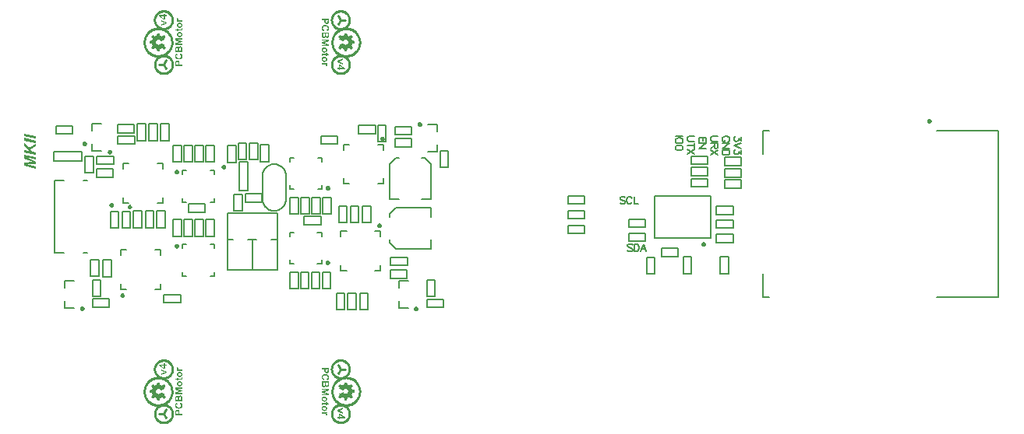
<source format=gto>
%FSTAX25Y25*%
%MOIN*%
%SFA1B1*%

%IPPOS*%
%ADD10C,0.009843*%
%ADD11C,0.007874*%
%ADD12C,0.008661*%
%ADD13C,0.007087*%
%ADD14C,0.005905*%
%LNpcb1-1*%
%LPD*%
G36*
X0503421Y0503395D02*
Y0503421D01*
X0503435*
X0503448*
Y0503434*
X0503461*
X0503474*
X0503487*
X05035*
Y0503447*
X0503513*
X0503526*
X0503539*
X0503553*
X0503566*
X0503579*
Y0503461*
X0503592*
X0503605*
X0503618*
X0503631*
X0503644*
Y0503474*
X0503657*
X0503671*
X0503684*
X0503697*
X050371*
Y0503487*
X0503723*
X0503736*
X050375*
X0503762*
X0503775*
X0503789*
Y05035*
X0503802*
X0503815*
X0503828*
X0503841*
X0503854*
Y0503513*
X0503868*
X0503881*
X0503894*
X0503907*
X050392*
Y0503526*
X0503933*
X0503946*
X0503959*
X0503973*
X0503986*
X0503999*
Y0503539*
X0504012*
X0504025*
X0504038*
X0504051*
X0504064*
Y0503552*
X0504077*
X0504091*
X0504104*
X0504117*
X050413*
X0504143*
Y0503565*
X0504156*
X0504169*
X0504183*
X0504196*
X0504209*
Y0503579*
X0504222*
X0504235*
X0504248*
X0504261*
X0504274*
Y0503592*
X0504288*
X0504301*
X0504314*
X0504327*
X050434*
X0504353*
Y0503605*
X0504366*
X0504379*
X0504392*
X0504406*
X0504419*
Y0503618*
X0504432*
X0504445*
X0504458*
Y0503631*
X0504471*
Y0503644*
X0504485*
Y0503657*
X0504498*
Y0503697*
X0504511*
Y0503723*
X0504524*
Y0503749*
X0504537*
Y0503788*
X050455*
Y0503815*
X0504563*
Y0503854*
X0504576*
Y050388*
X0504589*
Y050392*
X0504603*
Y0503946*
X0504616*
Y0503985*
X0504629*
Y0504012*
X0504642*
Y0504038*
X0504655*
Y0504077*
X0504668*
Y0504103*
X0504681*
Y0504143*
X0504694*
Y0504169*
X0504707*
Y0504209*
X0504721*
Y0504235*
X0504734*
Y0504274*
X0504747*
Y05043*
X050476*
Y050434*
X0504773*
Y0504366*
X050476*
Y0504405*
X0504747*
Y0504418*
X0504734*
Y0504445*
X0504721*
Y0504458*
X0504707*
Y0504484*
X0504694*
Y0504497*
X0504681*
Y0504524*
X0504668*
Y0504537*
X0504655*
Y0504563*
X0504642*
Y0504576*
X0504629*
Y0504602*
X0504616*
Y0504615*
X0504603*
Y0504629*
X0504589*
Y0504655*
X0504576*
Y0504668*
X0504563*
Y0504694*
X050455*
Y0504707*
X0504537*
Y0504733*
X0504524*
Y0504747*
X0504511*
Y0504773*
X0504498*
Y0504786*
X0504485*
Y0504812*
X0504471*
Y0504825*
X0504458*
Y0504838*
X0504445*
Y0504865*
X0504432*
Y0504878*
X0504419*
Y0504904*
X0504406*
Y0504917*
X0504392*
Y0504944*
X0504379*
Y0504957*
X0504366*
Y0504983*
X0504353*
Y0504996*
X050434*
Y0505022*
X0504327*
Y0505035*
X0504314*
Y0505048*
X0504301*
Y0505075*
X0504288*
Y0505088*
X0504274*
Y0505114*
X0504261*
Y0505127*
X0504248*
Y0505153*
X0504235*
Y0505166*
X0504222*
Y0505193*
X0504209*
Y0505206*
X0504196*
Y0505232*
X0504183*
Y0505272*
X0504196*
Y0505285*
X0504209*
Y0505311*
X0504222*
Y0505324*
X0504235*
Y0505337*
X0504248*
Y050535*
X0504261*
Y0505364*
X0504274*
Y0505377*
X0504288*
Y050539*
X0504301*
Y0505403*
X0504314*
Y0505416*
X0504327*
Y0505429*
X050434*
Y0505442*
X0504353*
Y0505455*
X0504366*
Y0505468*
X0504379*
Y0505482*
X0504392*
Y0505495*
X0504406*
Y0505508*
X0504419*
Y0505521*
X0504432*
Y0505534*
X0504445*
Y0505547*
X0504458*
Y050556*
X0504471*
Y0505574*
X0504485*
Y0505587*
X0504498*
Y05056*
X0504511*
Y0505613*
X0504524*
Y0505626*
X0504537*
Y0505639*
X050455*
Y0505652*
X0504563*
Y0505665*
X0504576*
Y0505679*
X0504589*
Y0505692*
X0504603*
Y0505705*
X0504616*
Y0505718*
X0504629*
Y0505731*
X0504642*
Y0505744*
X0504655*
Y0505757*
X0504668*
Y050577*
X0504681*
Y0505783*
X0504694*
Y0505797*
X0504707*
Y050581*
X0504721*
Y0505823*
X0504734*
Y0505836*
X0504747*
Y0505849*
X050476*
Y0505862*
X0504773*
Y0505875*
X0504786*
Y0505888*
X05048*
Y0505901*
X0504812*
Y0505915*
X0504825*
Y0505928*
X0504839*
Y0505941*
X0504852*
Y0505954*
X0504865*
Y0505967*
X0504878*
Y050598*
X0504891*
X0504904*
Y0505994*
X0504918*
X0504931*
X0504944*
X0504957*
Y050598*
X050497*
X0504983*
Y0505967*
X0504996*
Y0505954*
X0505009*
X0505022*
Y0505941*
X0505036*
Y0505928*
X0505049*
Y0505915*
X0505062*
X0505075*
Y0505901*
X0505088*
Y0505888*
X0505101*
X0505114*
Y0505875*
X0505127*
Y0505862*
X050514*
X0505154*
Y0505849*
X0505167*
Y0505836*
X050518*
X0505193*
Y0505823*
X0505206*
Y050581*
X050522*
X0505233*
Y0505797*
X0505246*
Y0505783*
X0505259*
Y050577*
X0505272*
X0505285*
Y0505757*
X0505298*
Y0505744*
X0505311*
X0505324*
Y0505731*
X0505338*
Y0505718*
X0505351*
X0505364*
Y0505705*
X0505377*
Y0505692*
X050539*
X0505403*
Y0505679*
X0505416*
Y0505665*
X0505429*
X0505442*
Y0505652*
X0505456*
Y0505639*
X0505469*
X0505482*
Y0505626*
X0505495*
Y0505613*
X0505508*
Y05056*
X0505521*
X0505535*
Y0505587*
X0505548*
Y0505574*
X0505561*
X0505574*
Y050556*
X0505587*
Y0505547*
X05056*
X0505613*
Y0505534*
X0505626*
Y0505521*
X0505639*
X0505653*
Y0505508*
X0505666*
Y0505495*
X0505679*
X0505692*
Y0505482*
X0505705*
Y0505468*
X0505718*
Y0505455*
X0505731*
X0505744*
Y0505442*
X0505757*
Y0505429*
X0505771*
X0505784*
X0505797*
Y0505416*
X050581*
Y0505429*
X0505823*
X0505836*
X050585*
X0505862*
Y0505442*
X0505875*
X0505889*
Y0505455*
X0505902*
X0505915*
X0505928*
Y0505468*
X0505941*
X0505954*
Y0505482*
X0505968*
X0505981*
Y0505495*
X0505994*
X0506007*
X050602*
Y0505508*
X0506033*
X0506046*
Y0505521*
X0506059*
X0506073*
Y0505534*
X0506086*
X0506099*
X0506112*
Y0505547*
X0506125*
X0506138*
Y050556*
X0506151*
X0506164*
Y0505574*
X0506177*
X0506191*
X0506204*
Y0505587*
X0506217*
X050623*
Y05056*
X0506243*
X0506256*
Y0505613*
X0506269*
X0506283*
X0506296*
Y0505626*
X0506309*
X0506322*
Y0505639*
X0506335*
X0506348*
Y0505652*
X0506361*
X0506374*
X0506388*
Y0505665*
X0506401*
X0506414*
Y0505679*
X0506427*
X050644*
Y0505692*
X0506453*
X0506466*
X0506479*
Y0505705*
X0506492*
X0506506*
Y0505718*
X0506519*
X0506532*
Y0505731*
X0506545*
Y0505744*
X0506558*
Y0505757*
X0506571*
Y050581*
X0506585*
Y0505875*
X0506598*
Y0505941*
X0506611*
Y050602*
X0506624*
Y0506085*
X0506637*
Y0506151*
X050665*
Y050623*
X0506663*
Y0506295*
X0506676*
Y0506374*
X0506689*
Y050644*
X0506703*
Y0506505*
X0506716*
Y0506584*
X0506729*
Y050665*
X0506742*
Y0506715*
X0506755*
Y0506755*
X0506768*
Y0506768*
X0506781*
X0506794*
X0506807*
X0506821*
X0506834*
X0506847*
X050686*
X0506873*
X0506886*
X05069*
X0506912*
X0506925*
X0506939*
X0506952*
X0506965*
X0506978*
X0506991*
X0507004*
X0507018*
X0507031*
X0507044*
X0507057*
X050707*
X0507083*
X0507096*
X0507109*
X0507122*
X0507136*
X0507149*
X0507162*
X0507175*
X0507188*
X0507201*
X0507214*
X0507227*
X050724*
X0507254*
X0507267*
X050728*
X0507293*
X0507306*
X050732*
X0507333*
X0507346*
X0507359*
X0507372*
X0507385*
X0507398*
X0507411*
X0507424*
X0507438*
X0507451*
X0507464*
X0507477*
X050749*
X0507503*
X0507516*
X0507529*
X0507542*
X0507556*
X0507569*
X0507582*
X0507595*
X0507608*
X0507621*
X0507635*
X0507648*
X0507661*
X0507674*
X0507687*
X05077*
X0507713*
X0507726*
X0507739*
X0507753*
X0507766*
X0507779*
X0507792*
X0507805*
Y0506755*
X0507818*
Y0506742*
X0507831*
Y0506702*
X0507844*
Y0506637*
X0507857*
Y0506558*
X0507871*
Y0506492*
X0507884*
Y0506427*
X0507897*
Y0506348*
X050791*
Y0506282*
X0507923*
Y0506216*
X0507936*
Y0506138*
X050795*
Y0506072*
X0507962*
Y0505994*
X0507975*
Y0505928*
X0507989*
Y0505862*
X0508002*
Y0505797*
X0508015*
Y050577*
X0508028*
Y0505757*
X0508041*
Y0505744*
X0508054*
X0508068*
Y0505731*
X0508081*
X0508094*
X0508107*
Y0505718*
X050812*
X0508133*
Y0505705*
X0508146*
X0508159*
X0508172*
Y0505692*
X0508186*
X0508199*
Y0505679*
X0508212*
X0508225*
X0508238*
Y0505665*
X0508251*
X0508264*
Y0505652*
X0508277*
X0508291*
X0508304*
Y0505639*
X0508317*
X050833*
Y0505626*
X0508343*
X0508356*
X0508369*
Y0505613*
X0508383*
X0508396*
Y05056*
X0508409*
X0508422*
X0508435*
Y0505587*
X0508448*
X0508461*
Y0505574*
X0508474*
X0508488*
X0508501*
Y050556*
X0508514*
X0508527*
Y0505547*
X050854*
X0508553*
X0508566*
Y0505534*
X0508579*
X0508592*
Y0505521*
X0508606*
X0508619*
X0508632*
Y0505508*
X0508645*
X0508658*
Y0505495*
X0508671*
X0508685*
X0508698*
Y0505482*
X0508711*
X0508724*
Y0505468*
X0508737*
X050875*
X0508763*
Y0505455*
X0508776*
X0508789*
X0508803*
X0508816*
X0508829*
X0508842*
X0508855*
Y0505468*
X0508868*
X0508881*
Y0505482*
X0508894*
Y0505495*
X0508907*
X0508921*
Y0505508*
X0508934*
Y0505521*
X0508947*
X050896*
Y0505534*
X0508973*
Y0505547*
X0508986*
Y050556*
X0509*
X0509012*
Y0505574*
X0509025*
Y0505587*
X0509039*
X0509052*
Y05056*
X0509065*
Y0505613*
X0509078*
X0509091*
Y0505626*
X0509104*
Y0505639*
X0509118*
X0509131*
Y0505652*
X0509144*
Y0505665*
X0509157*
X050917*
Y0505679*
X0509183*
Y0505692*
X0509196*
X0509209*
Y0505705*
X0509223*
Y0505718*
X0509236*
Y0505731*
X0509249*
X0509262*
Y0505744*
X0509275*
Y0505757*
X0509288*
X0509301*
Y050577*
X0509314*
Y0505783*
X0509327*
X0509341*
Y0505797*
X0509354*
Y050581*
X0509367*
X050938*
Y0505823*
X0509393*
Y0505836*
X0509406*
X050942*
Y0505849*
X0509433*
Y0505862*
X0509446*
Y0505875*
X0509459*
X0509472*
Y0505888*
X0509485*
Y0505901*
X0509498*
X0509511*
Y0505915*
X0509524*
Y0505928*
X0509538*
X0509551*
Y0505941*
X0509564*
Y0505954*
X0509577*
X050959*
Y0505967*
X0509603*
Y050598*
X0509616*
X0509629*
Y0505994*
X0509642*
X0509656*
X0509669*
X0509682*
Y050598*
X0509695*
Y0505967*
X0509708*
Y0505954*
X0509721*
Y0505941*
X0509735*
Y0505928*
X0509748*
Y0505915*
X0509761*
Y0505901*
X0509774*
Y0505888*
X0509787*
Y0505875*
X05098*
Y0505862*
X0509813*
Y0505849*
X0509826*
Y0505836*
X0509839*
Y0505823*
X0509853*
Y050581*
X0509866*
Y0505797*
X0509879*
Y0505783*
X0509892*
Y050577*
X0509905*
Y0505757*
X0509918*
Y0505744*
X0509931*
Y0505731*
X0509944*
Y0505718*
X0509957*
Y0505705*
X0509971*
Y0505692*
X0509984*
Y0505679*
X0509997*
Y0505665*
X051001*
Y0505652*
X0510023*
Y0505639*
X0510036*
Y0505626*
X051005*
Y0505613*
X0510062*
Y05056*
X0510075*
Y0505587*
X0510089*
Y0505574*
X0510102*
Y050556*
X0510115*
Y0505547*
X0510128*
Y0505534*
X0510141*
Y0505521*
X0510154*
Y0505508*
X0510168*
Y0505495*
X0510181*
Y0505482*
X0510194*
Y0505468*
X0510207*
Y0505455*
X051022*
Y0505442*
X0510233*
Y0505429*
X0510246*
Y0505416*
X0510259*
Y0505403*
X0510272*
Y050539*
X0510286*
Y0505377*
X0510299*
Y0505364*
X0510312*
Y050535*
X0510325*
Y0505337*
X0510338*
Y0505324*
X0510351*
Y0505311*
X0510364*
Y0505298*
X0510377*
Y0505285*
X051039*
Y0505259*
X0510404*
Y0505245*
X051039*
Y0505206*
X0510377*
Y0505193*
X0510364*
Y050518*
X0510351*
Y0505153*
X0510338*
Y050514*
X0510325*
Y0505114*
X0510312*
Y0505101*
X0510299*
Y0505075*
X0510286*
Y0505062*
X0510272*
Y0505035*
X0510259*
Y0505022*
X0510246*
Y0504996*
X0510233*
Y0504983*
X051022*
Y0504957*
X0510207*
Y0504944*
X0510194*
Y050493*
X0510181*
Y0504904*
X0510168*
Y0504891*
X0510154*
Y0504865*
X0510141*
Y0504851*
X0510128*
Y0504825*
X0510115*
Y0504812*
X0510102*
Y0504786*
X0510089*
Y0504773*
X0510075*
Y0504747*
X0510062*
Y0504733*
X051005*
Y050472*
X0510036*
Y0504694*
X0510023*
Y0504681*
X051001*
Y0504655*
X0509997*
Y0504642*
X0509984*
Y0504615*
X0509971*
Y0504602*
X0509957*
Y0504576*
X0509944*
Y0504563*
X0509931*
Y0504537*
X0509918*
Y0504524*
X0509905*
Y0504511*
X0509892*
Y0504484*
X0509879*
Y0504471*
X0509866*
Y0504392*
X0509879*
Y0504366*
X0509892*
Y050434*
X0509905*
Y0504313*
X0509918*
Y0504287*
X0509931*
Y0504261*
X0509944*
Y0504235*
X0509957*
Y0504222*
X0509971*
Y0504195*
X0509984*
Y0504169*
X0509997*
Y0504143*
X051001*
Y0504116*
X0510023*
Y050409*
X0510036*
Y0504064*
X051005*
Y0504012*
X0510036*
X0510023*
Y0503998*
X051001*
X0509997*
Y0503985*
X0509984*
X0509971*
X0509957*
Y0503972*
X0509944*
X0509931*
Y0503959*
X0509918*
X0509905*
Y0503946*
X0509892*
X0509879*
X0509866*
Y0503933*
X0509853*
X0509839*
Y050392*
X0509826*
X0509813*
X05098*
Y0503907*
X0509787*
X0509774*
Y0503894*
X0509761*
X0509748*
Y050388*
X0509735*
X0509721*
X0509708*
Y0503867*
X0509695*
X0509682*
Y0503854*
X0509669*
X0509656*
X0509642*
Y0503841*
X0509629*
X0509616*
Y0503828*
X0509603*
X050959*
X0509577*
Y0503815*
X0509564*
X0509551*
Y0503801*
X0509538*
X0509524*
Y0503788*
X0509511*
X0509498*
X0509485*
Y0503775*
X0509472*
X0509459*
Y0503762*
X0509446*
X0509433*
X050942*
Y0503749*
X0509406*
X0509393*
Y0503736*
X050938*
X0509367*
Y0503723*
X0509354*
X0509341*
X0509327*
Y050371*
X0509314*
X0509301*
Y0503697*
X0509288*
X0509275*
X0509262*
Y0503683*
X0509249*
X0509236*
Y050367*
X0509223*
X0509209*
X0509196*
Y0503657*
X0509183*
X050917*
Y0503644*
X0509157*
X0509144*
Y0503631*
X0509131*
X0509118*
X0509104*
Y0503618*
X0509091*
X0509078*
Y0503605*
X0509065*
X0509052*
X0509039*
Y0503592*
X0509025*
X0509012*
Y0503579*
X0509*
X0508986*
Y0503565*
X0508973*
X050896*
X0508947*
Y0503552*
X0508934*
X0508921*
Y0503539*
X0508907*
X0508894*
X0508881*
Y0503526*
X0508868*
X0508855*
Y0503513*
X0508842*
X0508829*
X0508816*
Y05035*
X0508803*
X0508789*
Y0503487*
X0508776*
X0508763*
Y0503474*
X050875*
X0508737*
X0508724*
Y0503461*
X0508711*
X0508698*
Y0503447*
X0508685*
X0508671*
X0508658*
Y0503434*
X0508645*
X0508632*
Y0503421*
X0508619*
X0508606*
Y0503408*
X0508592*
X0508579*
X0508566*
Y0503395*
X0508553*
X050854*
Y0503381*
X0508527*
X0508514*
X0508501*
Y0503368*
X0508488*
X0508474*
Y0503355*
X0508461*
X0508448*
Y0503342*
X0508435*
X0508422*
X0508409*
Y0503329*
X0508396*
X0508383*
Y0503316*
X0508369*
X0508356*
X0508343*
X050833*
X0508317*
Y0503329*
X0508304*
Y0503342*
X0508291*
Y0503368*
X0508277*
Y0503395*
X0508264*
Y0503408*
X0508251*
Y0503434*
X0508238*
Y0503447*
X0508225*
Y0503461*
X0508212*
Y0503487*
X0508199*
Y05035*
X0508186*
Y0503513*
X0508172*
Y0503539*
X0508159*
Y0503552*
X0508146*
Y0503579*
X0508133*
Y0503592*
X050812*
Y0503605*
X0508107*
Y0503618*
X0508094*
Y0503631*
X0508081*
Y0503644*
X0508068*
Y0503657*
X0508054*
Y050367*
X0508041*
Y0503683*
X0508028*
Y0503697*
X0508015*
Y050371*
X0508002*
Y0503723*
X0507989*
X0507975*
Y0503736*
X0507962*
Y0503749*
X050795*
Y0503762*
X0507936*
Y0503775*
X0507923*
X050791*
Y0503788*
X0507897*
Y0503801*
X0507884*
X0507871*
Y0503815*
X0507857*
X0507844*
Y0503828*
X0507831*
Y0503841*
X0507818*
X0507805*
Y0503854*
X0507792*
X0507779*
Y0503867*
X0507766*
X0507753*
Y050388*
X0507739*
X0507726*
Y0503894*
X0507713*
X05077*
X0507687*
Y0503907*
X0507674*
X0507661*
X0507648*
Y050392*
X0507635*
X0507621*
X0507608*
Y0503933*
X0507595*
X0507582*
X0507569*
Y0503946*
X0507556*
X0507542*
X0507529*
X0507516*
X0507503*
Y0503959*
X050749*
X0507477*
X0507464*
X0507451*
X0507438*
Y0503972*
X0507424*
X0507411*
X0507398*
X0507385*
X0507372*
X0507359*
X0507346*
X0507333*
X050732*
X0507306*
X0507293*
X050728*
X0507267*
X0507254*
X050724*
X0507227*
X0507214*
X0507201*
X0507188*
X0507175*
X0507162*
Y0503959*
X0507149*
X0507136*
X0507122*
X0507109*
X0507096*
X0507083*
Y0503946*
X050707*
X0507057*
X0507044*
X0507031*
Y0503933*
X0507018*
X0507004*
X0506991*
X0506978*
Y050392*
X0506965*
X0506952*
X0506939*
Y0503907*
X0506925*
X0506912*
X05069*
Y0503894*
X0506886*
X0506873*
Y050388*
X050686*
X0506847*
Y0503867*
X0506834*
X0506821*
Y0503854*
X0506807*
X0506794*
Y0503841*
X0506781*
X0506768*
Y0503828*
X0506755*
X0506742*
Y0503815*
X0506729*
X0506716*
Y0503801*
X0506703*
Y0503788*
X0506689*
X0506676*
Y0503775*
X0506663*
Y0503762*
X050665*
Y0503749*
X0506637*
X0506624*
Y0503736*
X0506611*
Y0503723*
X0506598*
Y050371*
X0506585*
Y0503697*
X0506571*
Y0503683*
X0506558*
Y050367*
X0506545*
X0506532*
Y0503657*
X0506519*
Y0503631*
X0506506*
Y0503618*
X0506492*
Y0503605*
X0506479*
Y0503592*
X0506466*
Y0503579*
X0506453*
Y0503565*
X050644*
Y0503539*
X0506427*
Y0503526*
X0506414*
Y0503513*
X0506401*
Y0503487*
X0506388*
Y0503474*
X0506374*
Y0503447*
X0506361*
Y0503421*
X0506348*
Y0503408*
X0506335*
Y0503381*
X0506322*
Y0503355*
X0506309*
Y0503316*
X0506296*
Y050329*
X0506283*
Y050325*
X0506269*
Y0503224*
X0506256*
Y0503172*
X0506243*
Y0503119*
X050623*
Y050304*
X0506217*
Y0502738*
X050623*
Y050266*
X0506243*
Y0502607*
X0506256*
Y0502555*
X0506269*
Y0502529*
X0506283*
Y0502489*
X0506296*
Y0502463*
X0506309*
Y0502424*
X0506322*
Y0502397*
X0506335*
Y0502371*
X0506348*
Y0502358*
X0506361*
Y0502331*
X0506374*
Y0502305*
X0506388*
Y0502292*
X0506401*
Y0502266*
X0506414*
Y0502253*
X0506427*
Y050224*
X050644*
Y0502213*
X0506453*
Y05022*
X0506466*
Y0502187*
X0506479*
Y0502174*
X0506492*
Y0502161*
X0506506*
Y0502148*
X0506519*
Y0502122*
X0506532*
Y0502109*
X0506545*
X0506558*
Y0502095*
X0506571*
Y0502082*
X0506585*
Y0502069*
X0506598*
Y0502056*
X0506611*
Y0502043*
X0506624*
Y050203*
X0506637*
X050665*
Y0502016*
X0506663*
Y0502003*
X0506676*
Y050199*
X0506689*
X0506703*
Y0501977*
X0506716*
Y0501964*
X0506729*
X0506742*
Y0501951*
X0506755*
X0506768*
Y0501938*
X0506781*
X0506794*
Y0501925*
X0506807*
X0506821*
Y0501912*
X0506834*
X0506847*
Y0501898*
X050686*
X0506873*
Y0501885*
X0506886*
X05069*
Y0501872*
X0506912*
X0506925*
X0506939*
Y0501859*
X0506952*
X0506965*
X0506978*
Y0501846*
X0506991*
X0507004*
X0507018*
X0507031*
Y0501833*
X0507044*
X0507057*
X050707*
X0507083*
Y050182*
X0507096*
X0507109*
X0507122*
X0507136*
X0507149*
X0507162*
Y0501807*
X0507175*
X0507188*
X0507201*
X0507214*
X0507227*
X050724*
X0507254*
X0507267*
X050728*
X0507293*
X0507306*
X050732*
X0507333*
X0507346*
X0507359*
X0507372*
X0507385*
X0507398*
X0507411*
X0507424*
X0507438*
Y050182*
X0507451*
X0507464*
X0507477*
X050749*
X0507503*
Y0501833*
X0507516*
X0507529*
X0507542*
X0507556*
X0507569*
Y0501846*
X0507582*
X0507595*
X0507608*
Y0501859*
X0507621*
X0507635*
X0507648*
Y0501872*
X0507661*
X0507674*
X0507687*
Y0501885*
X05077*
X0507713*
X0507726*
Y0501898*
X0507739*
X0507753*
Y0501912*
X0507766*
X0507779*
Y0501925*
X0507792*
X0507805*
Y0501938*
X0507818*
X0507831*
Y0501951*
X0507844*
Y0501964*
X0507857*
X0507871*
Y0501977*
X0507884*
X0507897*
Y050199*
X050791*
Y0502003*
X0507923*
X0507936*
Y0502016*
X050795*
Y050203*
X0507962*
Y0502043*
X0507975*
Y0502056*
X0507989*
X0508002*
Y0502069*
X0508015*
Y0502082*
X0508028*
Y0502095*
X0508041*
Y0502109*
X0508054*
Y0502122*
X0508068*
Y0502135*
X0508081*
Y0502148*
X0508094*
Y0502161*
X0508107*
Y0502174*
X050812*
Y0502187*
X0508133*
Y05022*
X0508146*
Y0502227*
X0508159*
Y050224*
X0508172*
Y0502266*
X0508186*
Y0502279*
X0508199*
Y0502292*
X0508212*
Y0502318*
X0508225*
Y0502331*
X0508238*
Y0502345*
X0508251*
Y0502371*
X0508264*
Y0502384*
X0508277*
Y0502411*
X0508291*
Y0502437*
X0508304*
Y050245*
X0508317*
Y0502463*
X050833*
X0508343*
X0508356*
X0508369*
X0508383*
Y050245*
X0508396*
X0508409*
Y0502437*
X0508422*
X0508435*
X0508448*
Y0502424*
X0508461*
X0508474*
Y0502411*
X0508488*
X0508501*
Y0502397*
X0508514*
X0508527*
X050854*
Y0502384*
X0508553*
X0508566*
Y0502371*
X0508579*
X0508592*
X0508606*
Y0502358*
X0508619*
X0508632*
Y0502345*
X0508645*
X0508658*
Y0502331*
X0508671*
X0508685*
X0508698*
Y0502318*
X0508711*
X0508724*
Y0502305*
X0508737*
X050875*
X0508763*
Y0502292*
X0508776*
X0508789*
Y0502279*
X0508803*
X0508816*
Y0502266*
X0508829*
X0508842*
X0508855*
Y0502253*
X0508868*
X0508881*
Y050224*
X0508894*
X0508907*
X0508921*
Y0502227*
X0508934*
X0508947*
Y0502213*
X050896*
X0508973*
X0508986*
Y05022*
X0509*
X0509012*
Y0502187*
X0509025*
X0509039*
Y0502174*
X0509052*
X0509065*
X0509078*
Y0502161*
X0509091*
X0509104*
Y0502148*
X0509118*
X0509131*
X0509144*
Y0502135*
X0509157*
X050917*
Y0502122*
X0509183*
X0509196*
Y0502109*
X0509209*
X0509223*
X0509236*
Y0502095*
X0509249*
X0509262*
Y0502082*
X0509275*
X0509288*
X0509301*
Y0502069*
X0509314*
X0509327*
Y0502056*
X0509341*
X0509354*
X0509367*
Y0502043*
X050938*
X0509393*
Y050203*
X0509406*
X050942*
Y0502016*
X0509433*
X0509446*
X0509459*
Y0502003*
X0509472*
X0509485*
Y050199*
X0509498*
X0509511*
X0509524*
Y0501977*
X0509538*
X0509551*
Y0501964*
X0509564*
X0509577*
Y0501951*
X050959*
X0509603*
X0509616*
Y0501938*
X0509629*
X0509642*
Y0501925*
X0509656*
X0509669*
X0509682*
Y0501912*
X0509695*
X0509708*
Y0501898*
X0509721*
X0509735*
X0509748*
Y0501885*
X0509761*
X0509774*
Y0501872*
X0509787*
X05098*
Y0501859*
X0509813*
X0509826*
X0509839*
Y0501846*
X0509853*
X0509866*
Y0501833*
X0509879*
X0509892*
X0509905*
Y050182*
X0509918*
X0509931*
Y0501807*
X0509944*
X0509957*
Y0501794*
X0509971*
X0509984*
X0509997*
Y050178*
X051001*
X0510023*
Y0501767*
X0510036*
X051005*
Y0501715*
X0510036*
Y0501688*
X0510023*
Y0501662*
X051001*
Y0501636*
X0509997*
Y050161*
X0509984*
Y0501583*
X0509971*
Y0501557*
X0509957*
Y0501544*
X0509944*
Y0501518*
X0509931*
Y0501492*
X0509918*
Y0501465*
X0509905*
Y0501439*
X0509892*
Y0501413*
X0509879*
Y0501387*
X0509866*
Y0501308*
X0509879*
Y0501295*
X0509892*
Y0501268*
X0509905*
Y0501255*
X0509918*
Y0501242*
X0509931*
Y0501216*
X0509944*
Y0501203*
X0509957*
Y0501177*
X0509971*
Y0501163*
X0509984*
Y0501137*
X0509997*
Y0501124*
X051001*
Y0501098*
X0510023*
Y0501085*
X0510036*
Y0501059*
X051005*
Y0501045*
X0510062*
Y0501032*
X0510075*
Y0501006*
X0510089*
Y0500993*
X0510102*
Y0500966*
X0510115*
Y0500953*
X0510128*
Y0500927*
X0510141*
Y0500914*
X0510154*
Y0500888*
X0510168*
Y0500875*
X0510181*
Y0500848*
X0510194*
Y0500835*
X0510207*
Y0500822*
X051022*
Y0500796*
X0510233*
Y0500783*
X0510246*
Y0500757*
X0510259*
Y0500744*
X0510272*
Y0500717*
X0510286*
Y0500704*
X0510299*
Y0500678*
X0510312*
Y0500665*
X0510325*
Y0500638*
X0510338*
Y0500625*
X0510351*
Y0500599*
X0510364*
Y0500586*
X0510377*
Y0500573*
X051039*
Y0500533*
X0510404*
Y050052*
X051039*
Y0500494*
X0510377*
Y0500481*
X0510364*
Y0500468*
X0510351*
Y0500455*
X0510338*
Y0500442*
X0510325*
Y0500429*
X0510312*
Y0500415*
X0510299*
Y0500402*
X0510286*
Y0500389*
X0510272*
Y0500376*
X0510259*
Y0500363*
X0510246*
Y050035*
X0510233*
Y0500337*
X051022*
Y0500324*
X0510207*
Y050031*
X0510194*
Y0500297*
X0510181*
Y0500284*
X0510168*
Y0500271*
X0510154*
Y0500258*
X0510141*
Y0500245*
X0510128*
Y0500232*
X0510115*
Y0500218*
X0510102*
Y0500205*
X0510089*
Y0500192*
X0510075*
Y0500179*
X0510062*
Y0500166*
X051005*
Y0500153*
X0510036*
Y050014*
X0510023*
Y0500127*
X051001*
Y0500114*
X0509997*
Y05001*
X0509984*
Y0500087*
X0509971*
Y0500074*
X0509957*
Y0500061*
X0509944*
Y0500048*
X0509931*
Y0500035*
X0509918*
Y0500022*
X0509905*
Y0500009*
X0509892*
Y0499995*
X0509879*
Y0499982*
X0509866*
Y0499969*
X0509853*
Y0499956*
X0509839*
Y0499943*
X0509826*
Y049993*
X0509813*
Y0499916*
X05098*
Y0499903*
X0509787*
Y049989*
X0509774*
Y0499877*
X0509761*
Y0499864*
X0509748*
Y0499851*
X0509735*
Y0499838*
X0509721*
Y0499825*
X0509708*
Y0499812*
X0509695*
Y0499798*
X0509682*
Y0499785*
X0509669*
X0509656*
X0509642*
X0509629*
Y0499798*
X0509616*
X0509603*
Y0499812*
X050959*
Y0499825*
X0509577*
X0509564*
Y0499838*
X0509551*
Y0499851*
X0509538*
X0509524*
Y0499864*
X0509511*
Y0499877*
X0509498*
X0509485*
Y049989*
X0509472*
Y0499903*
X0509459*
X0509446*
Y0499916*
X0509433*
Y049993*
X050942*
Y0499943*
X0509406*
X0509393*
Y0499956*
X050938*
Y0499969*
X0509367*
X0509354*
Y0499982*
X0509341*
Y0499995*
X0509327*
X0509314*
Y0500009*
X0509301*
Y0500022*
X0509288*
X0509275*
Y0500035*
X0509262*
Y0500048*
X0509249*
X0509236*
Y0500061*
X0509223*
Y0500074*
X0509209*
Y0500087*
X0509196*
X0509183*
Y05001*
X050917*
Y0500114*
X0509157*
X0509144*
Y0500127*
X0509131*
Y050014*
X0509118*
X0509104*
Y0500153*
X0509091*
Y0500166*
X0509078*
X0509065*
Y0500179*
X0509052*
Y0500192*
X0509039*
X0509025*
Y0500205*
X0509012*
Y0500218*
X0509*
X0508986*
Y0500232*
X0508973*
Y0500245*
X050896*
Y0500258*
X0508947*
X0508934*
Y0500271*
X0508921*
Y0500284*
X0508907*
X0508894*
Y0500297*
X0508881*
Y050031*
X0508868*
X0508855*
Y0500324*
X0508842*
X0508829*
X0508816*
X0508803*
X0508789*
X0508776*
X0508763*
Y050031*
X050875*
X0508737*
X0508724*
Y0500297*
X0508711*
X0508698*
Y0500284*
X0508685*
X0508671*
X0508658*
Y0500271*
X0508645*
X0508632*
Y0500258*
X0508619*
X0508606*
X0508592*
Y0500245*
X0508579*
X0508566*
Y0500232*
X0508553*
X050854*
X0508527*
Y0500218*
X0508514*
X0508501*
Y0500205*
X0508488*
X0508474*
X0508461*
Y0500192*
X0508448*
X0508435*
Y0500179*
X0508422*
X0508409*
X0508396*
Y0500166*
X0508383*
X0508369*
Y0500153*
X0508356*
X0508343*
X050833*
Y050014*
X0508317*
X0508304*
Y0500127*
X0508291*
X0508277*
X0508264*
Y0500114*
X0508251*
X0508238*
Y05001*
X0508225*
X0508212*
X0508199*
Y0500087*
X0508186*
X0508172*
Y0500074*
X0508159*
X0508146*
X0508133*
Y0500061*
X050812*
X0508107*
Y0500048*
X0508094*
X0508081*
X0508068*
Y0500035*
X0508054*
X0508041*
Y0500022*
X0508028*
Y0500009*
X0508015*
Y0499982*
X0508002*
Y0499916*
X0507989*
Y0499851*
X0507975*
Y0499785*
X0507962*
Y0499707*
X050795*
Y0499641*
X0507936*
Y0499562*
X0507923*
Y0499497*
X050791*
Y0499431*
X0507897*
Y0499352*
X0507884*
Y0499287*
X0507871*
Y0499221*
X0507857*
Y0499142*
X0507844*
Y0499077*
X0507831*
Y0499037*
X0507818*
Y0499024*
X0507805*
Y0499011*
X0507792*
X0507779*
X0507766*
X0507753*
X0507739*
X0507726*
X0507713*
X05077*
X0507687*
X0507674*
X0507661*
X0507648*
X0507635*
X0507621*
X0507608*
X0507595*
X0507582*
X0507569*
X0507556*
X0507542*
X0507529*
X0507516*
X0507503*
X050749*
X0507477*
X0507464*
X0507451*
X0507438*
X0507424*
X0507411*
X0507398*
X0507385*
X0507372*
X0507359*
X0507346*
X0507333*
X050732*
X0507306*
X0507293*
X050728*
X0507267*
X0507254*
X050724*
X0507227*
X0507214*
X0507201*
X0507188*
X0507175*
X0507162*
X0507149*
X0507136*
X0507122*
X0507109*
X0507096*
X0507083*
X050707*
X0507057*
X0507044*
X0507031*
X0507018*
X0507004*
X0506991*
X0506978*
X0506965*
X0506952*
X0506939*
X0506925*
X0506912*
X05069*
X0506886*
X0506873*
X050686*
X0506847*
X0506834*
X0506821*
X0506807*
X0506794*
X0506781*
X0506768*
Y0499024*
X0506755*
Y0499064*
X0506742*
Y0499129*
X0506729*
Y0499195*
X0506716*
Y0499274*
X0506703*
Y0499339*
X0506689*
Y0499405*
X0506676*
Y0499483*
X0506663*
Y0499549*
X050665*
Y0499628*
X0506637*
Y0499694*
X0506624*
Y0499759*
X0506611*
Y0499838*
X0506598*
Y0499903*
X0506585*
Y0499969*
X0506571*
Y0500022*
X0506558*
Y0500035*
X0506545*
Y0500048*
X0506532*
Y0500061*
X0506519*
X0506506*
Y0500074*
X0506492*
X0506479*
Y0500087*
X0506466*
X0506453*
X050644*
Y05001*
X0506427*
X0506414*
Y0500114*
X0506401*
X0506388*
Y0500127*
X0506374*
X0506361*
X0506348*
Y050014*
X0506335*
X0506322*
Y0500153*
X0506309*
X0506296*
Y0500166*
X0506283*
X0506269*
X0506256*
Y0500179*
X0506243*
X050623*
Y0500192*
X0506217*
X0506204*
Y0500205*
X0506191*
X0506177*
X0506164*
Y0500218*
X0506151*
X0506138*
Y0500232*
X0506125*
X0506112*
Y0500245*
X0506099*
X0506086*
X0506073*
Y0500258*
X0506059*
X0506046*
Y0500271*
X0506033*
X050602*
Y0500284*
X0506007*
X0505994*
X0505981*
Y0500297*
X0505968*
X0505954*
Y050031*
X0505941*
X0505928*
Y0500324*
X0505915*
X0505902*
X0505889*
Y0500337*
X0505875*
X0505862*
Y050035*
X050585*
X0505836*
X0505823*
X050581*
Y0500363*
X0505797*
Y050035*
X0505784*
X0505771*
X0505757*
Y0500337*
X0505744*
Y0500324*
X0505731*
X0505718*
Y050031*
X0505705*
Y0500297*
X0505692*
Y0500284*
X0505679*
X0505666*
Y0500271*
X0505653*
Y0500258*
X0505639*
X0505626*
Y0500245*
X0505613*
Y0500232*
X05056*
X0505587*
Y0500218*
X0505574*
Y0500205*
X0505561*
X0505548*
Y0500192*
X0505535*
Y0500179*
X0505521*
X0505508*
Y0500166*
X0505495*
Y0500153*
X0505482*
Y050014*
X0505469*
X0505456*
Y0500127*
X0505442*
Y0500114*
X0505429*
X0505416*
Y05001*
X0505403*
Y0500087*
X050539*
X0505377*
Y0500074*
X0505364*
Y0500061*
X0505351*
X0505338*
Y0500048*
X0505324*
Y0500035*
X0505311*
X0505298*
Y0500022*
X0505285*
Y0500009*
X0505272*
X0505259*
Y0499995*
X0505246*
Y0499982*
X0505233*
Y0499969*
X050522*
X0505206*
Y0499956*
X0505193*
Y0499943*
X050518*
X0505167*
Y049993*
X0505154*
Y0499916*
X050514*
X0505127*
Y0499903*
X0505114*
Y049989*
X0505101*
X0505088*
Y0499877*
X0505075*
Y0499864*
X0505062*
X0505049*
Y0499851*
X0505036*
Y0499838*
X0505022*
Y0499825*
X0505009*
X0504996*
Y0499812*
X0504983*
Y0499798*
X050497*
X0504957*
Y0499785*
X0504944*
X0504931*
X0504918*
X0504904*
Y0499798*
X0504891*
Y0499812*
X0504878*
Y0499825*
X0504865*
Y0499838*
X0504852*
Y0499851*
X0504839*
Y0499864*
X0504825*
Y0499877*
X0504812*
Y049989*
X05048*
Y0499903*
X0504786*
Y0499916*
X0504773*
Y049993*
X050476*
Y0499943*
X0504747*
Y0499956*
X0504734*
Y0499969*
X0504721*
Y0499982*
X0504707*
Y0499995*
X0504694*
Y0500009*
X0504681*
Y0500022*
X0504668*
Y0500035*
X0504655*
Y0500048*
X0504642*
Y0500061*
X0504629*
Y0500074*
X0504616*
Y0500087*
X0504603*
Y05001*
X0504589*
Y0500114*
X0504576*
Y0500127*
X0504563*
Y050014*
X050455*
Y0500153*
X0504537*
Y0500166*
X0504524*
Y0500179*
X0504511*
Y0500192*
X0504498*
Y0500205*
X0504485*
Y0500218*
X0504471*
Y0500232*
X0504458*
Y0500245*
X0504445*
Y0500258*
X0504432*
Y0500271*
X0504419*
Y0500284*
X0504406*
Y0500297*
X0504392*
Y050031*
X0504379*
Y0500324*
X0504366*
Y0500337*
X0504353*
Y050035*
X050434*
Y0500363*
X0504327*
Y0500376*
X0504314*
Y0500389*
X0504301*
Y0500402*
X0504288*
Y0500415*
X0504274*
Y0500429*
X0504261*
Y0500442*
X0504248*
Y0500455*
X0504235*
Y0500468*
X0504222*
Y0500481*
X0504209*
Y0500494*
X0504196*
Y0500507*
X0504183*
Y0500547*
X0504196*
Y0500573*
X0504209*
Y0500586*
X0504222*
Y0500612*
X0504235*
Y0500625*
X0504248*
Y0500651*
X0504261*
Y0500665*
X0504274*
Y0500691*
X0504288*
Y0500704*
X0504301*
Y050073*
X0504314*
Y0500744*
X0504327*
Y0500757*
X050434*
Y0500783*
X0504353*
Y0500796*
X0504366*
Y0500822*
X0504379*
Y0500835*
X0504392*
Y0500862*
X0504406*
Y0500875*
X0504419*
Y0500901*
X0504432*
Y0500914*
X0504445*
Y050094*
X0504458*
Y0500953*
X0504471*
Y0500966*
X0504485*
Y0500993*
X0504498*
Y0501006*
X0504511*
Y0501032*
X0504524*
Y0501045*
X0504537*
Y0501072*
X050455*
Y0501085*
X0504563*
Y0501111*
X0504576*
Y0501124*
X0504589*
Y050115*
X0504603*
Y0501163*
X0504616*
Y050119*
X0504629*
Y0501203*
X0504642*
Y0501216*
X0504655*
Y0501242*
X0504668*
Y0501255*
X0504681*
Y0501282*
X0504694*
Y0501295*
X0504707*
Y0501321*
X0504721*
Y0501334*
X0504734*
Y050136*
X0504747*
Y0501374*
X050476*
Y0501413*
X0504773*
Y0501439*
X050476*
Y0501479*
X0504747*
Y0501505*
X0504734*
Y0501544*
X0504721*
Y050157*
X0504707*
Y050161*
X0504694*
Y0501636*
X0504681*
Y0501675*
X0504668*
Y0501701*
X0504655*
Y0501741*
X0504642*
Y0501767*
X0504629*
Y0501794*
X0504616*
Y0501833*
X0504603*
Y0501859*
X0504589*
Y0501898*
X0504576*
Y0501925*
X0504563*
Y0501964*
X050455*
Y050199*
X0504537*
Y050203*
X0504524*
Y0502056*
X0504511*
Y0502082*
X0504498*
Y0502122*
X0504485*
Y0502135*
X0504471*
Y0502148*
X0504458*
Y0502161*
X0504445*
X0504432*
X0504419*
Y0502174*
X0504406*
X0504392*
X0504379*
X0504366*
X0504353*
Y0502187*
X050434*
X0504327*
X0504314*
X0504301*
X0504288*
X0504274*
Y05022*
X0504261*
X0504248*
X0504235*
X0504222*
X0504209*
Y0502213*
X0504196*
X0504183*
X0504169*
X0504156*
X0504143*
Y0502227*
X050413*
X0504117*
X0504104*
X0504091*
X0504077*
X0504064*
Y050224*
X0504051*
X0504038*
X0504025*
X0504012*
X0503999*
Y0502253*
X0503986*
X0503973*
X0503959*
X0503946*
X0503933*
Y0502266*
X050392*
X0503907*
X0503894*
X0503881*
X0503868*
X0503854*
Y0502279*
X0503841*
X0503828*
X0503815*
X0503802*
X0503789*
Y0502292*
X0503775*
X0503762*
X050375*
X0503736*
X0503723*
X050371*
Y0502305*
X0503697*
X0503684*
X0503671*
X0503657*
X0503644*
Y0502318*
X0503631*
X0503618*
X0503605*
X0503592*
X0503579*
Y0502331*
X0503566*
X0503553*
X0503539*
X0503526*
X0503513*
X05035*
Y0502345*
X0503487*
X0503474*
X0503461*
X0503448*
Y0502358*
X0503435*
X0503421*
Y0502384*
X0503408*
Y0503395*
X0503421*
G37*
G36*
X0591244Y0502451D02*
Y0502424D01*
X0591231*
X0591218*
Y0502411*
X0591204*
X0591191*
X0591178*
X0591165*
Y0502398*
X0591152*
X0591139*
X0591125*
X0591112*
X05911*
X0591086*
Y0502385*
X0591073*
X059106*
X0591047*
X0591034*
X0591021*
Y0502372*
X0591007*
X0590994*
X0590981*
X0590968*
X0590955*
Y0502359*
X0590942*
X0590929*
X0590916*
X0590903*
X0590889*
X0590876*
Y0502346*
X0590863*
X059085*
X0590837*
X0590824*
X0590811*
Y0502333*
X0590798*
X0590785*
X0590771*
X0590758*
X0590745*
Y050232*
X0590732*
X0590719*
X0590706*
X0590692*
X0590679*
X0590666*
Y0502306*
X0590653*
X059064*
X0590627*
X0590614*
X0590601*
Y0502293*
X0590587*
X0590574*
X0590561*
X0590548*
X0590535*
X0590522*
Y050228*
X0590509*
X0590496*
X0590483*
X0590469*
X0590456*
Y0502267*
X0590443*
X059043*
X0590417*
X0590404*
X059039*
Y0502254*
X0590377*
X0590364*
X0590351*
X0590338*
X0590325*
X0590312*
Y0502241*
X0590299*
X0590286*
X0590272*
X0590259*
X0590246*
Y0502227*
X0590233*
X059022*
X0590207*
Y0502214*
X0590194*
Y0502201*
X0590181*
Y0502188*
X0590168*
Y0502149*
X0590154*
Y0502123*
X0590141*
Y0502096*
X0590128*
Y0502057*
X0590115*
Y0502031*
X0590102*
Y0501991*
X0590089*
Y0501965*
X0590075*
Y0501926*
X0590062*
Y05019*
X059005*
Y050186*
X0590036*
Y0501834*
X0590023*
Y0501808*
X059001*
Y0501768*
X0589997*
Y0501742*
X0589984*
Y0501703*
X0589971*
Y0501676*
X0589957*
Y0501637*
X0589944*
Y0501611*
X0589931*
Y0501571*
X0589918*
Y0501545*
X0589905*
Y0501506*
X0589892*
Y0501479*
X0589905*
Y050144*
X0589918*
Y0501427*
X0589931*
Y0501401*
X0589944*
Y0501388*
X0589957*
Y0501361*
X0589971*
Y0501348*
X0589984*
Y0501322*
X0589997*
Y0501309*
X059001*
Y0501283*
X0590023*
Y050127*
X0590036*
Y0501243*
X059005*
Y050123*
X0590062*
Y0501217*
X0590075*
Y0501191*
X0590089*
Y0501177*
X0590102*
Y0501151*
X0590115*
Y0501138*
X0590128*
Y0501112*
X0590141*
Y0501099*
X0590154*
Y0501073*
X0590168*
Y0501059*
X0590181*
Y0501033*
X0590194*
Y050102*
X0590207*
Y0501007*
X059022*
Y0500981*
X0590233*
Y0500968*
X0590246*
Y0500941*
X0590259*
Y0500928*
X0590272*
Y0500902*
X0590286*
Y0500889*
X0590299*
Y0500862*
X0590312*
Y050085*
X0590325*
Y0500823*
X0590338*
Y050081*
X0590351*
Y0500797*
X0590364*
Y0500771*
X0590377*
Y0500758*
X059039*
Y0500731*
X0590404*
Y0500718*
X0590417*
Y0500692*
X059043*
Y0500679*
X0590443*
Y0500653*
X0590456*
Y0500639*
X0590469*
Y0500613*
X0590483*
Y0500574*
X0590469*
Y0500561*
X0590456*
Y0500535*
X0590443*
Y0500521*
X059043*
Y0500508*
X0590417*
Y0500495*
X0590404*
Y0500482*
X059039*
Y0500469*
X0590377*
Y0500456*
X0590364*
Y0500442*
X0590351*
Y0500429*
X0590338*
Y0500416*
X0590325*
Y0500403*
X0590312*
Y050039*
X0590299*
Y0500377*
X0590286*
Y0500364*
X0590272*
Y0500351*
X0590259*
Y0500338*
X0590246*
Y0500324*
X0590233*
Y0500311*
X059022*
Y0500298*
X0590207*
Y0500285*
X0590194*
Y0500272*
X0590181*
Y0500259*
X0590168*
Y0500246*
X0590154*
Y0500233*
X0590141*
Y050022*
X0590128*
Y0500206*
X0590115*
Y0500193*
X0590102*
Y050018*
X0590089*
Y0500167*
X0590075*
Y0500154*
X0590062*
Y0500141*
X059005*
Y0500127*
X0590036*
Y0500114*
X0590023*
Y0500101*
X059001*
Y0500088*
X0589997*
Y0500075*
X0589984*
Y0500062*
X0589971*
Y0500049*
X0589957*
Y0500036*
X0589944*
Y0500023*
X0589931*
Y0500009*
X0589918*
Y0499996*
X0589905*
Y0499983*
X0589892*
Y049997*
X0589879*
Y0499957*
X0589866*
Y0499944*
X0589852*
Y0499931*
X0589839*
Y0499918*
X0589826*
Y0499905*
X0589813*
Y0499891*
X05898*
Y0499878*
X0589787*
Y0499865*
X0589774*
X0589761*
Y0499852*
X0589748*
X0589734*
X0589721*
X0589708*
Y0499865*
X0589695*
X0589682*
Y0499878*
X0589669*
Y0499891*
X0589655*
X0589642*
Y0499905*
X0589629*
Y0499918*
X0589616*
Y0499931*
X0589603*
X058959*
Y0499944*
X0589577*
Y0499957*
X0589564*
X0589551*
Y049997*
X0589537*
Y0499983*
X0589524*
X0589511*
Y0499996*
X0589498*
Y0500009*
X0589485*
X0589472*
Y0500023*
X0589459*
Y0500036*
X0589446*
X0589433*
Y0500049*
X0589419*
Y0500062*
X0589406*
Y0500075*
X0589393*
X058938*
Y0500088*
X0589367*
Y0500101*
X0589354*
X058934*
Y0500114*
X0589327*
Y0500127*
X0589314*
X0589301*
Y0500141*
X0589288*
Y0500154*
X0589275*
X0589262*
Y0500167*
X0589249*
Y050018*
X0589236*
X0589222*
Y0500193*
X0589209*
Y0500206*
X0589196*
X0589183*
Y050022*
X058917*
Y0500233*
X0589157*
Y0500246*
X0589144*
X0589131*
Y0500259*
X0589118*
Y0500272*
X0589104*
X0589091*
Y0500285*
X0589078*
Y0500298*
X0589065*
X0589052*
Y0500311*
X0589039*
Y0500324*
X0589025*
X0589012*
Y0500338*
X0589*
Y0500351*
X0588986*
X0588973*
Y0500364*
X058896*
Y0500377*
X0588947*
Y050039*
X0588934*
X0588921*
Y0500403*
X0588907*
Y0500416*
X0588894*
X0588881*
X0588868*
Y0500429*
X0588855*
Y0500416*
X0588842*
X0588829*
X0588816*
X0588803*
Y0500403*
X0588789*
X0588776*
Y050039*
X0588763*
X058875*
X0588737*
Y0500377*
X0588724*
X0588711*
Y0500364*
X0588698*
X0588685*
Y0500351*
X0588671*
X0588658*
X0588645*
Y0500338*
X0588632*
X0588619*
Y0500324*
X0588606*
X0588592*
Y0500311*
X0588579*
X0588566*
X0588553*
Y0500298*
X058854*
X0588527*
Y0500285*
X0588514*
X0588501*
Y0500272*
X0588487*
X0588474*
X0588461*
Y0500259*
X0588448*
X0588435*
Y0500246*
X0588422*
X0588409*
Y0500233*
X0588396*
X0588383*
X0588369*
Y050022*
X0588356*
X0588343*
Y0500206*
X058833*
X0588317*
Y0500193*
X0588304*
X058829*
X0588277*
Y050018*
X0588264*
X0588251*
Y0500167*
X0588238*
X0588225*
Y0500154*
X0588212*
X0588199*
X0588186*
Y0500141*
X0588172*
X0588159*
Y0500127*
X0588146*
X0588133*
Y0500114*
X058812*
Y0500101*
X0588107*
Y0500088*
X0588094*
Y0500036*
X0588081*
Y049997*
X0588068*
Y0499905*
X0588054*
Y0499825*
X0588041*
Y049976*
X0588028*
Y0499694*
X0588015*
Y0499616*
X0588002*
Y049955*
X0587989*
Y0499471*
X0587975*
Y0499406*
X0587962*
Y049934*
X058795*
Y0499261*
X0587936*
Y0499196*
X0587923*
Y049913*
X058791*
Y0499091*
X0587897*
Y0499077*
X0587884*
X0587871*
X0587857*
X0587844*
X0587831*
X0587818*
X0587805*
X0587792*
X0587779*
X0587766*
X0587752*
X0587739*
X0587726*
X0587713*
X05877*
X0587687*
X0587674*
X0587661*
X0587648*
X0587634*
X0587621*
X0587608*
X0587595*
X0587582*
X0587569*
X0587555*
X0587542*
X0587529*
X0587516*
X0587503*
X058749*
X0587477*
X0587464*
X0587451*
X0587437*
X0587424*
X0587411*
X0587398*
X0587385*
X0587372*
X0587359*
X0587346*
X0587333*
X0587319*
X0587306*
X0587293*
X058728*
X0587267*
X0587254*
X058724*
X0587227*
X0587214*
X0587201*
X0587188*
X0587175*
X0587162*
X0587149*
X0587136*
X0587122*
X0587109*
X0587096*
X0587083*
X058707*
X0587057*
X0587044*
X0587031*
X0587018*
X0587004*
X0586991*
X0586978*
X0586965*
X0586952*
X0586939*
X0586925*
X0586912*
X05869*
X0586886*
X0586873*
X058686*
Y0499091*
X0586847*
Y0499104*
X0586834*
Y0499143*
X0586821*
Y0499209*
X0586807*
Y0499288*
X0586794*
Y0499353*
X0586781*
Y0499419*
X0586768*
Y0499498*
X0586755*
Y0499563*
X0586742*
Y0499629*
X0586729*
Y0499707*
X0586716*
Y0499773*
X0586703*
Y0499852*
X0586689*
Y0499918*
X0586676*
Y0499983*
X0586663*
Y0500049*
X058665*
Y0500075*
X0586637*
Y0500088*
X0586624*
Y0500101*
X0586611*
X0586598*
Y0500114*
X0586585*
X0586571*
X0586558*
Y0500127*
X0586545*
X0586532*
Y0500141*
X0586519*
X0586505*
X0586492*
Y0500154*
X0586479*
X0586466*
Y0500167*
X0586453*
X058644*
X0586427*
Y050018*
X0586414*
X0586401*
Y0500193*
X0586387*
X0586374*
X0586361*
Y0500206*
X0586348*
X0586335*
Y050022*
X0586322*
X0586309*
X0586296*
Y0500233*
X0586283*
X0586269*
Y0500246*
X0586256*
X0586243*
X058623*
Y0500259*
X0586217*
X0586204*
Y0500272*
X058619*
X0586177*
X0586164*
Y0500285*
X0586151*
X0586138*
Y0500298*
X0586125*
X0586112*
X0586099*
Y0500311*
X0586086*
X0586072*
Y0500324*
X0586059*
X0586046*
X0586033*
Y0500338*
X058602*
X0586007*
Y0500351*
X0585994*
X0585981*
X0585968*
Y0500364*
X0585954*
X0585941*
Y0500377*
X0585928*
X0585915*
X0585902*
Y050039*
X0585889*
X0585875*
X0585862*
X058585*
X0585836*
X0585823*
X058581*
Y0500377*
X0585797*
X0585784*
Y0500364*
X0585771*
Y0500351*
X0585757*
X0585744*
Y0500338*
X0585731*
Y0500324*
X0585718*
X0585705*
Y0500311*
X0585692*
Y0500298*
X0585679*
Y0500285*
X0585666*
X0585652*
Y0500272*
X0585639*
Y0500259*
X0585626*
X0585613*
Y0500246*
X05856*
Y0500233*
X0585587*
X0585574*
Y050022*
X0585561*
Y0500206*
X0585548*
X0585534*
Y0500193*
X0585521*
Y050018*
X0585508*
X0585495*
Y0500167*
X0585482*
Y0500154*
X0585469*
X0585456*
Y0500141*
X0585442*
Y0500127*
X0585429*
Y0500114*
X0585416*
X0585403*
Y0500101*
X058539*
Y0500088*
X0585377*
X0585364*
Y0500075*
X0585351*
Y0500062*
X0585337*
X0585324*
Y0500049*
X0585311*
Y0500036*
X0585298*
X0585285*
Y0500023*
X0585272*
Y0500009*
X0585259*
X0585246*
Y0499996*
X0585233*
Y0499983*
X0585219*
Y049997*
X0585206*
X0585193*
Y0499957*
X058518*
Y0499944*
X0585167*
X0585154*
Y0499931*
X058514*
Y0499918*
X0585127*
X0585114*
Y0499905*
X0585101*
Y0499891*
X0585088*
X0585075*
Y0499878*
X0585062*
Y0499865*
X0585049*
X0585036*
Y0499852*
X0585022*
X0585009*
X0584996*
X0584983*
Y0499865*
X058497*
Y0499878*
X0584957*
Y0499891*
X0584944*
Y0499905*
X0584931*
Y0499918*
X0584918*
Y0499931*
X0584904*
Y0499944*
X0584891*
Y0499957*
X0584878*
Y049997*
X0584865*
Y0499983*
X0584852*
Y0499996*
X0584839*
Y0500009*
X0584825*
Y0500023*
X0584812*
Y0500036*
X05848*
Y0500049*
X0584786*
Y0500062*
X0584773*
Y0500075*
X058476*
Y0500088*
X0584747*
Y0500101*
X0584734*
Y0500114*
X0584721*
Y0500127*
X0584707*
Y0500141*
X0584694*
Y0500154*
X0584681*
Y0500167*
X0584668*
Y050018*
X0584655*
Y0500193*
X0584642*
Y0500206*
X0584629*
Y050022*
X0584616*
Y0500233*
X0584603*
Y0500246*
X0584589*
Y0500259*
X0584576*
Y0500272*
X0584563*
Y0500285*
X058455*
Y0500298*
X0584537*
Y0500311*
X0584524*
Y0500324*
X0584511*
Y0500338*
X0584498*
Y0500351*
X0584485*
Y0500364*
X0584471*
Y0500377*
X0584458*
Y050039*
X0584445*
Y0500403*
X0584432*
Y0500416*
X0584419*
Y0500429*
X0584405*
Y0500442*
X0584392*
Y0500456*
X0584379*
Y0500469*
X0584366*
Y0500482*
X0584353*
Y0500495*
X058434*
Y0500508*
X0584327*
Y0500521*
X0584314*
Y0500535*
X0584301*
Y0500548*
X0584287*
Y0500561*
X0584274*
Y0500587*
X0584261*
Y05006*
X0584274*
Y0500639*
X0584287*
Y0500653*
X0584301*
Y0500666*
X0584314*
Y0500692*
X0584327*
Y0500705*
X058434*
Y0500731*
X0584353*
Y0500744*
X0584366*
Y0500771*
X0584379*
Y0500784*
X0584392*
Y050081*
X0584405*
Y0500823*
X0584419*
Y050085*
X0584432*
Y0500862*
X0584445*
Y0500889*
X0584458*
Y0500902*
X0584471*
Y0500915*
X0584485*
Y0500941*
X0584498*
Y0500955*
X0584511*
Y0500981*
X0584524*
Y0500994*
X0584537*
Y050102*
X058455*
Y0501033*
X0584563*
Y0501059*
X0584576*
Y0501073*
X0584589*
Y0501099*
X0584603*
Y0501112*
X0584616*
Y0501125*
X0584629*
Y0501151*
X0584642*
Y0501164*
X0584655*
Y0501191*
X0584668*
Y0501204*
X0584681*
Y050123*
X0584694*
Y0501243*
X0584707*
Y050127*
X0584721*
Y0501283*
X0584734*
Y0501309*
X0584747*
Y0501322*
X058476*
Y0501335*
X0584773*
Y0501361*
X0584786*
Y0501374*
X05848*
Y0501453*
X0584786*
Y0501479*
X0584773*
Y0501506*
X058476*
Y0501532*
X0584747*
Y0501558*
X0584734*
Y0501585*
X0584721*
Y0501611*
X0584707*
Y0501624*
X0584694*
Y050165*
X0584681*
Y0501676*
X0584668*
Y0501703*
X0584655*
Y0501729*
X0584642*
Y0501755*
X0584629*
Y0501781*
X0584616*
Y0501834*
X0584629*
X0584642*
Y0501847*
X0584655*
X0584668*
Y050186*
X0584681*
X0584694*
X0584707*
Y0501873*
X0584721*
X0584734*
Y0501886*
X0584747*
X058476*
Y05019*
X0584773*
X0584786*
X05848*
Y0501912*
X0584812*
X0584825*
Y0501926*
X0584839*
X0584852*
X0584865*
Y0501939*
X0584878*
X0584891*
Y0501952*
X0584904*
X0584918*
Y0501965*
X0584931*
X0584944*
X0584957*
Y0501978*
X058497*
X0584983*
Y0501991*
X0584996*
X0585009*
X0585022*
Y0502004*
X0585036*
X0585049*
Y0502018*
X0585062*
X0585075*
X0585088*
Y0502031*
X0585101*
X0585114*
Y0502044*
X0585127*
X058514*
Y0502057*
X0585154*
X0585167*
X058518*
Y050207*
X0585193*
X0585206*
Y0502083*
X0585219*
X0585233*
X0585246*
Y0502096*
X0585259*
X0585272*
Y0502109*
X0585285*
X0585298*
Y0502123*
X0585311*
X0585324*
X0585337*
Y0502136*
X0585351*
X0585364*
Y0502149*
X0585377*
X058539*
X0585403*
Y0502162*
X0585416*
X0585429*
Y0502175*
X0585442*
X0585456*
X0585469*
Y0502188*
X0585482*
X0585495*
Y0502201*
X0585508*
X0585521*
Y0502214*
X0585534*
X0585548*
X0585561*
Y0502227*
X0585574*
X0585587*
Y0502241*
X05856*
X0585613*
X0585626*
Y0502254*
X0585639*
X0585652*
Y0502267*
X0585666*
X0585679*
Y050228*
X0585692*
X0585705*
X0585718*
Y0502293*
X0585731*
X0585744*
Y0502306*
X0585757*
X0585771*
X0585784*
Y050232*
X0585797*
X058581*
Y0502333*
X0585823*
X0585836*
X058585*
Y0502346*
X0585862*
X0585875*
Y0502359*
X0585889*
X0585902*
Y0502372*
X0585915*
X0585928*
X0585941*
Y0502385*
X0585954*
X0585968*
Y0502398*
X0585981*
X0585994*
X0586007*
Y0502411*
X058602*
X0586033*
Y0502424*
X0586046*
X0586059*
Y0502438*
X0586072*
X0586086*
X0586099*
Y0502451*
X0586112*
X0586125*
Y0502464*
X0586138*
X0586151*
X0586164*
Y0502477*
X0586177*
X058619*
Y050249*
X0586204*
X0586217*
Y0502503*
X058623*
X0586243*
X0586256*
Y0502516*
X0586269*
X0586283*
Y0502529*
X0586296*
X0586309*
X0586322*
X0586335*
X0586348*
Y0502516*
X0586361*
Y0502503*
X0586374*
Y0502477*
X0586387*
Y0502451*
X0586401*
Y0502438*
X0586414*
Y0502411*
X0586427*
Y0502398*
X058644*
Y0502385*
X0586453*
Y0502359*
X0586466*
Y0502346*
X0586479*
Y0502333*
X0586492*
Y0502306*
X0586505*
Y0502293*
X0586519*
Y0502267*
X0586532*
Y0502254*
X0586545*
Y0502241*
X0586558*
Y0502227*
X0586571*
Y0502214*
X0586585*
Y0502201*
X0586598*
Y0502188*
X0586611*
Y0502175*
X0586624*
Y0502162*
X0586637*
Y0502149*
X058665*
Y0502136*
X0586663*
Y0502123*
X0586676*
X0586689*
Y0502109*
X0586703*
Y0502096*
X0586716*
Y0502083*
X0586729*
Y050207*
X0586742*
X0586755*
Y0502057*
X0586768*
Y0502044*
X0586781*
X0586794*
Y0502031*
X0586807*
X0586821*
Y0502018*
X0586834*
Y0502004*
X0586847*
X058686*
Y0501991*
X0586873*
X0586886*
Y0501978*
X05869*
X0586912*
Y0501965*
X0586925*
X0586939*
Y0501952*
X0586952*
X0586965*
X0586978*
Y0501939*
X0586991*
X0587004*
X0587018*
Y0501926*
X0587031*
X0587044*
X0587057*
Y0501912*
X058707*
X0587083*
X0587096*
Y05019*
X0587109*
X0587122*
X0587136*
X0587149*
X0587162*
Y0501886*
X0587175*
X0587188*
X0587201*
X0587214*
X0587227*
Y0501873*
X058724*
X0587254*
X0587267*
X058728*
X0587293*
X0587306*
X0587319*
X0587333*
X0587346*
X0587359*
X0587372*
X0587385*
X0587398*
X0587411*
X0587424*
X0587437*
X0587451*
X0587464*
X0587477*
X058749*
X0587503*
Y0501886*
X0587516*
X0587529*
X0587542*
X0587555*
X0587569*
X0587582*
Y05019*
X0587595*
X0587608*
X0587621*
X0587634*
Y0501912*
X0587648*
X0587661*
X0587674*
X0587687*
Y0501926*
X05877*
X0587713*
X0587726*
Y0501939*
X0587739*
X0587752*
X0587766*
Y0501952*
X0587779*
X0587792*
Y0501965*
X0587805*
X0587818*
Y0501978*
X0587831*
X0587844*
Y0501991*
X0587857*
X0587871*
Y0502004*
X0587884*
X0587897*
Y0502018*
X058791*
X0587923*
Y0502031*
X0587936*
X058795*
Y0502044*
X0587962*
Y0502057*
X0587975*
X0587989*
Y050207*
X0588002*
Y0502083*
X0588015*
Y0502096*
X0588028*
X0588041*
Y0502109*
X0588054*
Y0502123*
X0588068*
Y0502136*
X0588081*
Y0502149*
X0588094*
Y0502162*
X0588107*
Y0502175*
X058812*
X0588133*
Y0502188*
X0588146*
Y0502214*
X0588159*
Y0502227*
X0588172*
Y0502241*
X0588186*
Y0502254*
X0588199*
Y0502267*
X0588212*
Y050228*
X0588225*
Y0502306*
X0588238*
Y050232*
X0588251*
Y0502333*
X0588264*
Y0502359*
X0588277*
Y0502372*
X058829*
Y0502398*
X0588304*
Y0502424*
X0588317*
Y0502438*
X058833*
Y0502464*
X0588343*
Y050249*
X0588356*
Y0502529*
X0588369*
Y0502556*
X0588383*
Y0502595*
X0588396*
Y0502621*
X0588409*
Y0502674*
X0588422*
Y0502726*
X0588435*
Y0502805*
X0588448*
Y0503107*
X0588435*
Y0503186*
X0588422*
Y0503238*
X0588409*
Y0503291*
X0588396*
Y0503317*
X0588383*
Y0503356*
X0588369*
Y0503383*
X0588356*
Y0503422*
X0588343*
Y0503448*
X058833*
Y0503474*
X0588317*
Y0503488*
X0588304*
Y0503514*
X058829*
Y050354*
X0588277*
Y0503553*
X0588264*
Y0503579*
X0588251*
Y0503592*
X0588238*
Y0503606*
X0588225*
Y0503632*
X0588212*
Y0503645*
X0588199*
Y0503658*
X0588186*
Y0503671*
X0588172*
Y0503685*
X0588159*
Y0503698*
X0588146*
Y0503724*
X0588133*
Y0503737*
X058812*
X0588107*
Y050375*
X0588094*
Y0503763*
X0588081*
Y0503776*
X0588068*
Y0503789*
X0588054*
Y0503803*
X0588041*
Y0503816*
X0588028*
X0588015*
Y0503829*
X0588002*
Y0503842*
X0587989*
Y0503855*
X0587975*
X0587962*
Y0503868*
X058795*
Y0503881*
X0587936*
X0587923*
Y0503894*
X058791*
X0587897*
Y0503908*
X0587884*
X0587871*
Y0503921*
X0587857*
X0587844*
Y0503934*
X0587831*
X0587818*
Y0503947*
X0587805*
X0587792*
Y050396*
X0587779*
X0587766*
Y0503973*
X0587752*
X0587739*
X0587726*
Y0503986*
X0587713*
X05877*
X0587687*
Y0504*
X0587674*
X0587661*
X0587648*
X0587634*
Y0504012*
X0587621*
X0587608*
X0587595*
X0587582*
Y0504025*
X0587569*
X0587555*
X0587542*
X0587529*
X0587516*
X0587503*
Y0504039*
X058749*
X0587477*
X0587464*
X0587451*
X0587437*
X0587424*
X0587411*
X0587398*
X0587385*
X0587372*
X0587359*
X0587346*
X0587333*
X0587319*
X0587306*
X0587293*
X058728*
X0587267*
X0587254*
X058724*
X0587227*
Y0504025*
X0587214*
X0587201*
X0587188*
X0587175*
X0587162*
Y0504012*
X0587149*
X0587136*
X0587122*
X0587109*
X0587096*
Y0504*
X0587083*
X058707*
X0587057*
Y0503986*
X0587044*
X0587031*
X0587018*
Y0503973*
X0587004*
X0586991*
X0586978*
Y050396*
X0586965*
X0586952*
X0586939*
Y0503947*
X0586925*
X0586912*
Y0503934*
X05869*
X0586886*
Y0503921*
X0586873*
X058686*
Y0503908*
X0586847*
X0586834*
Y0503894*
X0586821*
Y0503881*
X0586807*
X0586794*
Y0503868*
X0586781*
X0586768*
Y0503855*
X0586755*
Y0503842*
X0586742*
X0586729*
Y0503829*
X0586716*
Y0503816*
X0586703*
Y0503803*
X0586689*
Y0503789*
X0586676*
X0586663*
Y0503776*
X058665*
Y0503763*
X0586637*
Y050375*
X0586624*
Y0503737*
X0586611*
Y0503724*
X0586598*
Y0503711*
X0586585*
Y0503698*
X0586571*
Y0503685*
X0586558*
Y0503671*
X0586545*
Y0503658*
X0586532*
Y0503645*
X0586519*
Y0503619*
X0586505*
Y0503606*
X0586492*
Y0503579*
X0586479*
Y0503566*
X0586466*
Y0503553*
X0586453*
Y0503527*
X058644*
Y0503514*
X0586427*
Y0503501*
X0586414*
Y0503474*
X0586401*
Y0503461*
X0586387*
Y0503435*
X0586374*
Y0503409*
X0586361*
Y0503396*
X0586348*
Y0503383*
X0586335*
X0586322*
X0586309*
X0586296*
X0586283*
Y0503396*
X0586269*
X0586256*
Y0503409*
X0586243*
X058623*
X0586217*
Y0503422*
X0586204*
X058619*
Y0503435*
X0586177*
X0586164*
Y0503448*
X0586151*
X0586138*
X0586125*
Y0503461*
X0586112*
X0586099*
Y0503474*
X0586086*
X0586072*
X0586059*
Y0503488*
X0586046*
X0586033*
Y0503501*
X058602*
X0586007*
Y0503514*
X0585994*
X0585981*
X0585968*
Y0503527*
X0585954*
X0585941*
Y050354*
X0585928*
X0585915*
X0585902*
Y0503553*
X0585889*
X0585875*
Y0503566*
X0585862*
X058585*
Y0503579*
X0585836*
X0585823*
X058581*
Y0503592*
X0585797*
X0585784*
Y0503606*
X0585771*
X0585757*
X0585744*
Y0503619*
X0585731*
X0585718*
Y0503632*
X0585705*
X0585692*
X0585679*
Y0503645*
X0585666*
X0585652*
Y0503658*
X0585639*
X0585626*
Y0503671*
X0585613*
X05856*
X0585587*
Y0503685*
X0585574*
X0585561*
Y0503698*
X0585548*
X0585534*
X0585521*
Y0503711*
X0585508*
X0585495*
Y0503724*
X0585482*
X0585469*
Y0503737*
X0585456*
X0585442*
X0585429*
Y050375*
X0585416*
X0585403*
Y0503763*
X058539*
X0585377*
X0585364*
Y0503776*
X0585351*
X0585337*
Y0503789*
X0585324*
X0585311*
X0585298*
Y0503803*
X0585285*
X0585272*
Y0503816*
X0585259*
X0585246*
Y0503829*
X0585233*
X0585219*
X0585206*
Y0503842*
X0585193*
X058518*
Y0503855*
X0585167*
X0585154*
X058514*
Y0503868*
X0585127*
X0585114*
Y0503881*
X0585101*
X0585088*
Y0503894*
X0585075*
X0585062*
X0585049*
Y0503908*
X0585036*
X0585022*
Y0503921*
X0585009*
X0584996*
X0584983*
Y0503934*
X058497*
X0584957*
Y0503947*
X0584944*
X0584931*
X0584918*
Y050396*
X0584904*
X0584891*
Y0503973*
X0584878*
X0584865*
Y0503986*
X0584852*
X0584839*
X0584825*
Y0504*
X0584812*
X05848*
Y0504012*
X0584786*
X0584773*
X058476*
Y0504025*
X0584747*
X0584734*
Y0504039*
X0584721*
X0584707*
Y0504052*
X0584694*
X0584681*
X0584668*
Y0504065*
X0584655*
X0584642*
Y0504078*
X0584629*
X0584616*
Y0504131*
X0584629*
Y0504157*
X0584642*
Y0504183*
X0584655*
Y0504209*
X0584668*
Y0504236*
X0584681*
Y0504262*
X0584694*
Y0504288*
X0584707*
Y0504301*
X0584721*
Y0504327*
X0584734*
Y0504354*
X0584747*
Y050438*
X058476*
Y0504406*
X0584773*
Y0504433*
X0584786*
Y0504459*
X05848*
Y0504538*
X0584786*
Y0504551*
X0584773*
Y0504577*
X058476*
Y050459*
X0584747*
Y0504603*
X0584734*
Y0504629*
X0584721*
Y0504642*
X0584707*
Y0504669*
X0584694*
Y0504682*
X0584681*
Y0504708*
X0584668*
Y0504721*
X0584655*
Y0504748*
X0584642*
Y0504761*
X0584629*
Y0504787*
X0584616*
Y05048*
X0584603*
Y0504813*
X0584589*
Y0504839*
X0584576*
Y0504853*
X0584563*
Y0504879*
X058455*
Y0504892*
X0584537*
Y0504918*
X0584524*
Y0504931*
X0584511*
Y0504958*
X0584498*
Y0504971*
X0584485*
Y0504997*
X0584471*
Y050501*
X0584458*
Y0505023*
X0584445*
Y050505*
X0584432*
Y0505062*
X0584419*
Y0505089*
X0584405*
Y0505102*
X0584392*
Y0505128*
X0584379*
Y0505141*
X0584366*
Y0505168*
X0584353*
Y0505181*
X058434*
Y0505207*
X0584327*
Y050522*
X0584314*
Y0505246*
X0584301*
Y0505259*
X0584287*
Y0505273*
X0584274*
Y0505312*
X0584261*
Y0505325*
X0584274*
Y0505351*
X0584287*
Y0505364*
X0584301*
Y0505377*
X0584314*
Y0505391*
X0584327*
Y0505404*
X058434*
Y0505417*
X0584353*
Y050543*
X0584366*
Y0505443*
X0584379*
Y0505456*
X0584392*
Y050547*
X0584405*
Y0505483*
X0584419*
Y0505496*
X0584432*
Y0505509*
X0584445*
Y0505522*
X0584458*
Y0505535*
X0584471*
Y0505548*
X0584485*
Y0505561*
X0584498*
Y0505574*
X0584511*
Y0505588*
X0584524*
Y0505601*
X0584537*
Y0505614*
X058455*
Y0505627*
X0584563*
Y050564*
X0584576*
Y0505653*
X0584589*
Y0505666*
X0584603*
Y0505679*
X0584616*
Y0505692*
X0584629*
Y0505706*
X0584642*
Y0505719*
X0584655*
Y0505732*
X0584668*
Y0505745*
X0584681*
Y0505758*
X0584694*
Y0505771*
X0584707*
Y0505785*
X0584721*
Y0505798*
X0584734*
Y0505811*
X0584747*
Y0505824*
X058476*
Y0505837*
X0584773*
Y050585*
X0584786*
Y0505863*
X05848*
Y0505876*
X0584812*
Y0505889*
X0584825*
Y0505903*
X0584839*
Y0505916*
X0584852*
Y0505929*
X0584865*
Y0505942*
X0584878*
Y0505955*
X0584891*
Y0505968*
X0584904*
Y0505981*
X0584918*
Y0505994*
X0584931*
Y0506007*
X0584944*
Y0506021*
X0584957*
Y0506034*
X058497*
Y0506047*
X0584983*
Y050606*
X0584996*
X0585009*
X0585022*
X0585036*
Y0506047*
X0585049*
X0585062*
Y0506034*
X0585075*
Y0506021*
X0585088*
X0585101*
Y0506007*
X0585114*
Y0505994*
X0585127*
X058514*
Y0505981*
X0585154*
Y0505968*
X0585167*
X058518*
Y0505955*
X0585193*
Y0505942*
X0585206*
X0585219*
Y0505929*
X0585233*
Y0505916*
X0585246*
Y0505903*
X0585259*
X0585272*
Y0505889*
X0585285*
Y0505876*
X0585298*
X0585311*
Y0505863*
X0585324*
Y050585*
X0585337*
X0585351*
Y0505837*
X0585364*
Y0505824*
X0585377*
X058539*
Y0505811*
X0585403*
Y0505798*
X0585416*
X0585429*
Y0505785*
X0585442*
Y0505771*
X0585456*
Y0505758*
X0585469*
X0585482*
Y0505745*
X0585495*
Y0505732*
X0585508*
X0585521*
Y0505719*
X0585534*
Y0505706*
X0585548*
X0585561*
Y0505692*
X0585574*
Y0505679*
X0585587*
X05856*
Y0505666*
X0585613*
Y0505653*
X0585626*
X0585639*
Y050564*
X0585652*
Y0505627*
X0585666*
X0585679*
Y0505614*
X0585692*
Y0505601*
X0585705*
Y0505588*
X0585718*
X0585731*
Y0505574*
X0585744*
Y0505561*
X0585757*
X0585771*
Y0505548*
X0585784*
Y0505535*
X0585797*
X058581*
Y0505522*
X0585823*
X0585836*
X058585*
X0585862*
X0585875*
X0585889*
X0585902*
Y0505535*
X0585915*
X0585928*
X0585941*
Y0505548*
X0585954*
X0585968*
Y0505561*
X0585981*
X0585994*
X0586007*
Y0505574*
X058602*
X0586033*
Y0505588*
X0586046*
X0586059*
X0586072*
Y0505601*
X0586086*
X0586099*
Y0505614*
X0586112*
X0586125*
X0586138*
Y0505627*
X0586151*
X0586164*
Y050564*
X0586177*
X058619*
X0586204*
Y0505653*
X0586217*
X058623*
Y0505666*
X0586243*
X0586256*
X0586269*
Y0505679*
X0586283*
X0586296*
Y0505692*
X0586309*
X0586322*
X0586335*
Y0505706*
X0586348*
X0586361*
Y0505719*
X0586374*
X0586387*
X0586401*
Y0505732*
X0586414*
X0586427*
Y0505745*
X058644*
X0586453*
X0586466*
Y0505758*
X0586479*
X0586492*
Y0505771*
X0586505*
X0586519*
X0586532*
Y0505785*
X0586545*
X0586558*
Y0505798*
X0586571*
X0586585*
X0586598*
Y0505811*
X0586611*
X0586624*
Y0505824*
X0586637*
Y0505837*
X058665*
Y0505863*
X0586663*
Y0505929*
X0586676*
Y0505994*
X0586689*
Y050606*
X0586703*
Y0506139*
X0586716*
Y0506204*
X0586729*
Y0506283*
X0586742*
Y0506349*
X0586755*
Y0506414*
X0586768*
Y0506493*
X0586781*
Y0506559*
X0586794*
Y0506624*
X0586807*
Y0506703*
X0586821*
Y0506769*
X0586834*
Y0506808*
X0586847*
Y0506821*
X058686*
Y0506835*
X0586873*
X0586886*
X05869*
X0586912*
X0586925*
X0586939*
X0586952*
X0586965*
X0586978*
X0586991*
X0587004*
X0587018*
X0587031*
X0587044*
X0587057*
X058707*
X0587083*
X0587096*
X0587109*
X0587122*
X0587136*
X0587149*
X0587162*
X0587175*
X0587188*
X0587201*
X0587214*
X0587227*
X058724*
X0587254*
X0587267*
X058728*
X0587293*
X0587306*
X0587319*
X0587333*
X0587346*
X0587359*
X0587372*
X0587385*
X0587398*
X0587411*
X0587424*
X0587437*
X0587451*
X0587464*
X0587477*
X058749*
X0587503*
X0587516*
X0587529*
X0587542*
X0587555*
X0587569*
X0587582*
X0587595*
X0587608*
X0587621*
X0587634*
X0587648*
X0587661*
X0587674*
X0587687*
X05877*
X0587713*
X0587726*
X0587739*
X0587752*
X0587766*
X0587779*
X0587792*
X0587805*
X0587818*
X0587831*
X0587844*
X0587857*
X0587871*
X0587884*
X0587897*
Y0506821*
X058791*
Y0506782*
X0587923*
Y0506716*
X0587936*
Y0506651*
X058795*
Y0506572*
X0587962*
Y0506506*
X0587975*
Y0506441*
X0587989*
Y0506362*
X0588002*
Y0506296*
X0588015*
Y0506218*
X0588028*
Y0506152*
X0588041*
Y0506087*
X0588054*
Y0506007*
X0588068*
Y0505942*
X0588081*
Y0505876*
X0588094*
Y0505824*
X0588107*
Y0505811*
X058812*
Y0505798*
X0588133*
Y0505785*
X0588146*
X0588159*
Y0505771*
X0588172*
X0588186*
Y0505758*
X0588199*
X0588212*
X0588225*
Y0505745*
X0588238*
X0588251*
Y0505732*
X0588264*
X0588277*
Y0505719*
X058829*
X0588304*
X0588317*
Y0505706*
X058833*
X0588343*
Y0505692*
X0588356*
X0588369*
Y0505679*
X0588383*
X0588396*
X0588409*
Y0505666*
X0588422*
X0588435*
Y0505653*
X0588448*
X0588461*
Y050564*
X0588474*
X0588487*
X0588501*
Y0505627*
X0588514*
X0588527*
Y0505614*
X058854*
X0588553*
Y0505601*
X0588566*
X0588579*
X0588592*
Y0505588*
X0588606*
X0588619*
Y0505574*
X0588632*
X0588645*
Y0505561*
X0588658*
X0588671*
X0588685*
Y0505548*
X0588698*
X0588711*
Y0505535*
X0588724*
X0588737*
Y0505522*
X058875*
X0588763*
X0588776*
Y0505509*
X0588789*
X0588803*
Y0505496*
X0588816*
X0588829*
X0588842*
X0588855*
Y0505483*
X0588868*
Y0505496*
X0588881*
X0588894*
X0588907*
Y0505509*
X0588921*
Y0505522*
X0588934*
X0588947*
Y0505535*
X058896*
Y0505548*
X0588973*
Y0505561*
X0588986*
X0589*
Y0505574*
X0589012*
Y0505588*
X0589025*
X0589039*
Y0505601*
X0589052*
Y0505614*
X0589065*
X0589078*
Y0505627*
X0589091*
Y050564*
X0589104*
X0589118*
Y0505653*
X0589131*
Y0505666*
X0589144*
X0589157*
Y0505679*
X058917*
Y0505692*
X0589183*
Y0505706*
X0589196*
X0589209*
Y0505719*
X0589222*
Y0505732*
X0589236*
X0589249*
Y0505745*
X0589262*
Y0505758*
X0589275*
X0589288*
Y0505771*
X0589301*
Y0505785*
X0589314*
X0589327*
Y0505798*
X058934*
Y0505811*
X0589354*
X0589367*
Y0505824*
X058938*
Y0505837*
X0589393*
X0589406*
Y050585*
X0589419*
Y0505863*
X0589433*
Y0505876*
X0589446*
X0589459*
Y0505889*
X0589472*
Y0505903*
X0589485*
X0589498*
Y0505916*
X0589511*
Y0505929*
X0589524*
X0589537*
Y0505942*
X0589551*
Y0505955*
X0589564*
X0589577*
Y0505968*
X058959*
Y0505981*
X0589603*
X0589616*
Y0505994*
X0589629*
Y0506007*
X0589642*
Y0506021*
X0589655*
X0589669*
Y0506034*
X0589682*
Y0506047*
X0589695*
X0589708*
Y050606*
X0589721*
X0589734*
X0589748*
X0589761*
Y0506047*
X0589774*
Y0506034*
X0589787*
Y0506021*
X05898*
Y0506007*
X0589813*
Y0505994*
X0589826*
Y0505981*
X0589839*
Y0505968*
X0589852*
Y0505955*
X0589866*
Y0505942*
X0589879*
Y0505929*
X0589892*
Y0505916*
X0589905*
Y0505903*
X0589918*
Y0505889*
X0589931*
Y0505876*
X0589944*
Y0505863*
X0589957*
Y050585*
X0589971*
Y0505837*
X0589984*
Y0505824*
X0589997*
Y0505811*
X059001*
Y0505798*
X0590023*
Y0505785*
X0590036*
Y0505771*
X059005*
Y0505758*
X0590062*
Y0505745*
X0590075*
Y0505732*
X0590089*
Y0505719*
X0590102*
Y0505706*
X0590115*
Y0505692*
X0590128*
Y0505679*
X0590141*
Y0505666*
X0590154*
Y0505653*
X0590168*
Y050564*
X0590181*
Y0505627*
X0590194*
Y0505614*
X0590207*
Y0505601*
X059022*
Y0505588*
X0590233*
Y0505574*
X0590246*
Y0505561*
X0590259*
Y0505548*
X0590272*
Y0505535*
X0590286*
Y0505522*
X0590299*
Y0505509*
X0590312*
Y0505496*
X0590325*
Y0505483*
X0590338*
Y050547*
X0590351*
Y0505456*
X0590364*
Y0505443*
X0590377*
Y050543*
X059039*
Y0505417*
X0590404*
Y0505404*
X0590417*
Y0505391*
X059043*
Y0505377*
X0590443*
Y0505364*
X0590456*
Y0505351*
X0590469*
Y0505338*
X0590483*
Y0505299*
X0590469*
Y0505273*
X0590456*
Y0505259*
X0590443*
Y0505233*
X059043*
Y050522*
X0590417*
Y0505194*
X0590404*
Y0505181*
X059039*
Y0505155*
X0590377*
Y0505141*
X0590364*
Y0505115*
X0590351*
Y0505102*
X0590338*
Y0505089*
X0590325*
Y0505062*
X0590312*
Y050505*
X0590299*
Y0505023*
X0590286*
Y050501*
X0590272*
Y0504984*
X0590259*
Y0504971*
X0590246*
Y0504944*
X0590233*
Y0504931*
X059022*
Y0504905*
X0590207*
Y0504892*
X0590194*
Y0504879*
X0590181*
Y0504853*
X0590168*
Y0504839*
X0590154*
Y0504813*
X0590141*
Y05048*
X0590128*
Y0504774*
X0590115*
Y0504761*
X0590102*
Y0504735*
X0590089*
Y0504721*
X0590075*
Y0504695*
X0590062*
Y0504682*
X059005*
Y0504656*
X0590036*
Y0504642*
X0590023*
Y0504629*
X059001*
Y0504603*
X0589997*
Y050459*
X0589984*
Y0504564*
X0589971*
Y0504551*
X0589957*
Y0504524*
X0589944*
Y0504511*
X0589931*
Y0504485*
X0589918*
Y0504472*
X0589905*
Y0504433*
X0589892*
Y0504406*
X0589905*
Y0504367*
X0589918*
Y0504341*
X0589931*
Y0504301*
X0589944*
Y0504275*
X0589957*
Y0504236*
X0589971*
Y0504209*
X0589984*
Y050417*
X0589997*
Y0504144*
X059001*
Y0504104*
X0590023*
Y0504078*
X0590036*
Y0504052*
X059005*
Y0504012*
X0590062*
Y0503986*
X0590075*
Y0503947*
X0590089*
Y0503921*
X0590102*
Y0503881*
X0590115*
Y0503855*
X0590128*
Y0503816*
X0590141*
Y0503789*
X0590154*
Y0503763*
X0590168*
Y0503724*
X0590181*
Y0503711*
X0590194*
Y0503698*
X0590207*
Y0503685*
X059022*
X0590233*
X0590246*
Y0503671*
X0590259*
X0590272*
X0590286*
X0590299*
X0590312*
Y0503658*
X0590325*
X0590338*
X0590351*
X0590364*
X0590377*
X059039*
Y0503645*
X0590404*
X0590417*
X059043*
X0590443*
X0590456*
Y0503632*
X0590469*
X0590483*
X0590496*
X0590509*
X0590522*
Y0503619*
X0590535*
X0590548*
X0590561*
X0590574*
X0590587*
X0590601*
Y0503606*
X0590614*
X0590627*
X059064*
X0590653*
X0590666*
Y0503592*
X0590679*
X0590692*
X0590706*
X0590719*
X0590732*
Y0503579*
X0590745*
X0590758*
X0590771*
X0590785*
X0590798*
X0590811*
Y0503566*
X0590824*
X0590837*
X059085*
X0590863*
X0590876*
Y0503553*
X0590889*
X0590903*
X0590916*
X0590929*
X0590942*
X0590955*
Y050354*
X0590968*
X0590981*
X0590994*
X0591007*
X0591021*
Y0503527*
X0591034*
X0591047*
X059106*
X0591073*
X0591086*
Y0503514*
X05911*
X0591112*
X0591125*
X0591139*
X0591152*
X0591165*
Y0503501*
X0591178*
X0591191*
X0591204*
X0591218*
Y0503488*
X0591231*
X0591244*
Y0503461*
X0591257*
Y0502451*
X0591244*
G37*
G36*
X0503421Y065307D02*
Y0653096D01*
X0503435*
X0503448*
Y0653109*
X0503461*
X0503474*
X0503487*
X05035*
Y0653122*
X0503513*
X0503526*
X0503539*
X0503553*
X0503566*
X0503579*
Y0653135*
X0503592*
X0503605*
X0503618*
X0503631*
X0503644*
Y0653148*
X0503657*
X0503671*
X0503684*
X0503697*
X050371*
Y0653162*
X0503723*
X0503736*
X050375*
X0503762*
X0503775*
X0503789*
Y0653175*
X0503802*
X0503815*
X0503828*
X0503841*
X0503854*
Y0653188*
X0503868*
X0503881*
X0503894*
X0503907*
X050392*
Y0653201*
X0503933*
X0503946*
X0503959*
X0503973*
X0503986*
X0503999*
Y0653214*
X0504012*
X0504025*
X0504038*
X0504051*
X0504064*
Y0653227*
X0504077*
X0504091*
X0504104*
X0504117*
X050413*
X0504143*
Y065324*
X0504156*
X050417*
X0504183*
X0504196*
X0504209*
Y0653253*
X0504222*
X0504235*
X0504248*
X0504261*
X0504274*
Y0653266*
X0504288*
X0504301*
X0504314*
X0504327*
X050434*
X0504353*
Y065328*
X0504366*
X0504379*
X0504392*
X0504406*
X0504419*
Y0653293*
X0504432*
X0504445*
X0504458*
Y0653306*
X0504471*
Y0653319*
X0504485*
Y0653332*
X0504498*
Y0653372*
X0504511*
Y0653398*
X0504524*
Y0653424*
X0504537*
Y0653463*
X050455*
Y065349*
X0504563*
Y0653529*
X0504576*
Y0653555*
X0504589*
Y0653595*
X0504603*
Y0653621*
X0504616*
Y0653661*
X0504629*
Y0653687*
X0504642*
Y0653713*
X0504655*
Y0653752*
X0504668*
Y0653779*
X0504681*
Y0653818*
X0504694*
Y0653844*
X0504707*
Y0653883*
X0504721*
Y065391*
X0504734*
Y0653949*
X0504747*
Y0653975*
X050476*
Y0654015*
X0504773*
Y0654041*
X050476*
Y065408*
X0504747*
Y0654094*
X0504734*
Y065412*
X0504721*
Y0654133*
X0504707*
Y0654159*
X0504694*
Y0654172*
X0504681*
Y0654198*
X0504668*
Y0654212*
X0504655*
Y0654238*
X0504642*
Y0654251*
X0504629*
Y0654277*
X0504616*
Y065429*
X0504603*
Y0654303*
X0504589*
Y065433*
X0504576*
Y0654343*
X0504563*
Y0654369*
X050455*
Y0654382*
X0504537*
Y0654409*
X0504524*
Y0654422*
X0504511*
Y0654448*
X0504498*
Y0654461*
X0504485*
Y0654487*
X0504471*
Y06545*
X0504458*
Y0654514*
X0504445*
Y065454*
X0504432*
Y0654553*
X0504419*
Y0654579*
X0504406*
Y0654592*
X0504392*
Y0654618*
X0504379*
Y0654632*
X0504366*
Y0654658*
X0504353*
Y0654671*
X050434*
Y0654697*
X0504327*
Y0654711*
X0504314*
Y0654724*
X0504301*
Y065475*
X0504288*
Y0654763*
X0504274*
Y0654789*
X0504261*
Y0654802*
X0504248*
Y0654829*
X0504235*
Y0654842*
X0504222*
Y0654868*
X0504209*
Y0654881*
X0504196*
Y0654907*
X0504183*
Y0654947*
X0504196*
Y065496*
X0504209*
Y0654986*
X0504222*
Y0654999*
X0504235*
Y0655012*
X0504248*
Y0655025*
X0504261*
Y0655038*
X0504274*
Y0655051*
X0504288*
Y0655065*
X0504301*
Y0655078*
X0504314*
Y0655091*
X0504327*
Y0655104*
X050434*
Y0655117*
X0504353*
Y065513*
X0504366*
Y0655144*
X0504379*
Y0655157*
X0504392*
Y065517*
X0504406*
Y0655183*
X0504419*
Y0655196*
X0504432*
Y0655209*
X0504445*
Y0655222*
X0504458*
Y0655235*
X0504471*
Y0655248*
X0504485*
Y0655262*
X0504498*
Y0655275*
X0504511*
Y0655288*
X0504524*
Y0655301*
X0504537*
Y0655314*
X050455*
Y0655327*
X0504563*
Y065534*
X0504576*
Y0655353*
X0504589*
Y0655366*
X0504603*
Y065538*
X0504616*
Y0655393*
X0504629*
Y0655406*
X0504642*
Y0655419*
X0504655*
Y0655432*
X0504668*
Y0655445*
X0504681*
Y0655459*
X0504694*
Y0655472*
X0504707*
Y0655485*
X0504721*
Y0655498*
X0504734*
Y0655511*
X0504747*
Y0655524*
X050476*
Y0655537*
X0504773*
Y065555*
X0504786*
Y0655563*
X05048*
Y0655577*
X0504812*
Y065559*
X0504825*
Y0655603*
X0504839*
Y0655616*
X0504852*
Y0655629*
X0504865*
Y0655642*
X0504878*
Y0655655*
X0504891*
X0504904*
Y0655668*
X0504918*
X0504931*
X0504944*
X0504957*
Y0655655*
X050497*
X0504983*
Y0655642*
X0504996*
Y0655629*
X0505009*
X0505022*
Y0655616*
X0505036*
Y0655603*
X0505049*
Y065559*
X0505062*
X0505075*
Y0655577*
X0505088*
Y0655563*
X0505101*
X0505114*
Y065555*
X0505127*
Y0655537*
X050514*
X0505154*
Y0655524*
X0505167*
Y0655511*
X050518*
X0505193*
Y0655498*
X0505206*
Y0655485*
X050522*
X0505233*
Y0655472*
X0505246*
Y0655459*
X0505259*
Y0655445*
X0505272*
X0505285*
Y0655432*
X0505298*
Y0655419*
X0505311*
X0505324*
Y0655406*
X0505338*
Y0655393*
X0505351*
X0505364*
Y065538*
X0505377*
Y0655366*
X050539*
X0505403*
Y0655353*
X0505416*
Y065534*
X0505429*
X0505442*
Y0655327*
X0505456*
Y0655314*
X0505469*
X0505482*
Y0655301*
X0505495*
Y0655288*
X0505508*
Y0655275*
X0505521*
X0505535*
Y0655262*
X0505548*
Y0655248*
X0505561*
X0505574*
Y0655235*
X0505587*
Y0655222*
X05056*
X0505613*
Y0655209*
X0505626*
Y0655196*
X0505639*
X0505653*
Y0655183*
X0505666*
Y065517*
X0505679*
X0505692*
Y0655157*
X0505705*
Y0655144*
X0505718*
Y065513*
X0505731*
X0505744*
Y0655117*
X0505757*
Y0655104*
X0505771*
X0505784*
X0505797*
Y0655091*
X050581*
Y0655104*
X0505823*
X0505836*
X050585*
X0505862*
Y0655117*
X0505875*
X0505889*
Y065513*
X0505902*
X0505915*
X0505928*
Y0655144*
X0505941*
X0505954*
Y0655157*
X0505968*
X0505981*
Y065517*
X0505994*
X0506007*
X050602*
Y0655183*
X0506033*
X0506046*
Y0655196*
X0506059*
X0506073*
Y0655209*
X0506086*
X0506099*
X0506112*
Y0655222*
X0506125*
X0506138*
Y0655235*
X0506151*
X0506164*
Y0655248*
X0506177*
X0506191*
X0506204*
Y0655262*
X0506217*
X050623*
Y0655275*
X0506243*
X0506256*
Y0655288*
X050627*
X0506283*
X0506296*
Y0655301*
X0506309*
X0506322*
Y0655314*
X0506335*
X0506348*
Y0655327*
X0506361*
X0506374*
X0506388*
Y065534*
X0506401*
X0506414*
Y0655353*
X0506427*
X050644*
Y0655366*
X0506453*
X0506466*
X0506479*
Y065538*
X0506492*
X0506506*
Y0655393*
X0506519*
X0506532*
Y0655406*
X0506545*
Y0655419*
X0506558*
Y0655432*
X0506571*
Y0655485*
X0506585*
Y065555*
X0506598*
Y0655616*
X0506611*
Y0655695*
X0506624*
Y0655761*
X0506637*
Y0655826*
X050665*
Y0655905*
X0506663*
Y065597*
X0506676*
Y0656049*
X0506689*
Y0656115*
X0506703*
Y065618*
X0506716*
Y0656259*
X0506729*
Y0656325*
X0506742*
Y065639*
X0506755*
Y065643*
X0506768*
Y0656443*
X0506781*
X0506794*
X0506807*
X0506821*
X0506834*
X0506847*
X050686*
X0506873*
X0506886*
X05069*
X0506912*
X0506925*
X0506939*
X0506952*
X0506965*
X0506978*
X0506991*
X0507005*
X0507018*
X0507031*
X0507044*
X0507057*
X050707*
X0507083*
X0507096*
X0507109*
X0507122*
X0507136*
X0507149*
X0507162*
X0507175*
X0507188*
X0507201*
X0507214*
X0507227*
X050724*
X0507254*
X0507267*
X050728*
X0507293*
X0507306*
X050732*
X0507333*
X0507346*
X0507359*
X0507372*
X0507385*
X0507398*
X0507411*
X0507424*
X0507438*
X0507451*
X0507464*
X0507477*
X050749*
X0507503*
X0507516*
X0507529*
X0507542*
X0507556*
X0507569*
X0507582*
X0507595*
X0507608*
X0507621*
X0507635*
X0507648*
X0507661*
X0507674*
X0507687*
X05077*
X0507713*
X0507726*
X0507739*
X0507753*
X0507766*
X0507779*
X0507792*
X0507805*
Y065643*
X0507818*
Y0656416*
X0507831*
Y0656377*
X0507844*
Y0656312*
X0507857*
Y0656233*
X0507871*
Y0656167*
X0507884*
Y0656101*
X0507897*
Y0656023*
X050791*
Y0655957*
X0507923*
Y0655892*
X0507936*
Y0655813*
X050795*
Y0655747*
X0507962*
Y0655668*
X0507975*
Y0655603*
X0507989*
Y0655537*
X0508002*
Y0655472*
X0508015*
Y0655445*
X0508028*
Y0655432*
X0508041*
Y0655419*
X0508054*
X0508068*
Y0655406*
X0508081*
X0508094*
X0508107*
Y0655393*
X050812*
X0508133*
Y065538*
X0508146*
X0508159*
X0508172*
Y0655366*
X0508186*
X0508199*
Y0655353*
X0508212*
X0508225*
X0508238*
Y065534*
X0508251*
X0508264*
Y0655327*
X0508277*
X0508291*
X0508304*
Y0655314*
X0508317*
X050833*
Y0655301*
X0508343*
X0508356*
X050837*
Y0655288*
X0508383*
X0508396*
Y0655275*
X0508409*
X0508422*
X0508435*
Y0655262*
X0508448*
X0508461*
Y0655248*
X0508474*
X0508488*
X0508501*
Y0655235*
X0508514*
X0508527*
Y0655222*
X050854*
X0508553*
X0508566*
Y0655209*
X0508579*
X0508592*
Y0655196*
X0508606*
X0508619*
X0508632*
Y0655183*
X0508645*
X0508658*
Y065517*
X0508671*
X0508685*
X0508698*
Y0655157*
X0508711*
X0508724*
Y0655144*
X0508737*
X050875*
X0508763*
Y065513*
X0508776*
X0508789*
X0508803*
X0508816*
X0508829*
X0508842*
X0508855*
Y0655144*
X0508868*
X0508881*
Y0655157*
X0508894*
Y065517*
X0508907*
X0508921*
Y0655183*
X0508934*
Y0655196*
X0508947*
X050896*
Y0655209*
X0508973*
Y0655222*
X0508986*
Y0655235*
X0509*
X0509012*
Y0655248*
X0509025*
Y0655262*
X0509039*
X0509052*
Y0655275*
X0509065*
Y0655288*
X0509078*
X0509091*
Y0655301*
X0509105*
Y0655314*
X0509118*
X0509131*
Y0655327*
X0509144*
Y065534*
X0509157*
X050917*
Y0655353*
X0509183*
Y0655366*
X0509196*
X0509209*
Y065538*
X0509223*
Y0655393*
X0509236*
Y0655406*
X0509249*
X0509262*
Y0655419*
X0509275*
Y0655432*
X0509288*
X0509301*
Y0655445*
X0509314*
Y0655459*
X0509327*
X0509341*
Y0655472*
X0509354*
Y0655485*
X0509367*
X050938*
Y0655498*
X0509393*
Y0655511*
X0509406*
X050942*
Y0655524*
X0509433*
Y0655537*
X0509446*
Y065555*
X0509459*
X0509472*
Y0655563*
X0509485*
Y0655577*
X0509498*
X0509511*
Y065559*
X0509524*
Y0655603*
X0509538*
X0509551*
Y0655616*
X0509564*
Y0655629*
X0509577*
X050959*
Y0655642*
X0509603*
Y0655655*
X0509616*
X0509629*
Y0655668*
X0509642*
X0509656*
X0509669*
X0509682*
Y0655655*
X0509695*
Y0655642*
X0509708*
Y0655629*
X0509721*
Y0655616*
X0509735*
Y0655603*
X0509748*
Y065559*
X0509761*
Y0655577*
X0509774*
Y0655563*
X0509787*
Y065555*
X05098*
Y0655537*
X0509813*
Y0655524*
X0509826*
Y0655511*
X0509839*
Y0655498*
X0509853*
Y0655485*
X0509866*
Y0655472*
X0509879*
Y0655459*
X0509892*
Y0655445*
X0509905*
Y0655432*
X0509918*
Y0655419*
X0509931*
Y0655406*
X0509944*
Y0655393*
X0509957*
Y065538*
X0509971*
Y0655366*
X0509984*
Y0655353*
X0509997*
Y065534*
X051001*
Y0655327*
X0510023*
Y0655314*
X0510036*
Y0655301*
X051005*
Y0655288*
X0510062*
Y0655275*
X0510075*
Y0655262*
X0510089*
Y0655248*
X0510102*
Y0655235*
X0510115*
Y0655222*
X0510128*
Y0655209*
X0510141*
Y0655196*
X0510154*
Y0655183*
X0510168*
Y065517*
X0510181*
Y0655157*
X0510194*
Y0655144*
X0510207*
Y065513*
X051022*
Y0655117*
X0510233*
Y0655104*
X0510246*
Y0655091*
X0510259*
Y0655078*
X0510272*
Y0655065*
X0510286*
Y0655051*
X0510299*
Y0655038*
X0510312*
Y0655025*
X0510325*
Y0655012*
X0510338*
Y0654999*
X0510351*
Y0654986*
X0510364*
Y0654973*
X0510377*
Y065496*
X051039*
Y0654933*
X0510404*
Y065492*
X051039*
Y0654881*
X0510377*
Y0654868*
X0510364*
Y0654855*
X0510351*
Y0654829*
X0510338*
Y0654815*
X0510325*
Y0654789*
X0510312*
Y0654776*
X0510299*
Y065475*
X0510286*
Y0654737*
X0510272*
Y0654711*
X0510259*
Y0654697*
X0510246*
Y0654671*
X0510233*
Y0654658*
X051022*
Y0654632*
X0510207*
Y0654618*
X0510194*
Y0654605*
X0510181*
Y0654579*
X0510168*
Y0654566*
X0510154*
Y065454*
X0510141*
Y0654527*
X0510128*
Y06545*
X0510115*
Y0654487*
X0510102*
Y0654461*
X0510089*
Y0654448*
X0510075*
Y0654422*
X0510062*
Y0654409*
X051005*
Y0654396*
X0510036*
Y0654369*
X0510023*
Y0654356*
X051001*
Y065433*
X0509997*
Y0654316*
X0509984*
Y065429*
X0509971*
Y0654277*
X0509957*
Y0654251*
X0509944*
Y0654238*
X0509931*
Y0654212*
X0509918*
Y0654198*
X0509905*
Y0654185*
X0509892*
Y0654159*
X0509879*
Y0654146*
X0509866*
Y0654067*
X0509879*
Y0654041*
X0509892*
Y0654015*
X0509905*
Y0653988*
X0509918*
Y0653962*
X0509931*
Y0653936*
X0509944*
Y065391*
X0509957*
Y0653897*
X0509971*
Y065387*
X0509984*
Y0653844*
X0509997*
Y0653818*
X051001*
Y0653792*
X0510023*
Y0653765*
X0510036*
Y0653739*
X051005*
Y0653687*
X0510036*
X0510023*
Y0653674*
X051001*
X0509997*
Y0653661*
X0509984*
X0509971*
X0509957*
Y0653647*
X0509944*
X0509931*
Y0653634*
X0509918*
X0509905*
Y0653621*
X0509892*
X0509879*
X0509866*
Y0653608*
X0509853*
X0509839*
Y0653595*
X0509826*
X0509813*
X05098*
Y0653582*
X0509787*
X0509774*
Y0653568*
X0509761*
X0509748*
Y0653555*
X0509735*
X0509721*
X0509708*
Y0653542*
X0509695*
X0509682*
Y0653529*
X0509669*
X0509656*
X0509642*
Y0653516*
X0509629*
X0509616*
Y0653503*
X0509603*
X050959*
X0509577*
Y065349*
X0509564*
X0509551*
Y0653477*
X0509538*
X0509524*
Y0653463*
X0509511*
X0509498*
X0509485*
Y065345*
X0509472*
X0509459*
Y0653437*
X0509446*
X0509433*
X050942*
Y0653424*
X0509406*
X0509393*
Y0653411*
X050938*
X0509367*
Y0653398*
X0509354*
X0509341*
X0509327*
Y0653385*
X0509314*
X0509301*
Y0653372*
X0509288*
X0509275*
X0509262*
Y0653359*
X0509249*
X0509236*
Y0653345*
X0509223*
X0509209*
X0509196*
Y0653332*
X0509183*
X050917*
Y0653319*
X0509157*
X0509144*
Y0653306*
X0509131*
X0509118*
X0509105*
Y0653293*
X0509091*
X0509078*
Y065328*
X0509065*
X0509052*
X0509039*
Y0653266*
X0509025*
X0509012*
Y0653253*
X0509*
X0508986*
Y065324*
X0508973*
X050896*
X0508947*
Y0653227*
X0508934*
X0508921*
Y0653214*
X0508907*
X0508894*
X0508881*
Y0653201*
X0508868*
X0508855*
Y0653188*
X0508842*
X0508829*
X0508816*
Y0653175*
X0508803*
X0508789*
Y0653162*
X0508776*
X0508763*
Y0653148*
X050875*
X0508737*
X0508724*
Y0653135*
X0508711*
X0508698*
Y0653122*
X0508685*
X0508671*
X0508658*
Y0653109*
X0508645*
X0508632*
Y0653096*
X0508619*
X0508606*
Y0653083*
X0508592*
X0508579*
X0508566*
Y065307*
X0508553*
X050854*
Y0653057*
X0508527*
X0508514*
X0508501*
Y0653044*
X0508488*
X0508474*
Y065303*
X0508461*
X0508448*
Y0653017*
X0508435*
X0508422*
X0508409*
Y0653004*
X0508396*
X0508383*
Y0652991*
X050837*
X0508356*
X0508343*
X050833*
X0508317*
Y0653004*
X0508304*
Y0653017*
X0508291*
Y0653044*
X0508277*
Y065307*
X0508264*
Y0653083*
X0508251*
Y0653109*
X0508238*
Y0653122*
X0508225*
Y0653135*
X0508212*
Y0653162*
X0508199*
Y0653175*
X0508186*
Y0653188*
X0508172*
Y0653214*
X0508159*
Y0653227*
X0508146*
Y0653253*
X0508133*
Y0653266*
X050812*
Y065328*
X0508107*
Y0653293*
X0508094*
Y0653306*
X0508081*
Y0653319*
X0508068*
Y0653332*
X0508054*
Y0653345*
X0508041*
Y0653359*
X0508028*
Y0653372*
X0508015*
Y0653385*
X0508002*
Y0653398*
X0507989*
X0507975*
Y0653411*
X0507962*
Y0653424*
X050795*
Y0653437*
X0507936*
Y065345*
X0507923*
X050791*
Y0653463*
X0507897*
Y0653477*
X0507884*
X0507871*
Y065349*
X0507857*
X0507844*
Y0653503*
X0507831*
Y0653516*
X0507818*
X0507805*
Y0653529*
X0507792*
X0507779*
Y0653542*
X0507766*
X0507753*
Y0653555*
X0507739*
X0507726*
Y0653568*
X0507713*
X05077*
X0507687*
Y0653582*
X0507674*
X0507661*
X0507648*
Y0653595*
X0507635*
X0507621*
X0507608*
Y0653608*
X0507595*
X0507582*
X0507569*
Y0653621*
X0507556*
X0507542*
X0507529*
X0507516*
X0507503*
Y0653634*
X050749*
X0507477*
X0507464*
X0507451*
X0507438*
Y0653647*
X0507424*
X0507411*
X0507398*
X0507385*
X0507372*
X0507359*
X0507346*
X0507333*
X050732*
X0507306*
X0507293*
X050728*
X0507267*
X0507254*
X050724*
X0507227*
X0507214*
X0507201*
X0507188*
X0507175*
X0507162*
Y0653634*
X0507149*
X0507136*
X0507122*
X0507109*
X0507096*
X0507083*
Y0653621*
X050707*
X0507057*
X0507044*
X0507031*
Y0653608*
X0507018*
X0507005*
X0506991*
X0506978*
Y0653595*
X0506965*
X0506952*
X0506939*
Y0653582*
X0506925*
X0506912*
X05069*
Y0653568*
X0506886*
X0506873*
Y0653555*
X050686*
X0506847*
Y0653542*
X0506834*
X0506821*
Y0653529*
X0506807*
X0506794*
Y0653516*
X0506781*
X0506768*
Y0653503*
X0506755*
X0506742*
Y065349*
X0506729*
X0506716*
Y0653477*
X0506703*
Y0653463*
X0506689*
X0506676*
Y065345*
X0506663*
Y0653437*
X050665*
Y0653424*
X0506637*
X0506624*
Y0653411*
X0506611*
Y0653398*
X0506598*
Y0653385*
X0506585*
Y0653372*
X0506571*
Y0653359*
X0506558*
Y0653345*
X0506545*
X0506532*
Y0653332*
X0506519*
Y0653306*
X0506506*
Y0653293*
X0506492*
Y065328*
X0506479*
Y0653266*
X0506466*
Y0653253*
X0506453*
Y065324*
X050644*
Y0653214*
X0506427*
Y0653201*
X0506414*
Y0653188*
X0506401*
Y0653162*
X0506388*
Y0653148*
X0506374*
Y0653122*
X0506361*
Y0653096*
X0506348*
Y0653083*
X0506335*
Y0653057*
X0506322*
Y065303*
X0506309*
Y0652991*
X0506296*
Y0652965*
X0506283*
Y0652925*
X050627*
Y0652899*
X0506256*
Y0652847*
X0506243*
Y0652794*
X050623*
Y0652715*
X0506217*
Y0652414*
X050623*
Y0652335*
X0506243*
Y0652282*
X0506256*
Y065223*
X050627*
Y0652203*
X0506283*
Y0652164*
X0506296*
Y0652138*
X0506309*
Y0652098*
X0506322*
Y0652072*
X0506335*
Y0652046*
X0506348*
Y0652033*
X0506361*
Y0652007*
X0506374*
Y065198*
X0506388*
Y0651967*
X0506401*
Y0651941*
X0506414*
Y0651928*
X0506427*
Y0651915*
X050644*
Y0651888*
X0506453*
Y0651875*
X0506466*
Y0651862*
X0506479*
Y0651849*
X0506492*
Y0651836*
X0506506*
Y0651823*
X0506519*
Y0651797*
X0506532*
Y0651783*
X0506545*
X0506558*
Y065177*
X0506571*
Y0651757*
X0506585*
Y0651744*
X0506598*
Y0651731*
X0506611*
Y0651718*
X0506624*
Y0651705*
X0506637*
X050665*
Y0651692*
X0506663*
Y0651679*
X0506676*
Y0651665*
X0506689*
X0506703*
Y0651652*
X0506716*
Y0651639*
X0506729*
X0506742*
Y0651626*
X0506755*
X0506768*
Y0651613*
X0506781*
X0506794*
Y06516*
X0506807*
X0506821*
Y0651587*
X0506834*
X0506847*
Y0651574*
X050686*
X0506873*
Y0651561*
X0506886*
X05069*
Y0651547*
X0506912*
X0506925*
X0506939*
Y0651534*
X0506952*
X0506965*
X0506978*
Y0651521*
X0506991*
X0507005*
X0507018*
X0507031*
Y0651508*
X0507044*
X0507057*
X050707*
X0507083*
Y0651495*
X0507096*
X0507109*
X0507122*
X0507136*
X0507149*
X0507162*
Y0651482*
X0507175*
X0507188*
X0507201*
X0507214*
X0507227*
X050724*
X0507254*
X0507267*
X050728*
X0507293*
X0507306*
X050732*
X0507333*
X0507346*
X0507359*
X0507372*
X0507385*
X0507398*
X0507411*
X0507424*
X0507438*
Y0651495*
X0507451*
X0507464*
X0507477*
X050749*
X0507503*
Y0651508*
X0507516*
X0507529*
X0507542*
X0507556*
X0507569*
Y0651521*
X0507582*
X0507595*
X0507608*
Y0651534*
X0507621*
X0507635*
X0507648*
Y0651547*
X0507661*
X0507674*
X0507687*
Y0651561*
X05077*
X0507713*
X0507726*
Y0651574*
X0507739*
X0507753*
Y0651587*
X0507766*
X0507779*
Y06516*
X0507792*
X0507805*
Y0651613*
X0507818*
X0507831*
Y0651626*
X0507844*
Y0651639*
X0507857*
X0507871*
Y0651652*
X0507884*
X0507897*
Y0651665*
X050791*
Y0651679*
X0507923*
X0507936*
Y0651692*
X050795*
Y0651705*
X0507962*
Y0651718*
X0507975*
Y0651731*
X0507989*
X0508002*
Y0651744*
X0508015*
Y0651757*
X0508028*
Y065177*
X0508041*
Y0651783*
X0508054*
Y0651797*
X0508068*
Y065181*
X0508081*
Y0651823*
X0508094*
Y0651836*
X0508107*
Y0651849*
X050812*
Y0651862*
X0508133*
Y0651875*
X0508146*
Y0651901*
X0508159*
Y0651915*
X0508172*
Y0651941*
X0508186*
Y0651954*
X0508199*
Y0651967*
X0508212*
Y0651994*
X0508225*
Y0652007*
X0508238*
Y065202*
X0508251*
Y0652046*
X0508264*
Y0652059*
X0508277*
Y0652085*
X0508291*
Y0652112*
X0508304*
Y0652125*
X0508317*
Y0652138*
X050833*
X0508343*
X0508356*
X050837*
X0508383*
Y0652125*
X0508396*
X0508409*
Y0652112*
X0508422*
X0508435*
X0508448*
Y0652098*
X0508461*
X0508474*
Y0652085*
X0508488*
X0508501*
Y0652072*
X0508514*
X0508527*
X050854*
Y0652059*
X0508553*
X0508566*
Y0652046*
X0508579*
X0508592*
X0508606*
Y0652033*
X0508619*
X0508632*
Y065202*
X0508645*
X0508658*
Y0652007*
X0508671*
X0508685*
X0508698*
Y0651994*
X0508711*
X0508724*
Y065198*
X0508737*
X050875*
X0508763*
Y0651967*
X0508776*
X0508789*
Y0651954*
X0508803*
X0508816*
Y0651941*
X0508829*
X0508842*
X0508855*
Y0651928*
X0508868*
X0508881*
Y0651915*
X0508894*
X0508907*
X0508921*
Y0651901*
X0508934*
X0508947*
Y0651888*
X050896*
X0508973*
X0508986*
Y0651875*
X0509*
X0509012*
Y0651862*
X0509025*
X0509039*
Y0651849*
X0509052*
X0509065*
X0509078*
Y0651836*
X0509091*
X0509105*
Y0651823*
X0509118*
X0509131*
X0509144*
Y065181*
X0509157*
X050917*
Y0651797*
X0509183*
X0509196*
Y0651783*
X0509209*
X0509223*
X0509236*
Y065177*
X0509249*
X0509262*
Y0651757*
X0509275*
X0509288*
X0509301*
Y0651744*
X0509314*
X0509327*
Y0651731*
X0509341*
X0509354*
X0509367*
Y0651718*
X050938*
X0509393*
Y0651705*
X0509406*
X050942*
Y0651692*
X0509433*
X0509446*
X0509459*
Y0651679*
X0509472*
X0509485*
Y0651665*
X0509498*
X0509511*
X0509524*
Y0651652*
X0509538*
X0509551*
Y0651639*
X0509564*
X0509577*
Y0651626*
X050959*
X0509603*
X0509616*
Y0651613*
X0509629*
X0509642*
Y06516*
X0509656*
X0509669*
X0509682*
Y0651587*
X0509695*
X0509708*
Y0651574*
X0509721*
X0509735*
X0509748*
Y0651561*
X0509761*
X0509774*
Y0651547*
X0509787*
X05098*
Y0651534*
X0509813*
X0509826*
X0509839*
Y0651521*
X0509853*
X0509866*
Y0651508*
X0509879*
X0509892*
X0509905*
Y0651495*
X0509918*
X0509931*
Y0651482*
X0509944*
X0509957*
Y0651468*
X0509971*
X0509984*
X0509997*
Y0651455*
X051001*
X0510023*
Y0651442*
X0510036*
X051005*
Y065139*
X0510036*
Y0651364*
X0510023*
Y0651337*
X051001*
Y0651311*
X0509997*
Y0651285*
X0509984*
Y0651259*
X0509971*
Y0651232*
X0509957*
Y0651219*
X0509944*
Y0651193*
X0509931*
Y0651166*
X0509918*
Y065114*
X0509905*
Y0651114*
X0509892*
Y0651088*
X0509879*
Y0651062*
X0509866*
Y0650983*
X0509879*
Y065097*
X0509892*
Y0650944*
X0509905*
Y065093*
X0509918*
Y0650917*
X0509931*
Y0650891*
X0509944*
Y0650878*
X0509957*
Y0650851*
X0509971*
Y0650838*
X0509984*
Y0650812*
X0509997*
Y0650799*
X051001*
Y0650773*
X0510023*
Y065076*
X0510036*
Y0650733*
X051005*
Y065072*
X0510062*
Y0650707*
X0510075*
Y0650681*
X0510089*
Y0650668*
X0510102*
Y0650642*
X0510115*
Y0650629*
X0510128*
Y0650602*
X0510141*
Y0650589*
X0510154*
Y0650563*
X0510168*
Y065055*
X0510181*
Y0650524*
X0510194*
Y0650511*
X0510207*
Y0650497*
X051022*
Y0650471*
X0510233*
Y0650458*
X0510246*
Y0650431*
X0510259*
Y0650418*
X0510272*
Y0650392*
X0510286*
Y0650379*
X0510299*
Y0650353*
X0510312*
Y065034*
X0510325*
Y0650313*
X0510338*
Y06503*
X0510351*
Y0650274*
X0510364*
Y0650261*
X0510377*
Y0650248*
X051039*
Y0650209*
X0510404*
Y0650195*
X051039*
Y0650169*
X0510377*
Y0650156*
X0510364*
Y0650143*
X0510351*
Y065013*
X0510338*
Y0650116*
X0510325*
Y0650103*
X0510312*
Y065009*
X0510299*
Y0650077*
X0510286*
Y0650064*
X0510272*
Y0650051*
X0510259*
Y0650038*
X0510246*
Y0650025*
X0510233*
Y0650012*
X051022*
Y0649998*
X0510207*
Y0649985*
X0510194*
Y0649972*
X0510181*
Y0649959*
X0510168*
Y0649946*
X0510154*
Y0649933*
X0510141*
Y064992*
X0510128*
Y0649907*
X0510115*
Y0649894*
X0510102*
Y064988*
X0510089*
Y0649867*
X0510075*
Y0649854*
X0510062*
Y0649841*
X051005*
Y0649828*
X0510036*
Y0649815*
X0510023*
Y0649801*
X051001*
Y0649788*
X0509997*
Y0649775*
X0509984*
Y0649762*
X0509971*
Y0649749*
X0509957*
Y0649736*
X0509944*
Y0649723*
X0509931*
Y064971*
X0509918*
Y0649697*
X0509905*
Y0649683*
X0509892*
Y064967*
X0509879*
Y0649657*
X0509866*
Y0649644*
X0509853*
Y0649631*
X0509839*
Y0649618*
X0509826*
Y0649605*
X0509813*
Y0649592*
X05098*
Y0649579*
X0509787*
Y0649565*
X0509774*
Y0649552*
X0509761*
Y0649539*
X0509748*
Y0649526*
X0509735*
Y0649513*
X0509721*
Y06495*
X0509708*
Y0649487*
X0509695*
Y0649474*
X0509682*
Y0649461*
X0509669*
X0509656*
X0509642*
X0509629*
Y0649474*
X0509616*
X0509603*
Y0649487*
X050959*
Y06495*
X0509577*
X0509564*
Y0649513*
X0509551*
Y0649526*
X0509538*
X0509524*
Y0649539*
X0509511*
Y0649552*
X0509498*
X0509485*
Y0649565*
X0509472*
Y0649579*
X0509459*
X0509446*
Y0649592*
X0509433*
Y0649605*
X050942*
Y0649618*
X0509406*
X0509393*
Y0649631*
X050938*
Y0649644*
X0509367*
X0509354*
Y0649657*
X0509341*
Y064967*
X0509327*
X0509314*
Y0649683*
X0509301*
Y0649697*
X0509288*
X0509275*
Y064971*
X0509262*
Y0649723*
X0509249*
X0509236*
Y0649736*
X0509223*
Y0649749*
X0509209*
Y0649762*
X0509196*
X0509183*
Y0649775*
X050917*
Y0649788*
X0509157*
X0509144*
Y0649801*
X0509131*
Y0649815*
X0509118*
X0509105*
Y0649828*
X0509091*
Y0649841*
X0509078*
X0509065*
Y0649854*
X0509052*
Y0649867*
X0509039*
X0509025*
Y064988*
X0509012*
Y0649894*
X0509*
X0508986*
Y0649907*
X0508973*
Y064992*
X050896*
Y0649933*
X0508947*
X0508934*
Y0649946*
X0508921*
Y0649959*
X0508907*
X0508894*
Y0649972*
X0508881*
Y0649985*
X0508868*
X0508855*
Y0649998*
X0508842*
X0508829*
X0508816*
X0508803*
X0508789*
X0508776*
X0508763*
Y0649985*
X050875*
X0508737*
X0508724*
Y0649972*
X0508711*
X0508698*
Y0649959*
X0508685*
X0508671*
X0508658*
Y0649946*
X0508645*
X0508632*
Y0649933*
X0508619*
X0508606*
X0508592*
Y064992*
X0508579*
X0508566*
Y0649907*
X0508553*
X050854*
X0508527*
Y0649894*
X0508514*
X0508501*
Y064988*
X0508488*
X0508474*
X0508461*
Y0649867*
X0508448*
X0508435*
Y0649854*
X0508422*
X0508409*
X0508396*
Y0649841*
X0508383*
X050837*
Y0649828*
X0508356*
X0508343*
X050833*
Y0649815*
X0508317*
X0508304*
Y0649801*
X0508291*
X0508277*
X0508264*
Y0649788*
X0508251*
X0508238*
Y0649775*
X0508225*
X0508212*
X0508199*
Y0649762*
X0508186*
X0508172*
Y0649749*
X0508159*
X0508146*
X0508133*
Y0649736*
X050812*
X0508107*
Y0649723*
X0508094*
X0508081*
X0508068*
Y064971*
X0508054*
X0508041*
Y0649697*
X0508028*
Y0649683*
X0508015*
Y0649657*
X0508002*
Y0649592*
X0507989*
Y0649526*
X0507975*
Y0649461*
X0507962*
Y0649382*
X050795*
Y0649316*
X0507936*
Y0649237*
X0507923*
Y0649172*
X050791*
Y0649106*
X0507897*
Y0649027*
X0507884*
Y0648962*
X0507871*
Y0648896*
X0507857*
Y0648817*
X0507844*
Y0648751*
X0507831*
Y0648712*
X0507818*
Y0648699*
X0507805*
Y0648686*
X0507792*
X0507779*
X0507766*
X0507753*
X0507739*
X0507726*
X0507713*
X05077*
X0507687*
X0507674*
X0507661*
X0507648*
X0507635*
X0507621*
X0507608*
X0507595*
X0507582*
X0507569*
X0507556*
X0507542*
X0507529*
X0507516*
X0507503*
X050749*
X0507477*
X0507464*
X0507451*
X0507438*
X0507424*
X0507411*
X0507398*
X0507385*
X0507372*
X0507359*
X0507346*
X0507333*
X050732*
X0507306*
X0507293*
X050728*
X0507267*
X0507254*
X050724*
X0507227*
X0507214*
X0507201*
X0507188*
X0507175*
X0507162*
X0507149*
X0507136*
X0507122*
X0507109*
X0507096*
X0507083*
X050707*
X0507057*
X0507044*
X0507031*
X0507018*
X0507005*
X0506991*
X0506978*
X0506965*
X0506952*
X0506939*
X0506925*
X0506912*
X05069*
X0506886*
X0506873*
X050686*
X0506847*
X0506834*
X0506821*
X0506807*
X0506794*
X0506781*
X0506768*
Y0648699*
X0506755*
Y0648738*
X0506742*
Y0648804*
X0506729*
Y064887*
X0506716*
Y0648948*
X0506703*
Y0649014*
X0506689*
Y064908*
X0506676*
Y0649159*
X0506663*
Y0649224*
X050665*
Y0649303*
X0506637*
Y0649368*
X0506624*
Y0649434*
X0506611*
Y0649513*
X0506598*
Y0649579*
X0506585*
Y0649644*
X0506571*
Y0649697*
X0506558*
Y064971*
X0506545*
Y0649723*
X0506532*
Y0649736*
X0506519*
X0506506*
Y0649749*
X0506492*
X0506479*
Y0649762*
X0506466*
X0506453*
X050644*
Y0649775*
X0506427*
X0506414*
Y0649788*
X0506401*
X0506388*
Y0649801*
X0506374*
X0506361*
X0506348*
Y0649815*
X0506335*
X0506322*
Y0649828*
X0506309*
X0506296*
Y0649841*
X0506283*
X050627*
X0506256*
Y0649854*
X0506243*
X050623*
Y0649867*
X0506217*
X0506204*
Y064988*
X0506191*
X0506177*
X0506164*
Y0649894*
X0506151*
X0506138*
Y0649907*
X0506125*
X0506112*
Y064992*
X0506099*
X0506086*
X0506073*
Y0649933*
X0506059*
X0506046*
Y0649946*
X0506033*
X050602*
Y0649959*
X0506007*
X0505994*
X0505981*
Y0649972*
X0505968*
X0505954*
Y0649985*
X0505941*
X0505928*
Y0649998*
X0505915*
X0505902*
X0505889*
Y0650012*
X0505875*
X0505862*
Y0650025*
X050585*
X0505836*
X0505823*
X050581*
Y0650038*
X0505797*
Y0650025*
X0505784*
X0505771*
X0505757*
Y0650012*
X0505744*
Y0649998*
X0505731*
X0505718*
Y0649985*
X0505705*
Y0649972*
X0505692*
Y0649959*
X0505679*
X0505666*
Y0649946*
X0505653*
Y0649933*
X0505639*
X0505626*
Y064992*
X0505613*
Y0649907*
X05056*
X0505587*
Y0649894*
X0505574*
Y064988*
X0505561*
X0505548*
Y0649867*
X0505535*
Y0649854*
X0505521*
X0505508*
Y0649841*
X0505495*
Y0649828*
X0505482*
Y0649815*
X0505469*
X0505456*
Y0649801*
X0505442*
Y0649788*
X0505429*
X0505416*
Y0649775*
X0505403*
Y0649762*
X050539*
X0505377*
Y0649749*
X0505364*
Y0649736*
X0505351*
X0505338*
Y0649723*
X0505324*
Y064971*
X0505311*
X0505298*
Y0649697*
X0505285*
Y0649683*
X0505272*
X0505259*
Y064967*
X0505246*
Y0649657*
X0505233*
Y0649644*
X050522*
X0505206*
Y0649631*
X0505193*
Y0649618*
X050518*
X0505167*
Y0649605*
X0505154*
Y0649592*
X050514*
X0505127*
Y0649579*
X0505114*
Y0649565*
X0505101*
X0505088*
Y0649552*
X0505075*
Y0649539*
X0505062*
X0505049*
Y0649526*
X0505036*
Y0649513*
X0505022*
Y06495*
X0505009*
X0504996*
Y0649487*
X0504983*
Y0649474*
X050497*
X0504957*
Y0649461*
X0504944*
X0504931*
X0504918*
X0504904*
Y0649474*
X0504891*
Y0649487*
X0504878*
Y06495*
X0504865*
Y0649513*
X0504852*
Y0649526*
X0504839*
Y0649539*
X0504825*
Y0649552*
X0504812*
Y0649565*
X05048*
Y0649579*
X0504786*
Y0649592*
X0504773*
Y0649605*
X050476*
Y0649618*
X0504747*
Y0649631*
X0504734*
Y0649644*
X0504721*
Y0649657*
X0504707*
Y064967*
X0504694*
Y0649683*
X0504681*
Y0649697*
X0504668*
Y064971*
X0504655*
Y0649723*
X0504642*
Y0649736*
X0504629*
Y0649749*
X0504616*
Y0649762*
X0504603*
Y0649775*
X0504589*
Y0649788*
X0504576*
Y0649801*
X0504563*
Y0649815*
X050455*
Y0649828*
X0504537*
Y0649841*
X0504524*
Y0649854*
X0504511*
Y0649867*
X0504498*
Y064988*
X0504485*
Y0649894*
X0504471*
Y0649907*
X0504458*
Y064992*
X0504445*
Y0649933*
X0504432*
Y0649946*
X0504419*
Y0649959*
X0504406*
Y0649972*
X0504392*
Y0649985*
X0504379*
Y0649998*
X0504366*
Y0650012*
X0504353*
Y0650025*
X050434*
Y0650038*
X0504327*
Y0650051*
X0504314*
Y0650064*
X0504301*
Y0650077*
X0504288*
Y065009*
X0504274*
Y0650103*
X0504261*
Y0650116*
X0504248*
Y065013*
X0504235*
Y0650143*
X0504222*
Y0650156*
X0504209*
Y0650169*
X0504196*
Y0650182*
X0504183*
Y0650222*
X0504196*
Y0650248*
X0504209*
Y0650261*
X0504222*
Y0650287*
X0504235*
Y06503*
X0504248*
Y0650327*
X0504261*
Y065034*
X0504274*
Y0650366*
X0504288*
Y0650379*
X0504301*
Y0650405*
X0504314*
Y0650418*
X0504327*
Y0650431*
X050434*
Y0650458*
X0504353*
Y0650471*
X0504366*
Y0650497*
X0504379*
Y0650511*
X0504392*
Y0650537*
X0504406*
Y065055*
X0504419*
Y0650576*
X0504432*
Y0650589*
X0504445*
Y0650615*
X0504458*
Y0650629*
X0504471*
Y0650642*
X0504485*
Y0650668*
X0504498*
Y0650681*
X0504511*
Y0650707*
X0504524*
Y065072*
X0504537*
Y0650747*
X050455*
Y065076*
X0504563*
Y0650786*
X0504576*
Y0650799*
X0504589*
Y0650825*
X0504603*
Y0650838*
X0504616*
Y0650865*
X0504629*
Y0650878*
X0504642*
Y0650891*
X0504655*
Y0650917*
X0504668*
Y065093*
X0504681*
Y0650957*
X0504694*
Y065097*
X0504707*
Y0650996*
X0504721*
Y0651009*
X0504734*
Y0651035*
X0504747*
Y0651048*
X050476*
Y0651088*
X0504773*
Y0651114*
X050476*
Y0651153*
X0504747*
Y065118*
X0504734*
Y0651219*
X0504721*
Y0651245*
X0504707*
Y0651285*
X0504694*
Y0651311*
X0504681*
Y065135*
X0504668*
Y0651377*
X0504655*
Y0651416*
X0504642*
Y0651442*
X0504629*
Y0651468*
X0504616*
Y0651508*
X0504603*
Y0651534*
X0504589*
Y0651574*
X0504576*
Y06516*
X0504563*
Y0651639*
X050455*
Y0651665*
X0504537*
Y0651705*
X0504524*
Y0651731*
X0504511*
Y0651757*
X0504498*
Y0651797*
X0504485*
Y065181*
X0504471*
Y0651823*
X0504458*
Y0651836*
X0504445*
X0504432*
X0504419*
Y0651849*
X0504406*
X0504392*
X0504379*
X0504366*
X0504353*
Y0651862*
X050434*
X0504327*
X0504314*
X0504301*
X0504288*
X0504274*
Y0651875*
X0504261*
X0504248*
X0504235*
X0504222*
X0504209*
Y0651888*
X0504196*
X0504183*
X050417*
X0504156*
X0504143*
Y0651901*
X050413*
X0504117*
X0504104*
X0504091*
X0504077*
X0504064*
Y0651915*
X0504051*
X0504038*
X0504025*
X0504012*
X0503999*
Y0651928*
X0503986*
X0503973*
X0503959*
X0503946*
X0503933*
Y0651941*
X050392*
X0503907*
X0503894*
X0503881*
X0503868*
X0503854*
Y0651954*
X0503841*
X0503828*
X0503815*
X0503802*
X0503789*
Y0651967*
X0503775*
X0503762*
X050375*
X0503736*
X0503723*
X050371*
Y065198*
X0503697*
X0503684*
X0503671*
X0503657*
X0503644*
Y0651994*
X0503631*
X0503618*
X0503605*
X0503592*
X0503579*
Y0652007*
X0503566*
X0503553*
X0503539*
X0503526*
X0503513*
X05035*
Y065202*
X0503487*
X0503474*
X0503461*
X0503448*
Y0652033*
X0503435*
X0503421*
Y0652059*
X0503408*
Y065307*
X0503421*
G37*
G36*
X0591244Y0652071D02*
Y0652045D01*
X0591231*
X0591218*
Y0652031*
X0591204*
X0591191*
X0591178*
X0591165*
Y0652018*
X0591152*
X0591139*
X0591125*
X0591112*
X05911*
X0591086*
Y0652005*
X0591073*
X059106*
X0591047*
X0591034*
X0591021*
Y0651992*
X0591007*
X0590994*
X0590981*
X0590968*
X0590955*
Y0651979*
X0590942*
X0590929*
X0590916*
X0590903*
X0590889*
X0590876*
Y0651966*
X0590863*
X059085*
X0590837*
X0590824*
X0590811*
Y0651953*
X0590798*
X0590785*
X0590771*
X0590758*
X0590745*
Y065194*
X0590732*
X0590719*
X0590706*
X0590692*
X0590679*
X0590666*
Y0651927*
X0590653*
X059064*
X0590627*
X0590614*
X0590601*
Y0651914*
X0590588*
X0590574*
X0590561*
X0590548*
X0590535*
X0590522*
Y06519*
X0590509*
X0590496*
X0590483*
X0590469*
X0590456*
Y0651887*
X0590443*
X059043*
X0590417*
X0590404*
X059039*
Y0651874*
X0590377*
X0590364*
X0590351*
X0590338*
X0590325*
X0590312*
Y0651861*
X0590299*
X0590286*
X0590272*
X0590259*
X0590246*
Y0651848*
X0590233*
X059022*
X0590207*
Y0651835*
X0590194*
Y0651822*
X0590181*
Y0651809*
X0590168*
Y0651769*
X0590154*
Y0651743*
X0590141*
Y0651716*
X0590128*
Y0651677*
X0590115*
Y0651651*
X0590102*
Y0651612*
X0590089*
Y0651585*
X0590075*
Y0651546*
X0590062*
Y065152*
X059005*
Y065148*
X0590036*
Y0651454*
X0590023*
Y0651428*
X059001*
Y0651388*
X0589997*
Y0651362*
X0589984*
Y0651323*
X0589971*
Y0651297*
X0589957*
Y0651257*
X0589944*
Y0651231*
X0589931*
Y0651192*
X0589918*
Y0651165*
X0589905*
Y0651126*
X0589892*
Y06511*
X0589905*
Y0651061*
X0589918*
Y0651047*
X0589931*
Y0651021*
X0589944*
Y0651008*
X0589957*
Y0650982*
X0589971*
Y0650968*
X0589984*
Y0650942*
X0589997*
Y0650929*
X059001*
Y0650903*
X0590023*
Y065089*
X0590036*
Y0650863*
X059005*
Y065085*
X0590062*
Y0650837*
X0590075*
Y0650811*
X0590089*
Y0650798*
X0590102*
Y0650772*
X0590115*
Y0650759*
X0590128*
Y0650732*
X0590141*
Y0650719*
X0590154*
Y0650693*
X0590168*
Y065068*
X0590181*
Y0650653*
X0590194*
Y065064*
X0590207*
Y0650627*
X059022*
Y0650601*
X0590233*
Y0650588*
X0590246*
Y0650562*
X0590259*
Y0650548*
X0590272*
Y0650522*
X0590286*
Y0650509*
X0590299*
Y0650483*
X0590312*
Y065047*
X0590325*
Y0650444*
X0590338*
Y065043*
X0590351*
Y0650417*
X0590364*
Y0650391*
X0590377*
Y0650378*
X059039*
Y0650351*
X0590404*
Y0650338*
X0590417*
Y0650312*
X059043*
Y0650299*
X0590443*
Y0650273*
X0590456*
Y065026*
X0590469*
Y0650233*
X0590483*
Y0650194*
X0590469*
Y0650181*
X0590456*
Y0650155*
X0590443*
Y0650142*
X059043*
Y0650129*
X0590417*
Y0650115*
X0590404*
Y0650102*
X059039*
Y0650089*
X0590377*
Y0650076*
X0590364*
Y0650063*
X0590351*
Y065005*
X0590338*
Y0650037*
X0590325*
Y0650024*
X0590312*
Y0650011*
X0590299*
Y0649997*
X0590286*
Y0649984*
X0590272*
Y0649971*
X0590259*
Y0649958*
X0590246*
Y0649945*
X0590233*
Y0649931*
X059022*
Y0649918*
X0590207*
Y0649905*
X0590194*
Y0649892*
X0590181*
Y0649879*
X0590168*
Y0649866*
X0590154*
Y0649853*
X0590141*
Y064984*
X0590128*
Y0649827*
X0590115*
Y0649813*
X0590102*
Y06498*
X0590089*
Y0649787*
X0590075*
Y0649774*
X0590062*
Y0649761*
X059005*
Y0649748*
X0590036*
Y0649735*
X0590023*
Y0649722*
X059001*
Y0649709*
X0589997*
Y0649696*
X0589984*
Y0649682*
X0589971*
Y0649669*
X0589957*
Y0649656*
X0589944*
Y0649643*
X0589931*
Y064963*
X0589918*
Y0649616*
X0589905*
Y0649603*
X0589892*
Y064959*
X0589879*
Y0649577*
X0589866*
Y0649564*
X0589853*
Y0649551*
X0589839*
Y0649538*
X0589826*
Y0649525*
X0589813*
Y0649512*
X05898*
Y0649498*
X0589787*
Y0649485*
X0589774*
X0589761*
Y0649472*
X0589748*
X0589734*
X0589721*
X0589708*
Y0649485*
X0589695*
X0589682*
Y0649498*
X0589669*
Y0649512*
X0589655*
X0589642*
Y0649525*
X0589629*
Y0649538*
X0589616*
Y0649551*
X0589603*
X058959*
Y0649564*
X0589577*
Y0649577*
X0589564*
X0589551*
Y064959*
X0589537*
Y0649603*
X0589524*
X0589511*
Y0649616*
X0589498*
Y064963*
X0589485*
X0589472*
Y0649643*
X0589459*
Y0649656*
X0589446*
X0589433*
Y0649669*
X0589419*
Y0649682*
X0589406*
Y0649696*
X0589393*
X058938*
Y0649709*
X0589367*
Y0649722*
X0589354*
X058934*
Y0649735*
X0589327*
Y0649748*
X0589314*
X0589301*
Y0649761*
X0589288*
Y0649774*
X0589275*
X0589262*
Y0649787*
X0589249*
Y06498*
X0589236*
X0589222*
Y0649813*
X0589209*
Y0649827*
X0589196*
X0589183*
Y064984*
X058917*
Y0649853*
X0589157*
Y0649866*
X0589144*
X0589131*
Y0649879*
X0589118*
Y0649892*
X0589104*
X0589091*
Y0649905*
X0589078*
Y0649918*
X0589065*
X0589052*
Y0649931*
X0589039*
Y0649945*
X0589025*
X0589012*
Y0649958*
X0589*
Y0649971*
X0588986*
X0588973*
Y0649984*
X058896*
Y0649997*
X0588947*
Y0650011*
X0588934*
X0588921*
Y0650024*
X0588907*
Y0650037*
X0588894*
X0588881*
X0588868*
Y065005*
X0588855*
Y0650037*
X0588842*
X0588829*
X0588816*
X0588803*
Y0650024*
X0588789*
X0588776*
Y0650011*
X0588763*
X058875*
X0588737*
Y0649997*
X0588724*
X0588711*
Y0649984*
X0588698*
X0588685*
Y0649971*
X0588671*
X0588658*
X0588645*
Y0649958*
X0588632*
X0588619*
Y0649945*
X0588606*
X0588592*
Y0649931*
X0588579*
X0588566*
X0588553*
Y0649918*
X058854*
X0588527*
Y0649905*
X0588514*
X0588501*
Y0649892*
X0588488*
X0588474*
X0588461*
Y0649879*
X0588448*
X0588435*
Y0649866*
X0588422*
X0588409*
Y0649853*
X0588396*
X0588383*
X0588369*
Y064984*
X0588356*
X0588343*
Y0649827*
X058833*
X0588317*
Y0649813*
X0588304*
X058829*
X0588277*
Y06498*
X0588264*
X0588251*
Y0649787*
X0588238*
X0588225*
Y0649774*
X0588212*
X0588199*
X0588186*
Y0649761*
X0588172*
X0588159*
Y0649748*
X0588146*
X0588133*
Y0649735*
X058812*
Y0649722*
X0588107*
Y0649709*
X0588094*
Y0649656*
X0588081*
Y064959*
X0588068*
Y0649525*
X0588054*
Y0649446*
X0588041*
Y064938*
X0588028*
Y0649315*
X0588015*
Y0649236*
X0588002*
Y064917*
X0587989*
Y0649092*
X0587975*
Y0649026*
X0587962*
Y0648961*
X058795*
Y0648882*
X0587936*
Y0648816*
X0587923*
Y064875*
X058791*
Y0648711*
X0587897*
Y0648698*
X0587884*
X0587871*
X0587857*
X0587844*
X0587831*
X0587818*
X0587805*
X0587792*
X0587779*
X0587766*
X0587753*
X0587739*
X0587726*
X0587713*
X05877*
X0587687*
X0587674*
X0587661*
X0587648*
X0587634*
X0587621*
X0587608*
X0587595*
X0587582*
X0587569*
X0587555*
X0587542*
X0587529*
X0587516*
X0587503*
X058749*
X0587477*
X0587464*
X0587451*
X0587437*
X0587424*
X0587411*
X0587398*
X0587385*
X0587372*
X0587359*
X0587346*
X0587333*
X0587319*
X0587306*
X0587293*
X058728*
X0587267*
X0587254*
X058724*
X0587227*
X0587214*
X0587201*
X0587188*
X0587175*
X0587162*
X0587149*
X0587136*
X0587122*
X0587109*
X0587096*
X0587083*
X058707*
X0587057*
X0587044*
X0587031*
X0587018*
X0587004*
X0586991*
X0586978*
X0586965*
X0586952*
X0586939*
X0586925*
X0586912*
X05869*
X0586886*
X0586873*
X058686*
Y0648711*
X0586847*
Y0648724*
X0586834*
Y0648764*
X0586821*
Y0648829*
X0586807*
Y0648908*
X0586794*
Y0648974*
X0586781*
Y0649039*
X0586768*
Y0649118*
X0586755*
Y0649183*
X0586742*
Y0649249*
X0586729*
Y0649328*
X0586716*
Y0649394*
X0586703*
Y0649472*
X0586689*
Y0649538*
X0586676*
Y0649603*
X0586663*
Y0649669*
X058665*
Y0649696*
X0586637*
Y0649709*
X0586624*
Y0649722*
X0586611*
X0586598*
Y0649735*
X0586585*
X0586571*
X0586558*
Y0649748*
X0586545*
X0586532*
Y0649761*
X0586519*
X0586505*
X0586492*
Y0649774*
X0586479*
X0586466*
Y0649787*
X0586453*
X058644*
X0586427*
Y06498*
X0586414*
X0586401*
Y0649813*
X0586388*
X0586374*
X0586361*
Y0649827*
X0586348*
X0586335*
Y064984*
X0586322*
X0586309*
X0586296*
Y0649853*
X0586283*
X0586269*
Y0649866*
X0586256*
X0586243*
X058623*
Y0649879*
X0586217*
X0586204*
Y0649892*
X058619*
X0586177*
X0586164*
Y0649905*
X0586151*
X0586138*
Y0649918*
X0586125*
X0586112*
X0586099*
Y0649931*
X0586086*
X0586072*
Y0649945*
X0586059*
X0586046*
X0586033*
Y0649958*
X058602*
X0586007*
Y0649971*
X0585994*
X0585981*
X0585968*
Y0649984*
X0585954*
X0585941*
Y0649997*
X0585928*
X0585915*
X0585902*
Y0650011*
X0585889*
X0585875*
X0585862*
X058585*
X0585836*
X0585823*
X058581*
Y0649997*
X0585797*
X0585784*
Y0649984*
X0585771*
Y0649971*
X0585757*
X0585744*
Y0649958*
X0585731*
Y0649945*
X0585718*
X0585705*
Y0649931*
X0585692*
Y0649918*
X0585679*
Y0649905*
X0585666*
X0585653*
Y0649892*
X0585639*
Y0649879*
X0585626*
X0585613*
Y0649866*
X05856*
Y0649853*
X0585587*
X0585574*
Y064984*
X0585561*
Y0649827*
X0585548*
X0585534*
Y0649813*
X0585521*
Y06498*
X0585508*
X0585495*
Y0649787*
X0585482*
Y0649774*
X0585469*
X0585456*
Y0649761*
X0585442*
Y0649748*
X0585429*
Y0649735*
X0585416*
X0585403*
Y0649722*
X058539*
Y0649709*
X0585377*
X0585364*
Y0649696*
X0585351*
Y0649682*
X0585338*
X0585324*
Y0649669*
X0585311*
Y0649656*
X0585298*
X0585285*
Y0649643*
X0585272*
Y064963*
X0585259*
X0585246*
Y0649616*
X0585233*
Y0649603*
X0585219*
Y064959*
X0585206*
X0585193*
Y0649577*
X058518*
Y0649564*
X0585167*
X0585154*
Y0649551*
X058514*
Y0649538*
X0585127*
X0585114*
Y0649525*
X0585101*
Y0649512*
X0585088*
X0585075*
Y0649498*
X0585062*
Y0649485*
X0585049*
X0585036*
Y0649472*
X0585022*
X0585009*
X0584996*
X0584983*
Y0649485*
X058497*
Y0649498*
X0584957*
Y0649512*
X0584944*
Y0649525*
X0584931*
Y0649538*
X0584918*
Y0649551*
X0584904*
Y0649564*
X0584891*
Y0649577*
X0584878*
Y064959*
X0584865*
Y0649603*
X0584852*
Y0649616*
X0584839*
Y064963*
X0584825*
Y0649643*
X0584812*
Y0649656*
X05848*
Y0649669*
X0584786*
Y0649682*
X0584773*
Y0649696*
X058476*
Y0649709*
X0584747*
Y0649722*
X0584734*
Y0649735*
X0584721*
Y0649748*
X0584707*
Y0649761*
X0584694*
Y0649774*
X0584681*
Y0649787*
X0584668*
Y06498*
X0584655*
Y0649813*
X0584642*
Y0649827*
X0584629*
Y064984*
X0584616*
Y0649853*
X0584603*
Y0649866*
X0584589*
Y0649879*
X0584576*
Y0649892*
X0584563*
Y0649905*
X058455*
Y0649918*
X0584537*
Y0649931*
X0584524*
Y0649945*
X0584511*
Y0649958*
X0584498*
Y0649971*
X0584485*
Y0649984*
X0584471*
Y0649997*
X0584458*
Y0650011*
X0584445*
Y0650024*
X0584432*
Y0650037*
X0584419*
Y065005*
X0584405*
Y0650063*
X0584392*
Y0650076*
X0584379*
Y0650089*
X0584366*
Y0650102*
X0584353*
Y0650115*
X058434*
Y0650129*
X0584327*
Y0650142*
X0584314*
Y0650155*
X0584301*
Y0650168*
X0584287*
Y0650181*
X0584274*
Y0650207*
X0584261*
Y065022*
X0584274*
Y065026*
X0584287*
Y0650273*
X0584301*
Y0650286*
X0584314*
Y0650312*
X0584327*
Y0650325*
X058434*
Y0650351*
X0584353*
Y0650365*
X0584366*
Y0650391*
X0584379*
Y0650404*
X0584392*
Y065043*
X0584405*
Y0650444*
X0584419*
Y065047*
X0584432*
Y0650483*
X0584445*
Y0650509*
X0584458*
Y0650522*
X0584471*
Y0650535*
X0584485*
Y0650562*
X0584498*
Y0650575*
X0584511*
Y0650601*
X0584524*
Y0650614*
X0584537*
Y065064*
X058455*
Y0650653*
X0584563*
Y065068*
X0584576*
Y0650693*
X0584589*
Y0650719*
X0584603*
Y0650732*
X0584616*
Y0650745*
X0584629*
Y0650772*
X0584642*
Y0650785*
X0584655*
Y0650811*
X0584668*
Y0650824*
X0584681*
Y065085*
X0584694*
Y0650863*
X0584707*
Y065089*
X0584721*
Y0650903*
X0584734*
Y0650929*
X0584747*
Y0650942*
X058476*
Y0650955*
X0584773*
Y0650982*
X0584786*
Y0650995*
X05848*
Y0651074*
X0584786*
Y06511*
X0584773*
Y0651126*
X058476*
Y0651152*
X0584747*
Y0651179*
X0584734*
Y0651205*
X0584721*
Y0651231*
X0584707*
Y0651244*
X0584694*
Y065127*
X0584681*
Y0651297*
X0584668*
Y0651323*
X0584655*
Y0651349*
X0584642*
Y0651375*
X0584629*
Y0651401*
X0584616*
Y0651454*
X0584629*
X0584642*
Y0651467*
X0584655*
X0584668*
Y065148*
X0584681*
X0584694*
X0584707*
Y0651494*
X0584721*
X0584734*
Y0651507*
X0584747*
X058476*
Y065152*
X0584773*
X0584786*
X05848*
Y0651533*
X0584812*
X0584825*
Y0651546*
X0584839*
X0584852*
X0584865*
Y0651559*
X0584878*
X0584891*
Y0651572*
X0584904*
X0584918*
Y0651585*
X0584931*
X0584944*
X0584957*
Y0651598*
X058497*
X0584983*
Y0651612*
X0584996*
X0585009*
X0585022*
Y0651625*
X0585036*
X0585049*
Y0651638*
X0585062*
X0585075*
X0585088*
Y0651651*
X0585101*
X0585114*
Y0651664*
X0585127*
X058514*
Y0651677*
X0585154*
X0585167*
X058518*
Y065169*
X0585193*
X0585206*
Y0651703*
X0585219*
X0585233*
X0585246*
Y0651716*
X0585259*
X0585272*
Y065173*
X0585285*
X0585298*
Y0651743*
X0585311*
X0585324*
X0585338*
Y0651756*
X0585351*
X0585364*
Y0651769*
X0585377*
X058539*
X0585403*
Y0651782*
X0585416*
X0585429*
Y0651796*
X0585442*
X0585456*
X0585469*
Y0651809*
X0585482*
X0585495*
Y0651822*
X0585508*
X0585521*
Y0651835*
X0585534*
X0585548*
X0585561*
Y0651848*
X0585574*
X0585587*
Y0651861*
X05856*
X0585613*
X0585626*
Y0651874*
X0585639*
X0585653*
Y0651887*
X0585666*
X0585679*
Y06519*
X0585692*
X0585705*
X0585718*
Y0651914*
X0585731*
X0585744*
Y0651927*
X0585757*
X0585771*
X0585784*
Y065194*
X0585797*
X058581*
Y0651953*
X0585823*
X0585836*
X058585*
Y0651966*
X0585862*
X0585875*
Y0651979*
X0585889*
X0585902*
Y0651992*
X0585915*
X0585928*
X0585941*
Y0652005*
X0585954*
X0585968*
Y0652018*
X0585981*
X0585994*
X0586007*
Y0652031*
X058602*
X0586033*
Y0652045*
X0586046*
X0586059*
Y0652058*
X0586072*
X0586086*
X0586099*
Y0652071*
X0586112*
X0586125*
Y0652084*
X0586138*
X0586151*
X0586164*
Y0652097*
X0586177*
X058619*
Y0652111*
X0586204*
X0586217*
Y0652124*
X058623*
X0586243*
X0586256*
Y0652137*
X0586269*
X0586283*
Y065215*
X0586296*
X0586309*
X0586322*
X0586335*
X0586348*
Y0652137*
X0586361*
Y0652124*
X0586374*
Y0652097*
X0586388*
Y0652071*
X0586401*
Y0652058*
X0586414*
Y0652031*
X0586427*
Y0652018*
X058644*
Y0652005*
X0586453*
Y0651979*
X0586466*
Y0651966*
X0586479*
Y0651953*
X0586492*
Y0651927*
X0586505*
Y0651914*
X0586519*
Y0651887*
X0586532*
Y0651874*
X0586545*
Y0651861*
X0586558*
Y0651848*
X0586571*
Y0651835*
X0586585*
Y0651822*
X0586598*
Y0651809*
X0586611*
Y0651796*
X0586624*
Y0651782*
X0586637*
Y0651769*
X058665*
Y0651756*
X0586663*
Y0651743*
X0586676*
X0586689*
Y065173*
X0586703*
Y0651716*
X0586716*
Y0651703*
X0586729*
Y065169*
X0586742*
X0586755*
Y0651677*
X0586768*
Y0651664*
X0586781*
X0586794*
Y0651651*
X0586807*
X0586821*
Y0651638*
X0586834*
Y0651625*
X0586847*
X058686*
Y0651612*
X0586873*
X0586886*
Y0651598*
X05869*
X0586912*
Y0651585*
X0586925*
X0586939*
Y0651572*
X0586952*
X0586965*
X0586978*
Y0651559*
X0586991*
X0587004*
X0587018*
Y0651546*
X0587031*
X0587044*
X0587057*
Y0651533*
X058707*
X0587083*
X0587096*
Y065152*
X0587109*
X0587122*
X0587136*
X0587149*
X0587162*
Y0651507*
X0587175*
X0587188*
X0587201*
X0587214*
X0587227*
Y0651494*
X058724*
X0587254*
X0587267*
X058728*
X0587293*
X0587306*
X0587319*
X0587333*
X0587346*
X0587359*
X0587372*
X0587385*
X0587398*
X0587411*
X0587424*
X0587437*
X0587451*
X0587464*
X0587477*
X058749*
X0587503*
Y0651507*
X0587516*
X0587529*
X0587542*
X0587555*
X0587569*
X0587582*
Y065152*
X0587595*
X0587608*
X0587621*
X0587634*
Y0651533*
X0587648*
X0587661*
X0587674*
X0587687*
Y0651546*
X05877*
X0587713*
X0587726*
Y0651559*
X0587739*
X0587753*
X0587766*
Y0651572*
X0587779*
X0587792*
Y0651585*
X0587805*
X0587818*
Y0651598*
X0587831*
X0587844*
Y0651612*
X0587857*
X0587871*
Y0651625*
X0587884*
X0587897*
Y0651638*
X058791*
X0587923*
Y0651651*
X0587936*
X058795*
Y0651664*
X0587962*
Y0651677*
X0587975*
X0587989*
Y065169*
X0588002*
Y0651703*
X0588015*
Y0651716*
X0588028*
X0588041*
Y065173*
X0588054*
Y0651743*
X0588068*
Y0651756*
X0588081*
Y0651769*
X0588094*
Y0651782*
X0588107*
Y0651796*
X058812*
X0588133*
Y0651809*
X0588146*
Y0651835*
X0588159*
Y0651848*
X0588172*
Y0651861*
X0588186*
Y0651874*
X0588199*
Y0651887*
X0588212*
Y06519*
X0588225*
Y0651927*
X0588238*
Y065194*
X0588251*
Y0651953*
X0588264*
Y0651979*
X0588277*
Y0651992*
X058829*
Y0652018*
X0588304*
Y0652045*
X0588317*
Y0652058*
X058833*
Y0652084*
X0588343*
Y0652111*
X0588356*
Y065215*
X0588369*
Y0652176*
X0588383*
Y0652215*
X0588396*
Y0652242*
X0588409*
Y0652294*
X0588422*
Y0652347*
X0588435*
Y0652425*
X0588448*
Y0652727*
X0588435*
Y0652806*
X0588422*
Y0652859*
X0588409*
Y0652911*
X0588396*
Y0652937*
X0588383*
Y0652977*
X0588369*
Y0653003*
X0588356*
Y0653042*
X0588343*
Y0653068*
X058833*
Y0653095*
X0588317*
Y0653108*
X0588304*
Y0653134*
X058829*
Y0653161*
X0588277*
Y0653174*
X0588264*
Y06532*
X0588251*
Y0653213*
X0588238*
Y0653226*
X0588225*
Y0653252*
X0588212*
Y0653265*
X0588199*
Y0653279*
X0588186*
Y0653292*
X0588172*
Y0653305*
X0588159*
Y0653318*
X0588146*
Y0653344*
X0588133*
Y0653357*
X058812*
X0588107*
Y065337*
X0588094*
Y0653383*
X0588081*
Y0653397*
X0588068*
Y065341*
X0588054*
Y0653423*
X0588041*
Y0653436*
X0588028*
X0588015*
Y0653449*
X0588002*
Y0653462*
X0587989*
Y0653475*
X0587975*
X0587962*
Y0653488*
X058795*
Y0653501*
X0587936*
X0587923*
Y0653515*
X058791*
X0587897*
Y0653528*
X0587884*
X0587871*
Y0653541*
X0587857*
X0587844*
Y0653554*
X0587831*
X0587818*
Y0653567*
X0587805*
X0587792*
Y065358*
X0587779*
X0587766*
Y0653594*
X0587753*
X0587739*
X0587726*
Y0653607*
X0587713*
X05877*
X0587687*
Y065362*
X0587674*
X0587661*
X0587648*
X0587634*
Y0653633*
X0587621*
X0587608*
X0587595*
X0587582*
Y0653646*
X0587569*
X0587555*
X0587542*
X0587529*
X0587516*
X0587503*
Y0653659*
X058749*
X0587477*
X0587464*
X0587451*
X0587437*
X0587424*
X0587411*
X0587398*
X0587385*
X0587372*
X0587359*
X0587346*
X0587333*
X0587319*
X0587306*
X0587293*
X058728*
X0587267*
X0587254*
X058724*
X0587227*
Y0653646*
X0587214*
X0587201*
X0587188*
X0587175*
X0587162*
Y0653633*
X0587149*
X0587136*
X0587122*
X0587109*
X0587096*
Y065362*
X0587083*
X058707*
X0587057*
Y0653607*
X0587044*
X0587031*
X0587018*
Y0653594*
X0587004*
X0586991*
X0586978*
Y065358*
X0586965*
X0586952*
X0586939*
Y0653567*
X0586925*
X0586912*
Y0653554*
X05869*
X0586886*
Y0653541*
X0586873*
X058686*
Y0653528*
X0586847*
X0586834*
Y0653515*
X0586821*
Y0653501*
X0586807*
X0586794*
Y0653488*
X0586781*
X0586768*
Y0653475*
X0586755*
Y0653462*
X0586742*
X0586729*
Y0653449*
X0586716*
Y0653436*
X0586703*
Y0653423*
X0586689*
Y065341*
X0586676*
X0586663*
Y0653397*
X058665*
Y0653383*
X0586637*
Y065337*
X0586624*
Y0653357*
X0586611*
Y0653344*
X0586598*
Y0653331*
X0586585*
Y0653318*
X0586571*
Y0653305*
X0586558*
Y0653292*
X0586545*
Y0653279*
X0586532*
Y0653265*
X0586519*
Y0653239*
X0586505*
Y0653226*
X0586492*
Y06532*
X0586479*
Y0653187*
X0586466*
Y0653174*
X0586453*
Y0653147*
X058644*
Y0653134*
X0586427*
Y0653121*
X0586414*
Y0653095*
X0586401*
Y0653081*
X0586388*
Y0653055*
X0586374*
Y0653029*
X0586361*
Y0653016*
X0586348*
Y0653003*
X0586335*
X0586322*
X0586309*
X0586296*
X0586283*
Y0653016*
X0586269*
X0586256*
Y0653029*
X0586243*
X058623*
X0586217*
Y0653042*
X0586204*
X058619*
Y0653055*
X0586177*
X0586164*
Y0653068*
X0586151*
X0586138*
X0586125*
Y0653081*
X0586112*
X0586099*
Y0653095*
X0586086*
X0586072*
X0586059*
Y0653108*
X0586046*
X0586033*
Y0653121*
X058602*
X0586007*
Y0653134*
X0585994*
X0585981*
X0585968*
Y0653147*
X0585954*
X0585941*
Y0653161*
X0585928*
X0585915*
X0585902*
Y0653174*
X0585889*
X0585875*
Y0653187*
X0585862*
X058585*
Y06532*
X0585836*
X0585823*
X058581*
Y0653213*
X0585797*
X0585784*
Y0653226*
X0585771*
X0585757*
X0585744*
Y0653239*
X0585731*
X0585718*
Y0653252*
X0585705*
X0585692*
X0585679*
Y0653265*
X0585666*
X0585653*
Y0653279*
X0585639*
X0585626*
Y0653292*
X0585613*
X05856*
X0585587*
Y0653305*
X0585574*
X0585561*
Y0653318*
X0585548*
X0585534*
X0585521*
Y0653331*
X0585508*
X0585495*
Y0653344*
X0585482*
X0585469*
Y0653357*
X0585456*
X0585442*
X0585429*
Y065337*
X0585416*
X0585403*
Y0653383*
X058539*
X0585377*
X0585364*
Y0653397*
X0585351*
X0585338*
Y065341*
X0585324*
X0585311*
X0585298*
Y0653423*
X0585285*
X0585272*
Y0653436*
X0585259*
X0585246*
Y0653449*
X0585233*
X0585219*
X0585206*
Y0653462*
X0585193*
X058518*
Y0653475*
X0585167*
X0585154*
X058514*
Y0653488*
X0585127*
X0585114*
Y0653501*
X0585101*
X0585088*
Y0653515*
X0585075*
X0585062*
X0585049*
Y0653528*
X0585036*
X0585022*
Y0653541*
X0585009*
X0584996*
X0584983*
Y0653554*
X058497*
X0584957*
Y0653567*
X0584944*
X0584931*
X0584918*
Y065358*
X0584904*
X0584891*
Y0653594*
X0584878*
X0584865*
Y0653607*
X0584852*
X0584839*
X0584825*
Y065362*
X0584812*
X05848*
Y0653633*
X0584786*
X0584773*
X058476*
Y0653646*
X0584747*
X0584734*
Y0653659*
X0584721*
X0584707*
Y0653672*
X0584694*
X0584681*
X0584668*
Y0653685*
X0584655*
X0584642*
Y0653698*
X0584629*
X0584616*
Y0653751*
X0584629*
Y0653777*
X0584642*
Y0653803*
X0584655*
Y065383*
X0584668*
Y0653856*
X0584681*
Y0653882*
X0584694*
Y0653909*
X0584707*
Y0653922*
X0584721*
Y0653948*
X0584734*
Y0653974*
X0584747*
Y0654*
X058476*
Y0654027*
X0584773*
Y0654053*
X0584786*
Y0654079*
X05848*
Y0654158*
X0584786*
Y0654171*
X0584773*
Y0654197*
X058476*
Y0654211*
X0584747*
Y0654224*
X0584734*
Y065425*
X0584721*
Y0654263*
X0584707*
Y0654289*
X0584694*
Y0654302*
X0584681*
Y0654329*
X0584668*
Y0654342*
X0584655*
Y0654368*
X0584642*
Y0654381*
X0584629*
Y0654407*
X0584616*
Y065442*
X0584603*
Y0654433*
X0584589*
Y065446*
X0584576*
Y0654473*
X0584563*
Y0654499*
X058455*
Y0654512*
X0584537*
Y0654538*
X0584524*
Y0654551*
X0584511*
Y0654578*
X0584498*
Y0654591*
X0584485*
Y0654617*
X0584471*
Y065463*
X0584458*
Y0654644*
X0584445*
Y065467*
X0584432*
Y0654683*
X0584419*
Y0654709*
X0584405*
Y0654722*
X0584392*
Y0654748*
X0584379*
Y0654762*
X0584366*
Y0654788*
X0584353*
Y0654801*
X058434*
Y0654827*
X0584327*
Y065484*
X0584314*
Y0654866*
X0584301*
Y065488*
X0584287*
Y0654893*
X0584274*
Y0654932*
X0584261*
Y0654945*
X0584274*
Y0654972*
X0584287*
Y0654985*
X0584301*
Y0654998*
X0584314*
Y0655011*
X0584327*
Y0655024*
X058434*
Y0655037*
X0584353*
Y065505*
X0584366*
Y0655063*
X0584379*
Y0655077*
X0584392*
Y065509*
X0584405*
Y0655103*
X0584419*
Y0655116*
X0584432*
Y0655129*
X0584445*
Y0655142*
X0584458*
Y0655155*
X0584471*
Y0655168*
X0584485*
Y0655181*
X0584498*
Y0655195*
X0584511*
Y0655208*
X0584524*
Y0655221*
X0584537*
Y0655234*
X058455*
Y0655247*
X0584563*
Y0655261*
X0584576*
Y0655274*
X0584589*
Y0655287*
X0584603*
Y06553*
X0584616*
Y0655313*
X0584629*
Y0655326*
X0584642*
Y0655339*
X0584655*
Y0655352*
X0584668*
Y0655365*
X0584681*
Y0655379*
X0584694*
Y0655392*
X0584707*
Y0655405*
X0584721*
Y0655418*
X0584734*
Y0655431*
X0584747*
Y0655444*
X058476*
Y0655457*
X0584773*
Y065547*
X0584786*
Y0655483*
X05848*
Y0655497*
X0584812*
Y065551*
X0584825*
Y0655523*
X0584839*
Y0655536*
X0584852*
Y0655549*
X0584865*
Y0655562*
X0584878*
Y0655575*
X0584891*
Y0655588*
X0584904*
Y0655601*
X0584918*
Y0655615*
X0584931*
Y0655628*
X0584944*
Y0655641*
X0584957*
Y0655654*
X058497*
Y0655667*
X0584983*
Y065568*
X0584996*
X0585009*
X0585022*
X0585036*
Y0655667*
X0585049*
X0585062*
Y0655654*
X0585075*
Y0655641*
X0585088*
X0585101*
Y0655628*
X0585114*
Y0655615*
X0585127*
X058514*
Y0655601*
X0585154*
Y0655588*
X0585167*
X058518*
Y0655575*
X0585193*
Y0655562*
X0585206*
X0585219*
Y0655549*
X0585233*
Y0655536*
X0585246*
Y0655523*
X0585259*
X0585272*
Y065551*
X0585285*
Y0655497*
X0585298*
X0585311*
Y0655483*
X0585324*
Y065547*
X0585338*
X0585351*
Y0655457*
X0585364*
Y0655444*
X0585377*
X058539*
Y0655431*
X0585403*
Y0655418*
X0585416*
X0585429*
Y0655405*
X0585442*
Y0655392*
X0585456*
Y0655379*
X0585469*
X0585482*
Y0655365*
X0585495*
Y0655352*
X0585508*
X0585521*
Y0655339*
X0585534*
Y0655326*
X0585548*
X0585561*
Y0655313*
X0585574*
Y06553*
X0585587*
X05856*
Y0655287*
X0585613*
Y0655274*
X0585626*
X0585639*
Y0655261*
X0585653*
Y0655247*
X0585666*
X0585679*
Y0655234*
X0585692*
Y0655221*
X0585705*
Y0655208*
X0585718*
X0585731*
Y0655195*
X0585744*
Y0655181*
X0585757*
X0585771*
Y0655168*
X0585784*
Y0655155*
X0585797*
X058581*
Y0655142*
X0585823*
X0585836*
X058585*
X0585862*
X0585875*
X0585889*
X0585902*
Y0655155*
X0585915*
X0585928*
X0585941*
Y0655168*
X0585954*
X0585968*
Y0655181*
X0585981*
X0585994*
X0586007*
Y0655195*
X058602*
X0586033*
Y0655208*
X0586046*
X0586059*
X0586072*
Y0655221*
X0586086*
X0586099*
Y0655234*
X0586112*
X0586125*
X0586138*
Y0655247*
X0586151*
X0586164*
Y0655261*
X0586177*
X058619*
X0586204*
Y0655274*
X0586217*
X058623*
Y0655287*
X0586243*
X0586256*
X0586269*
Y06553*
X0586283*
X0586296*
Y0655313*
X0586309*
X0586322*
X0586335*
Y0655326*
X0586348*
X0586361*
Y0655339*
X0586374*
X0586388*
X0586401*
Y0655352*
X0586414*
X0586427*
Y0655365*
X058644*
X0586453*
X0586466*
Y0655379*
X0586479*
X0586492*
Y0655392*
X0586505*
X0586519*
X0586532*
Y0655405*
X0586545*
X0586558*
Y0655418*
X0586571*
X0586585*
X0586598*
Y0655431*
X0586611*
X0586624*
Y0655444*
X0586637*
Y0655457*
X058665*
Y0655483*
X0586663*
Y0655549*
X0586676*
Y0655615*
X0586689*
Y065568*
X0586703*
Y0655759*
X0586716*
Y0655825*
X0586729*
Y0655903*
X0586742*
Y0655969*
X0586755*
Y0656035*
X0586768*
Y0656114*
X0586781*
Y0656179*
X0586794*
Y0656245*
X0586807*
Y0656324*
X0586821*
Y0656389*
X0586834*
Y0656429*
X0586847*
Y0656442*
X058686*
Y0656455*
X0586873*
X0586886*
X05869*
X0586912*
X0586925*
X0586939*
X0586952*
X0586965*
X0586978*
X0586991*
X0587004*
X0587018*
X0587031*
X0587044*
X0587057*
X058707*
X0587083*
X0587096*
X0587109*
X0587122*
X0587136*
X0587149*
X0587162*
X0587175*
X0587188*
X0587201*
X0587214*
X0587227*
X058724*
X0587254*
X0587267*
X058728*
X0587293*
X0587306*
X0587319*
X0587333*
X0587346*
X0587359*
X0587372*
X0587385*
X0587398*
X0587411*
X0587424*
X0587437*
X0587451*
X0587464*
X0587477*
X058749*
X0587503*
X0587516*
X0587529*
X0587542*
X0587555*
X0587569*
X0587582*
X0587595*
X0587608*
X0587621*
X0587634*
X0587648*
X0587661*
X0587674*
X0587687*
X05877*
X0587713*
X0587726*
X0587739*
X0587753*
X0587766*
X0587779*
X0587792*
X0587805*
X0587818*
X0587831*
X0587844*
X0587857*
X0587871*
X0587884*
X0587897*
Y0656442*
X058791*
Y0656402*
X0587923*
Y0656337*
X0587936*
Y0656271*
X058795*
Y0656192*
X0587962*
Y0656127*
X0587975*
Y0656061*
X0587989*
Y0655982*
X0588002*
Y0655916*
X0588015*
Y0655838*
X0588028*
Y0655772*
X0588041*
Y0655707*
X0588054*
Y0655628*
X0588068*
Y0655562*
X0588081*
Y0655497*
X0588094*
Y0655444*
X0588107*
Y0655431*
X058812*
Y0655418*
X0588133*
Y0655405*
X0588146*
X0588159*
Y0655392*
X0588172*
X0588186*
Y0655379*
X0588199*
X0588212*
X0588225*
Y0655365*
X0588238*
X0588251*
Y0655352*
X0588264*
X0588277*
Y0655339*
X058829*
X0588304*
X0588317*
Y0655326*
X058833*
X0588343*
Y0655313*
X0588356*
X0588369*
Y06553*
X0588383*
X0588396*
X0588409*
Y0655287*
X0588422*
X0588435*
Y0655274*
X0588448*
X0588461*
Y0655261*
X0588474*
X0588488*
X0588501*
Y0655247*
X0588514*
X0588527*
Y0655234*
X058854*
X0588553*
Y0655221*
X0588566*
X0588579*
X0588592*
Y0655208*
X0588606*
X0588619*
Y0655195*
X0588632*
X0588645*
Y0655181*
X0588658*
X0588671*
X0588685*
Y0655168*
X0588698*
X0588711*
Y0655155*
X0588724*
X0588737*
Y0655142*
X058875*
X0588763*
X0588776*
Y0655129*
X0588789*
X0588803*
Y0655116*
X0588816*
X0588829*
X0588842*
X0588855*
Y0655103*
X0588868*
Y0655116*
X0588881*
X0588894*
X0588907*
Y0655129*
X0588921*
Y0655142*
X0588934*
X0588947*
Y0655155*
X058896*
Y0655168*
X0588973*
Y0655181*
X0588986*
X0589*
Y0655195*
X0589012*
Y0655208*
X0589025*
X0589039*
Y0655221*
X0589052*
Y0655234*
X0589065*
X0589078*
Y0655247*
X0589091*
Y0655261*
X0589104*
X0589118*
Y0655274*
X0589131*
Y0655287*
X0589144*
X0589157*
Y06553*
X058917*
Y0655313*
X0589183*
Y0655326*
X0589196*
X0589209*
Y0655339*
X0589222*
Y0655352*
X0589236*
X0589249*
Y0655365*
X0589262*
Y0655379*
X0589275*
X0589288*
Y0655392*
X0589301*
Y0655405*
X0589314*
X0589327*
Y0655418*
X058934*
Y0655431*
X0589354*
X0589367*
Y0655444*
X058938*
Y0655457*
X0589393*
X0589406*
Y065547*
X0589419*
Y0655483*
X0589433*
Y0655497*
X0589446*
X0589459*
Y065551*
X0589472*
Y0655523*
X0589485*
X0589498*
Y0655536*
X0589511*
Y0655549*
X0589524*
X0589537*
Y0655562*
X0589551*
Y0655575*
X0589564*
X0589577*
Y0655588*
X058959*
Y0655601*
X0589603*
X0589616*
Y0655615*
X0589629*
Y0655628*
X0589642*
Y0655641*
X0589655*
X0589669*
Y0655654*
X0589682*
Y0655667*
X0589695*
X0589708*
Y065568*
X0589721*
X0589734*
X0589748*
X0589761*
Y0655667*
X0589774*
Y0655654*
X0589787*
Y0655641*
X05898*
Y0655628*
X0589813*
Y0655615*
X0589826*
Y0655601*
X0589839*
Y0655588*
X0589853*
Y0655575*
X0589866*
Y0655562*
X0589879*
Y0655549*
X0589892*
Y0655536*
X0589905*
Y0655523*
X0589918*
Y065551*
X0589931*
Y0655497*
X0589944*
Y0655483*
X0589957*
Y065547*
X0589971*
Y0655457*
X0589984*
Y0655444*
X0589997*
Y0655431*
X059001*
Y0655418*
X0590023*
Y0655405*
X0590036*
Y0655392*
X059005*
Y0655379*
X0590062*
Y0655365*
X0590075*
Y0655352*
X0590089*
Y0655339*
X0590102*
Y0655326*
X0590115*
Y0655313*
X0590128*
Y06553*
X0590141*
Y0655287*
X0590154*
Y0655274*
X0590168*
Y0655261*
X0590181*
Y0655247*
X0590194*
Y0655234*
X0590207*
Y0655221*
X059022*
Y0655208*
X0590233*
Y0655195*
X0590246*
Y0655181*
X0590259*
Y0655168*
X0590272*
Y0655155*
X0590286*
Y0655142*
X0590299*
Y0655129*
X0590312*
Y0655116*
X0590325*
Y0655103*
X0590338*
Y065509*
X0590351*
Y0655077*
X0590364*
Y0655063*
X0590377*
Y065505*
X059039*
Y0655037*
X0590404*
Y0655024*
X0590417*
Y0655011*
X059043*
Y0654998*
X0590443*
Y0654985*
X0590456*
Y0654972*
X0590469*
Y0654959*
X0590483*
Y0654919*
X0590469*
Y0654893*
X0590456*
Y065488*
X0590443*
Y0654853*
X059043*
Y065484*
X0590417*
Y0654814*
X0590404*
Y0654801*
X059039*
Y0654775*
X0590377*
Y0654762*
X0590364*
Y0654735*
X0590351*
Y0654722*
X0590338*
Y0654709*
X0590325*
Y0654683*
X0590312*
Y065467*
X0590299*
Y0654644*
X0590286*
Y065463*
X0590272*
Y0654604*
X0590259*
Y0654591*
X0590246*
Y0654565*
X0590233*
Y0654551*
X059022*
Y0654525*
X0590207*
Y0654512*
X0590194*
Y0654499*
X0590181*
Y0654473*
X0590168*
Y065446*
X0590154*
Y0654433*
X0590141*
Y065442*
X0590128*
Y0654394*
X0590115*
Y0654381*
X0590102*
Y0654355*
X0590089*
Y0654342*
X0590075*
Y0654315*
X0590062*
Y0654302*
X059005*
Y0654276*
X0590036*
Y0654263*
X0590023*
Y065425*
X059001*
Y0654224*
X0589997*
Y0654211*
X0589984*
Y0654184*
X0589971*
Y0654171*
X0589957*
Y0654145*
X0589944*
Y0654132*
X0589931*
Y0654105*
X0589918*
Y0654092*
X0589905*
Y0654053*
X0589892*
Y0654027*
X0589905*
Y0653987*
X0589918*
Y0653961*
X0589931*
Y0653922*
X0589944*
Y0653896*
X0589957*
Y0653856*
X0589971*
Y065383*
X0589984*
Y065379*
X0589997*
Y0653764*
X059001*
Y0653725*
X0590023*
Y0653698*
X0590036*
Y0653672*
X059005*
Y0653633*
X0590062*
Y0653607*
X0590075*
Y0653567*
X0590089*
Y0653541*
X0590102*
Y0653501*
X0590115*
Y0653475*
X0590128*
Y0653436*
X0590141*
Y065341*
X0590154*
Y0653383*
X0590168*
Y0653344*
X0590181*
Y0653331*
X0590194*
Y0653318*
X0590207*
Y0653305*
X059022*
X0590233*
X0590246*
Y0653292*
X0590259*
X0590272*
X0590286*
X0590299*
X0590312*
Y0653279*
X0590325*
X0590338*
X0590351*
X0590364*
X0590377*
X059039*
Y0653265*
X0590404*
X0590417*
X059043*
X0590443*
X0590456*
Y0653252*
X0590469*
X0590483*
X0590496*
X0590509*
X0590522*
Y0653239*
X0590535*
X0590548*
X0590561*
X0590574*
X0590588*
X0590601*
Y0653226*
X0590614*
X0590627*
X059064*
X0590653*
X0590666*
Y0653213*
X0590679*
X0590692*
X0590706*
X0590719*
X0590732*
Y06532*
X0590745*
X0590758*
X0590771*
X0590785*
X0590798*
X0590811*
Y0653187*
X0590824*
X0590837*
X059085*
X0590863*
X0590876*
Y0653174*
X0590889*
X0590903*
X0590916*
X0590929*
X0590942*
X0590955*
Y0653161*
X0590968*
X0590981*
X0590994*
X0591007*
X0591021*
Y0653147*
X0591034*
X0591047*
X059106*
X0591073*
X0591086*
Y0653134*
X05911*
X0591112*
X0591125*
X0591139*
X0591152*
X0591165*
Y0653121*
X0591178*
X0591191*
X0591204*
X0591218*
Y0653108*
X0591231*
X0591244*
Y0653081*
X0591257*
Y0652071*
X0591244*
G37*
G36*
X0455Y0612424D02*
Y0611396D01*
X0449955Y0612453*
Y0613488*
X0455Y0612424*
G37*
G36*
Y0610462D02*
Y0609435D01*
X0449955Y0610492*
Y0611527*
X0455Y0610462*
G37*
G36*
X0451938Y0607474D02*
X0455Y0609136D01*
Y0607962*
X0452601Y0606715*
X0453469Y0605731*
X0455Y0605403*
Y0604375*
X0449955Y0605432*
Y0606468*
X0452105Y0606016*
X0449955Y0608348*
Y0609741*
X0451938Y0607474*
G37*
G36*
X0455Y0603348D02*
Y0602407D01*
X0450815Y0603282*
X0455Y0601408*
Y0600424*
X0450786Y0600235*
X0455Y059944*
Y05985*
X0449955Y0599549*
Y0601029*
X0453425Y060119*
X0449955Y0602772*
Y0604266*
X0455Y0603348*
G37*
G36*
X0515857Y0513009D02*
X0515853Y0513004D01*
X0515844Y0512982*
X0515826Y0512956*
X0515809Y0512921*
X0515791Y0512877*
X0515774Y0512834*
X0515765Y0512786*
X0515761Y0512737*
Y051272*
X0515765Y0512694*
X051577Y0512668*
X0515778Y0512637*
X0515791Y0512602*
X0515809Y0512567*
X0515831Y0512532*
X0515835Y0512528*
X0515844Y0512519*
X0515861Y0512501*
X0515887Y0512484*
X0515918Y0512462*
X0515962Y051244*
X0516014Y0512418*
X0516075Y0512401*
X0516084*
X0516097Y0512397*
X051611Y0512392*
X0516132*
X0516159Y0512388*
X0516193Y0512383*
X0516233Y0512379*
X0516276Y0512375*
X0516333Y051237*
X051639Y0512366*
X051646*
X0516534Y0512362*
X0516617Y0512357*
X0516709*
X0516809*
X0517483*
Y0511776*
X0515289*
Y0512314*
X0515599*
X0515595Y0512318*
X0515568Y0512335*
X0515529Y0512362*
X0515481Y0512397*
X0515433Y0512431*
X0515385Y0512475*
X0515341Y0512514*
X0515311Y0512558*
X0515306Y0512562*
X0515298Y0512576*
X0515289Y0512602*
X0515275Y0512633*
X0515262Y0512668*
X051525Y0512711*
X0515245Y0512755*
X0515241Y0512807*
Y0512842*
X0515245Y0512882*
X0515254Y051293*
X0515267Y0512991*
X0515289Y0513057*
X0515315Y0513122*
X0515354Y0513192*
X0515857Y0513009*
G37*
G36*
X0516464Y0511344D02*
X0516508Y0511339D01*
X0516556Y051133*
X0516613Y0511322*
X051667Y0511309*
X0516735Y0511291*
X0516801Y0511269*
X0516871Y0511243*
X0516941Y0511212*
X0517011Y0511173*
X0517076Y0511129*
X0517142Y0511081*
X0517207Y0511024*
X0517212Y051102*
X051722Y0511011*
X0517238Y0510994*
X051726Y0510968*
X0517281Y0510937*
X0517308Y0510898*
X0517338Y0510854*
X0517369Y0510806*
X05174Y0510749*
X051743Y0510688*
X0517456Y0510622*
X0517478Y0510548*
X05175Y0510474*
X0517518Y0510391*
X0517526Y0510308*
X0517531Y0510216*
Y0510185*
X0517526Y0510164*
Y0510137*
X0517522Y0510107*
X0517513Y0510033*
X0517496Y0509941*
X0517474Y0509844*
X0517439Y0509744*
X0517395Y0509639*
Y0509635*
X0517391Y0509626*
X0517382Y0509613*
X0517369Y0509596*
X0517338Y0509548*
X0517295Y0509486*
X0517238Y0509421*
X0517168Y0509351*
X0517089Y0509285*
X0516998Y0509224*
X0516993*
X0516984Y050922*
X0516971Y0509211*
X051695Y0509202*
X0516923Y0509194*
X0516892Y050918*
X0516858Y0509167*
X0516818Y0509154*
X0516775Y0509141*
X0516727Y0509128*
X0516617Y0509106*
X051649Y0509088*
X0516355Y0509084*
X0516351*
X0516342*
X0516324*
X0516307Y0509088*
X0516281*
X051625Y0509093*
X0516176Y0509101*
X0516093Y0509119*
X0516001Y0509145*
X0515901Y0509176*
X05158Y0509224*
X0515796*
X0515787Y0509233*
X0515774Y0509237*
X0515756Y050925*
X0515708Y0509285*
X0515647Y0509329*
X0515581Y0509386*
X0515512Y0509456*
X0515446Y0509534*
X0515385Y0509626*
Y050963*
X0515381Y0509639*
X0515372Y0509652*
X0515363Y0509674*
X051535Y0509696*
X0515341Y0509727*
X0515328Y0509762*
X0515311Y0509796*
X0515285Y0509884*
X0515262Y0509984*
X0515245Y0510094*
X0515241Y0510212*
Y051026*
X0515245Y0510295*
X051525Y0510338*
X0515258Y0510387*
X0515267Y0510443*
X051528Y05105*
X0515298Y0510566*
X0515319Y0510631*
X0515346Y0510697*
X0515376Y0510766*
X0515416Y0510837*
X0515459Y0510902*
X0515507Y0510968*
X0515564Y0511029*
X0515568Y0511033*
X0515577Y0511042*
X0515599Y0511059*
X0515621Y0511077*
X0515656Y0511103*
X0515691Y0511129*
X0515739Y051116*
X0515787Y051119*
X0515844Y0511217*
X0515905Y0511247*
X0515975Y0511274*
X0516045Y05113*
X0516124Y0511317*
X0516202Y0511335*
X051629Y0511344*
X0516381Y0511348*
X0516386*
X0516403*
X0516429*
X0516464Y0511344*
G37*
G36*
X0517448Y0508861D02*
X0517452Y0508857D01*
X0517461Y0508831*
X0517474Y0508787*
X0517487Y050873*
X0517504Y0508664*
X0517518Y0508586*
X0517526Y0508499*
X0517531Y0508407*
Y0508381*
X0517526Y050835*
X0517522Y0508311*
X0517518Y0508267*
X0517509Y0508219*
X0517496Y0508171*
X0517478Y0508123*
X0517474Y0508118*
X0517469Y0508101*
X0517456Y0508079*
X0517443Y0508053*
X05174Y0507992*
X0517373Y0507961*
X0517343Y0507935*
X0517338Y0507931*
X0517325Y0507926*
X0517308Y0507917*
X0517281Y0507904*
X0517251Y0507891*
X0517212Y0507878*
X0517168Y0507865*
X051712Y0507856*
X0517115*
X0517098Y0507852*
X0517072*
X0517028Y0507848*
X0516971Y0507843*
X0516901*
X0516862Y0507838*
X0516814*
X0516766*
X0516709*
X0515752*
Y0507572*
X0515289*
Y0507838*
X0514852*
X0514511Y050842*
X0515289*
Y0508818*
X0515752*
Y050842*
X0516639*
X0516644*
X0516652*
X0516665*
X0516683*
X0516727*
X0516779*
X0516831Y0508424*
X0516884*
X0516923*
X0516941Y0508429*
X051695*
X0516958Y0508433*
X0516975Y0508442*
X0516998Y0508455*
X0517024Y0508481*
X0517028Y050849*
X0517037Y0508507*
X0517046Y0508538*
X051705Y0508577*
Y0508595*
X0517046Y0508612*
X0517041Y0508638*
X0517037Y0508674*
X0517028Y0508713*
X0517015Y0508761*
X0516998Y0508813*
X0517448Y0508866*
Y0508861*
G37*
G36*
X0516464Y0507354D02*
X0516508Y0507349D01*
X0516556Y050734*
X0516613Y0507332*
X051667Y0507319*
X0516735Y0507301*
X0516801Y0507279*
X0516871Y0507253*
X0516941Y0507223*
X0517011Y0507183*
X0517076Y050714*
X0517142Y0507091*
X0517207Y0507035*
X0517212Y050703*
X051722Y0507022*
X0517238Y0507004*
X051726Y0506978*
X0517281Y0506947*
X0517308Y0506908*
X0517338Y0506864*
X0517369Y0506816*
X05174Y0506759*
X051743Y0506698*
X0517456Y0506633*
X0517478Y0506558*
X05175Y0506484*
X0517518Y0506401*
X0517526Y0506318*
X0517531Y0506226*
Y0506196*
X0517526Y0506174*
Y0506148*
X0517522Y0506117*
X0517513Y0506042*
X0517496Y0505951*
X0517474Y0505855*
X0517439Y0505754*
X0517395Y0505649*
Y0505645*
X0517391Y0505636*
X0517382Y0505623*
X0517369Y0505606*
X0517338Y0505557*
X0517295Y0505496*
X0517238Y0505431*
X0517168Y0505361*
X0517089Y0505296*
X0516998Y0505234*
X0516993*
X0516984Y050523*
X0516971Y0505221*
X051695Y0505212*
X0516923Y0505203*
X0516892Y050519*
X0516858Y0505177*
X0516818Y0505164*
X0516775Y0505151*
X0516727Y0505138*
X0516617Y0505116*
X051649Y0505099*
X0516355Y0505094*
X0516351*
X0516342*
X0516324*
X0516307Y0505099*
X0516281*
X051625Y0505103*
X0516176Y0505112*
X0516093Y0505129*
X0516001Y0505155*
X0515901Y0505186*
X05158Y0505234*
X0515796*
X0515787Y0505243*
X0515774Y0505247*
X0515756Y0505261*
X0515708Y0505296*
X0515647Y0505339*
X0515581Y0505396*
X0515512Y0505466*
X0515446Y0505544*
X0515385Y0505636*
Y050564*
X0515381Y0505649*
X0515372Y0505662*
X0515363Y0505684*
X051535Y0505706*
X0515341Y0505737*
X0515328Y0505772*
X0515311Y0505807*
X0515285Y0505894*
X0515262Y0505994*
X0515245Y0506104*
X0515241Y0506222*
Y050627*
X0515245Y0506305*
X051525Y0506349*
X0515258Y0506397*
X0515267Y0506453*
X051528Y050651*
X0515298Y0506576*
X0515319Y0506641*
X0515346Y0506707*
X0515376Y0506777*
X0515416Y0506847*
X0515459Y0506912*
X0515507Y0506978*
X0515564Y0507039*
X0515568Y0507043*
X0515577Y0507052*
X0515599Y050707*
X0515621Y0507087*
X0515656Y0507113*
X0515691Y050714*
X0515739Y050717*
X0515787Y0507201*
X0515844Y0507227*
X0515905Y0507257*
X0515975Y0507284*
X0516045Y050731*
X0516124Y0507327*
X0516202Y0507345*
X051629Y0507354*
X0516381Y0507358*
X0516386*
X0516403*
X0516429*
X0516464Y0507354*
G37*
G36*
X0517483Y050405D02*
X0515105Y0504046D01*
X0517483Y0503451*
Y0502861*
X0515105Y0502267*
X0517483*
Y0501703*
X0514459*
Y0502616*
X0516525Y0503159*
X0514459Y0503696*
Y0504614*
X0517483*
Y050405*
G37*
G36*
X0516683Y0501188D02*
X0516735Y0501179D01*
X0516796Y050117*
X0516866Y0501153*
X0516936Y0501126*
X0517011Y0501096*
X0517019Y0501092*
X0517041Y0501078*
X0517076Y0501057*
X051712Y0501026*
X0517172Y0500991*
X051722Y0500943*
X0517273Y0500895*
X0517321Y0500834*
X0517325Y0500825*
X0517338Y0500803*
X051736Y0500768*
X0517382Y050072*
X0517408Y0500659*
X051743Y0500589*
X0517452Y050051*
X0517465Y0500423*
Y0500405*
X0517469Y0500388*
Y0500344*
X0517474Y0500314*
Y0500231*
X0517478Y0500178*
Y0500047*
X0517483Y0499973*
Y0498662*
X0514459*
Y049999*
X0514463Y0500069*
X0514467Y0500156*
X0514472Y0500244*
X051448Y0500327*
X0514489Y0500401*
Y050041*
X0514494Y0500431*
X0514502Y0500462*
X0514515Y0500506*
X0514533Y0500554*
X0514555Y0500606*
X0514581Y0500663*
X0514616Y0500716*
X051462Y050072*
X0514633Y0500737*
X0514655Y0500764*
X0514681Y0500799*
X0514721Y0500834*
X0514764Y0500873*
X0514812Y0500912*
X0514869Y0500947*
X0514878Y0500951*
X0514896Y050096*
X0514931Y0500978*
X0514974Y0500995*
X0515027Y0501013*
X0515083Y050103*
X0515153Y0501039*
X0515223Y0501043*
X0515227*
X0515232*
X0515258*
X0515298Y0501039*
X051535Y050103*
X0515411Y0501013*
X0515477Y0500995*
X0515542Y0500965*
X0515612Y0500925*
X0515621Y0500921*
X0515643Y0500903*
X0515674Y0500877*
X0515712Y0500847*
X0515752Y0500803*
X05158Y0500751*
X0515839Y0500689*
X0515879Y050062*
Y0500624*
X0515883Y0500633*
X0515887Y0500646*
X0515892Y0500663*
X0515914Y0500716*
X0515944Y0500777*
X0515979Y0500842*
X0516027Y0500916*
X0516084Y0500982*
X0516154Y0501043*
X0516163Y0501048*
X0516189Y0501065*
X0516228Y0501092*
X0516281Y0501118*
X0516351Y0501144*
X0516425Y050117*
X0516512Y0501188*
X0516609Y0501192*
X0516613*
X0516617*
X0516644*
X0516683Y0501188*
G37*
G36*
X0516578Y0498129D02*
X0516604Y049812D01*
X0516639Y0498107*
X0516679Y0498089*
X0516727Y0498072*
X0516779Y049805*
X0516836Y0498024*
X0516954Y0497962*
X0517076Y0497884*
X0517194Y0497788*
X0517247Y0497735*
X0517295Y0497679*
X0517299Y0497674*
X0517303Y0497665*
X0517316Y0497648*
X0517334Y0497622*
X0517351Y0497591*
X0517369Y0497552*
X0517391Y0497508*
X0517412Y049746*
X0517439Y0497403*
X0517461Y0497342*
X0517478Y0497276*
X0517496Y0497207*
X0517513Y0497132*
X0517526Y0497049*
X0517531Y0496966*
X0517535Y0496874*
Y0496848*
X0517531Y0496818*
X0517526Y0496774*
X0517522Y0496726*
X0517513Y0496664*
X05175Y0496599*
X0517483Y0496525*
X0517461Y049645*
X0517435Y0496372*
X05174Y0496289*
X051736Y0496206*
X0517316Y0496123*
X051726Y049604*
X0517198Y0495961*
X0517124Y0495887*
X051712Y0495882*
X0517107Y0495869*
X0517081Y0495852*
X051705Y0495825*
X0517006Y04958*
X0516958Y0495764*
X0516897Y0495729*
X0516827Y0495694*
X0516753Y0495659*
X051667Y0495625*
X0516574Y049559*
X0516473Y0495563*
X0516368Y0495537*
X051625Y049552*
X0516128Y0495507*
X0515997Y0495502*
X0515992*
X0515988*
X0515962*
X0515922Y0495507*
X051587*
X0515809Y0495515*
X0515735Y0495524*
X0515656Y0495533*
X0515564Y049555*
X0515472Y0495572*
X0515376Y0495598*
X051528Y0495629*
X0515179Y0495668*
X0515083Y0495712*
X0514992Y0495764*
X0514904Y0495821*
X0514821Y0495891*
X0514817Y0495896*
X0514804Y0495909*
X0514782Y0495931*
X0514756Y0495961*
X0514725Y0496*
X051469Y0496048*
X0514651Y0496101*
X0514611Y0496166*
X0514572Y0496237*
X0514533Y0496311*
X0514498Y0496398*
X0514467Y0496485*
X0514441Y0496586*
X0514419Y0496687*
X0514406Y04968*
X0514402Y0496914*
Y0496966*
X0514406Y0497005*
X0514411Y0497053*
X0514419Y0497106*
X0514428Y0497167*
X0514441Y0497233*
X0514459Y0497303*
X051448Y0497377*
X0514507Y0497451*
X0514542Y049753*
X0514576Y0497604*
X051462Y0497674*
X0514673Y0497748*
X0514729Y0497814*
Y0497818*
X0514738Y0497823*
X0514751Y0497836*
X0514764Y0497849*
X0514786Y0497866*
X0514812Y0497884*
X0514874Y0497932*
X0514952Y049798*
X0515048Y0498033*
X0515158Y0498081*
X0515285Y0498124*
X0515429Y0497521*
X0515424*
X051542Y0497517*
X0515407*
X0515389Y0497508*
X051535Y0497495*
X0515298Y0497473*
X0515236Y0497442*
X0515175Y0497403*
X0515114Y0497351*
X0515062Y0497294*
X0515057Y0497285*
X051504Y0497263*
X0515018Y0497228*
X0514992Y049718*
X0514965Y0497119*
X0514944Y0497049*
X0514926Y049697*
X0514922Y0496883*
Y0496853*
X0514926Y0496826*
X0514931Y04968*
X0514935Y0496765*
X0514952Y0496691*
X0514983Y0496603*
X0515027Y0496512*
X0515053Y0496464*
X0515083Y049642*
X0515123Y0496376*
X0515166Y0496337*
X0515171*
X0515179Y0496328*
X0515193Y0496319*
X0515214Y0496306*
X0515241Y0496289*
X0515271Y0496271*
X0515311Y0496254*
X0515354Y0496237*
X0515407Y0496214*
X0515464Y0496197*
X0515529Y0496179*
X0515599Y0496162*
X0515678Y0496149*
X0515761Y049614*
X0515853Y0496136*
X0515953Y0496131*
X0515957*
X0515979*
X051601*
X0516045Y0496136*
X0516093*
X051615Y0496145*
X0516207Y0496149*
X0516272Y0496158*
X0516407Y0496184*
X0516543Y0496219*
X0516609Y0496241*
X051667Y0496271*
X0516727Y0496302*
X0516775Y0496337*
X0516779Y0496341*
X0516783Y0496346*
X0516796Y0496359*
X0516814Y0496376*
X0516849Y049642*
X0516892Y0496481*
X0516941Y0496555*
X0516975Y0496647*
X0517006Y0496752*
X0517011Y0496809*
X0517015Y049687*
Y0496892*
X0517011Y0496909*
X0517006Y0496957*
X0516998Y0497014*
X0516975Y0497075*
X051695Y0497145*
X0516914Y0497215*
X0516862Y0497285*
X0516853Y0497294*
X0516831Y0497316*
X0516796Y0497346*
X0516744Y0497381*
X0516674Y0497425*
X0516591Y0497464*
X051649Y0497504*
X0516373Y0497538*
X0516556Y0498133*
X0516561*
X0516578Y0498129*
G37*
G36*
X0515459Y0495105D02*
X051549D01*
X0515551Y0495096*
X0515625Y0495083*
X0515708Y0495065*
X0515787Y0495039*
X0515861Y0495004*
X051587Y0495*
X0515892Y0494987*
X0515927Y0494965*
X051597Y0494934*
X0516014Y0494899*
X0516067Y0494851*
X0516115Y0494803*
X0516159Y0494746*
X0516163Y0494737*
X0516176Y049472*
X0516193Y0494689*
X0516215Y049465*
X0516241Y0494602*
X0516263Y049455*
X0516285Y0494493*
X0516303Y0494431*
Y0494423*
X0516307Y049441*
Y0494392*
X0516311Y049437*
X0516316Y049434*
X051632Y0494309*
Y049427*
X0516324Y0494231*
X0516329Y0494183*
X0516333Y049413*
X0516338Y0494073*
Y0494012*
X0516342Y0493946*
Y0493405*
X0517483*
Y0492793*
X0514459*
Y0493907*
X0514463Y0493955*
Y0494069*
X0514472Y0494191*
X051448Y0494314*
X0514485Y0494366*
X0514489Y0494418*
X0514498Y0494462*
X0514507Y0494497*
Y0494501*
X0514511Y049451*
X0514515Y0494523*
X051452Y0494541*
X0514542Y0494589*
X0514568Y049465*
X0514607Y0494716*
X0514659Y049479*
X0514725Y049486*
X0514804Y049493*
X0514808*
X0514812Y0494938*
X0514825Y0494947*
X0514843Y0494956*
X0514869Y0494974*
X0514896Y0494987*
X0514926Y0495004*
X0514961Y0495022*
X0515048Y0495052*
X0515144Y0495083*
X0515262Y04951*
X0515389Y0495109*
X0515394*
X0515402*
X0515416*
X0515437*
X0515459Y0495105*
G37*
G36*
X0510222Y0514498D02*
X051088D01*
Y0513892*
X0510222*
Y0512549*
X0509679*
X0507592Y0513968*
Y0514498*
X0509674*
Y0514905*
X0510222*
Y0514498*
G37*
G36*
X051088Y0511461D02*
Y0510894D01*
X0508505Y0509938*
Y0510596*
X0509721Y0511045*
X0510123Y0511173*
X0510118Y0511177*
X05101Y0511182*
X0510071Y0511192*
X0510043Y0511201*
X0509972Y0511225*
X0509944Y0511234*
X050992Y0511239*
X0509915*
X0509901Y0511244*
X0509882Y0511248*
X0509858Y0511258*
X0509792Y0511277*
X0509721Y0511305*
X0508505Y0511759*
Y0512403*
X051088Y0511461*
G37*
G36*
X0580207Y0511938D02*
X0580202Y051189D01*
Y0511777*
X0580194Y0511654*
X0580185Y0511532*
X058018Y0511479*
X0580176Y0511427*
X0580167Y0511383*
X0580159Y0511348*
Y0511344*
X0580154Y0511335*
X058015Y0511322*
X0580146Y0511305*
X0580124Y0511257*
X0580097Y0511196*
X0580058Y051113*
X0580005Y0511055*
X057994Y0510986*
X0579861Y0510916*
X0579857*
X0579853Y0510907*
X0579839Y0510898*
X0579822Y051089*
X0579796Y0510872*
X057977Y0510859*
X0579739Y0510841*
X0579704Y0510824*
X0579616Y0510793*
X057952Y0510763*
X0579403Y0510745*
X0579276Y0510737*
X0579272*
X0579262*
X057925*
X0579227*
X0579206Y0510741*
X0579175*
X0579114Y051075*
X057904Y0510763*
X0578957Y051078*
X0578878Y0510807*
X0578804Y0510841*
X0578795Y0510846*
X0578773Y0510859*
X0578738Y0510881*
X0578694Y0510911*
X0578651Y0510946*
X0578598Y0510994*
X057855Y0511042*
X0578507Y0511099*
X0578502Y0511108*
X0578489Y0511125*
X0578472Y0511156*
X057845Y0511196*
X0578424Y0511244*
X0578402Y0511296*
X057838Y0511353*
X0578362Y0511414*
Y0511423*
X0578358Y0511436*
Y0511453*
X0578353Y0511475*
X0578349Y0511506*
X0578345Y0511536*
Y0511575*
X057834Y0511615*
X0578336Y0511663*
X0578332Y0511715*
X0578327Y0511772*
Y0511833*
X0578323Y0511899*
Y0512441*
X0577183*
Y0513053*
X0580207*
Y0511938*
G37*
G36*
X0578742Y0510339D02*
X0578795D01*
X0578856Y051033*
X0578931Y0510321*
X0579009Y0510312*
X0579101Y0510295*
X0579193Y0510273*
X0579289Y0510247*
X0579385Y0510216*
X0579485Y0510177*
X0579582Y0510133*
X0579674Y0510081*
X0579761Y0510024*
X0579844Y0509954*
X0579848Y050995*
X0579861Y0509937*
X0579883Y0509915*
X0579909Y0509885*
X057994Y0509845*
X0579975Y0509797*
X0580014Y0509744*
X0580053Y0509679*
X0580093Y0509609*
X0580132Y0509535*
X0580167Y0509448*
X0580198Y050936*
X0580224Y0509259*
X0580246Y0509159*
X0580259Y0509045*
X0580263Y0508932*
Y0508879*
X0580259Y050884*
X0580255Y0508792*
X0580246Y0508739*
X0580237Y0508678*
X0580224Y0508612*
X0580207Y0508543*
X0580185Y0508468*
X0580159Y0508394*
X0580124Y0508316*
X0580088Y0508241*
X0580045Y0508171*
X0579992Y0508097*
X0579936Y0508031*
Y0508027*
X0579927Y0508023*
X0579914Y050801*
X0579901Y0507996*
X0579879Y0507979*
X0579853Y0507962*
X0579791Y0507914*
X0579713Y0507866*
X0579616Y0507813*
X0579507Y0507765*
X0579381Y0507721*
X0579237Y0508324*
X0579241*
X0579245Y0508329*
X0579258*
X0579276Y0508337*
X0579315Y0508351*
X0579368Y0508372*
X0579429Y0508403*
X057949Y0508442*
X0579551Y0508495*
X0579603Y0508551*
X0579608Y050856*
X0579625Y0508582*
X0579647Y0508617*
X0579674Y0508665*
X05797Y0508726*
X0579722Y0508796*
X0579739Y0508875*
X0579743Y0508962*
Y0508993*
X0579739Y0509019*
X0579735Y0509045*
X057973Y050908*
X0579713Y0509155*
X0579682Y0509242*
X0579638Y0509334*
X0579612Y0509382*
X0579582Y0509425*
X0579542Y0509469*
X0579499Y0509509*
X0579494*
X0579485Y0509517*
X0579472Y0509526*
X0579451Y0509539*
X0579424Y0509557*
X0579394Y0509574*
X0579354Y0509592*
X0579311Y0509609*
X0579258Y0509631*
X0579201Y0509648*
X0579136Y0509666*
X0579066Y0509683*
X0578987Y0509696*
X0578904Y0509705*
X0578812Y050971*
X0578712Y0509714*
X0578708*
X0578686*
X0578655*
X057862Y050971*
X0578572*
X0578515Y0509701*
X0578459Y0509696*
X0578393Y0509688*
X0578257Y0509661*
X0578122Y0509627*
X0578057Y0509605*
X0577995Y0509574*
X0577938Y0509544*
X057789Y0509509*
X0577886Y0509504*
X0577882Y05095*
X0577868Y0509487*
X0577851Y0509469*
X0577816Y0509425*
X0577772Y0509364*
X0577724Y050929*
X0577689Y0509198*
X0577659Y0509093*
X0577655Y0509037*
X057765Y0508975*
Y0508953*
X0577655Y0508936*
X0577659Y0508888*
X0577668Y0508831*
X0577689Y050877*
X0577716Y05087*
X0577751Y050863*
X0577803Y050856*
X0577812Y0508551*
X0577834Y050853*
X0577868Y0508499*
X0577921Y0508464*
X0577991Y050842*
X0578074Y0508381*
X0578174Y0508342*
X0578292Y0508307*
X0578109Y0507712*
X0578105*
X0578087Y0507717*
X0578061Y0507725*
X0578026Y0507739*
X0577987Y0507756*
X0577938Y0507774*
X0577886Y0507796*
X0577829Y0507822*
X0577711Y0507883*
X0577589Y0507962*
X0577471Y0508058*
X0577418Y050811*
X057737Y0508167*
X0577366Y0508171*
X0577362Y050818*
X0577349Y0508198*
X0577331Y0508224*
X0577314Y0508254*
X0577296Y0508294*
X0577274Y0508337*
X0577252Y0508385*
X0577226Y0508442*
X0577204Y0508503*
X0577187Y0508569*
X057717Y0508639*
X0577152Y0508713*
X0577139Y0508796*
X0577135Y0508879*
X057713Y0508971*
Y0508997*
X0577135Y0509028*
X0577139Y0509072*
X0577143Y050912*
X0577152Y0509181*
X0577165Y0509246*
X0577183Y0509321*
X0577204Y0509395*
X0577231Y0509474*
X0577266Y0509557*
X0577305Y050964*
X0577349Y0509723*
X0577405Y0509806*
X0577466Y0509885*
X0577541Y0509959*
X0577545Y0509963*
X0577558Y0509976*
X0577585Y0509994*
X0577615Y051002*
X0577659Y0510046*
X0577707Y0510081*
X0577768Y0510116*
X0577838Y0510151*
X0577912Y0510186*
X0577995Y0510221*
X0578092Y0510256*
X0578192Y0510282*
X0578297Y0510308*
X0578415Y0510326*
X0578537Y0510339*
X0578668Y0510343*
X0578673*
X0578677*
X0578703*
X0578742Y0510339*
G37*
G36*
X0580207Y0505855D02*
X0580202Y0505777D01*
X0580198Y0505689*
X0580194Y0505602*
X0580185Y0505519*
X0580176Y0505444*
Y0505436*
X0580172Y0505414*
X0580163Y0505383*
X058015Y050534*
X0580132Y0505292*
X0580111Y0505239*
X0580084Y0505182*
X0580049Y050513*
X0580045Y0505125*
X0580032Y0505108*
X058001Y0505082*
X0579984Y0505047*
X0579944Y0505012*
X0579901Y0504972*
X0579853Y0504933*
X0579796Y0504898*
X0579787Y0504894*
X057977Y0504885*
X0579735Y0504868*
X0579691Y050485*
X0579638Y0504833*
X0579582Y0504815*
X0579512Y0504807*
X0579442Y0504802*
X0579437*
X0579433*
X0579407*
X0579368Y0504807*
X0579315Y0504815*
X0579254Y0504833*
X0579188Y050485*
X0579123Y0504881*
X0579053Y050492*
X0579044Y0504924*
X0579022Y0504942*
X0578992Y0504968*
X0578952Y0504999*
X0578913Y0505042*
X0578865Y0505095*
X0578825Y0505156*
X0578786Y0505226*
Y0505222*
X0578782Y0505213*
X0578777Y05052*
X0578773Y0505182*
X0578751Y050513*
X0578721Y0505069*
X0578686Y0505003*
X0578638Y0504929*
X0578581Y0504863*
X0578511Y0504802*
X0578502Y0504798*
X0578476Y050478*
X0578437Y0504754*
X0578384Y0504728*
X0578314Y0504701*
X057824Y0504675*
X0578153Y0504658*
X0578057Y0504653*
X0578052*
X0578048*
X0578022*
X0577982Y0504658*
X057793Y0504666*
X0577868Y0504675*
X0577799Y0504693*
X0577729Y0504719*
X0577655Y050475*
X0577646Y0504754*
X0577624Y0504767*
X0577589Y0504789*
X0577545Y050482*
X0577493Y0504855*
X0577445Y0504903*
X0577392Y0504951*
X0577344Y0505012*
X057734Y050502*
X0577327Y0505042*
X0577305Y0505077*
X0577283Y0505125*
X0577257Y0505187*
X0577235Y0505257*
X0577213Y0505335*
X05772Y0505423*
Y050544*
X0577196Y0505458*
Y0505501*
X0577191Y0505532*
Y0505615*
X0577187Y0505667*
Y0505798*
X0577183Y0505873*
Y0507184*
X0580207*
Y0505855*
G37*
G36*
Y0503229D02*
X057814Y0502687D01*
X0580207Y050215*
Y0501232*
X0577183*
Y0501796*
X057956Y05018*
X0577183Y0502394*
Y0502984*
X057956Y0503579*
X0577183*
Y0504142*
X0580207*
Y0503229*
G37*
G36*
X0578358Y0500747D02*
X0578384D01*
X0578415Y0500742*
X0578489Y0500734*
X0578572Y0500716*
X0578664Y050069*
X0578764Y0500659*
X0578865Y0500611*
X0578869*
X0578878Y0500603*
X0578891Y0500598*
X0578909Y0500585*
X0578957Y050055*
X0579018Y0500506*
X0579083Y050045*
X0579153Y0500379*
X0579219Y0500301*
X057928Y0500209*
Y0500205*
X0579285Y0500196*
X0579293Y0500183*
X0579302Y0500161*
X0579315Y0500139*
X0579324Y0500109*
X0579337Y0500074*
X0579354Y0500039*
X0579381Y0499951*
X0579403Y0499851*
X057942Y0499742*
X0579424Y0499624*
Y0499575*
X057942Y049954*
X0579416Y0499497*
X0579407Y0499449*
X0579398Y0499392*
X0579385Y0499335*
X0579368Y049927*
X0579346Y0499204*
X057932Y0499138*
X0579289Y0499069*
X057925Y0498999*
X0579206Y0498933*
X0579158Y0498868*
X0579101Y0498807*
X0579097Y0498802*
X0579088Y0498793*
X0579066Y0498776*
X0579044Y0498759*
X0579009Y0498732*
X0578974Y0498706*
X0578926Y0498675*
X0578878Y0498645*
X0578821Y0498618*
X057876Y0498588*
X057869Y0498562*
X057862Y0498535*
X0578542Y0498518*
X0578463Y0498501*
X0578375Y0498492*
X0578284Y0498487*
X0578279*
X0578262*
X0578236*
X0578201Y0498492*
X0578157Y0498496*
X0578109Y0498505*
X0578052Y0498514*
X0577995Y0498527*
X057793Y0498544*
X0577864Y0498566*
X0577794Y0498592*
X0577724Y0498623*
X0577655Y0498662*
X0577589Y0498706*
X0577524Y0498754*
X0577458Y0498811*
X0577453Y0498815*
X0577445Y0498824*
X0577427Y0498841*
X0577405Y0498868*
X0577383Y0498898*
X0577357Y0498938*
X0577327Y0498981*
X0577296Y0499029*
X0577266Y0499086*
X0577235Y0499147*
X0577209Y0499213*
X0577187Y0499287*
X0577165Y0499361*
X0577148Y0499444*
X0577139Y0499527*
X0577135Y0499619*
Y049965*
X0577139Y0499672*
Y0499698*
X0577143Y0499729*
X0577152Y0499803*
X057717Y0499894*
X0577191Y0499991*
X0577226Y0500091*
X057727Y0500196*
Y05002*
X0577274Y0500209*
X0577283Y0500222*
X0577296Y050024*
X0577327Y0500288*
X057737Y0500349*
X0577427Y0500414*
X0577497Y0500485*
X0577576Y050055*
X0577668Y0500611*
X0577672*
X0577681Y0500616*
X0577694Y0500624*
X0577716Y0500633*
X0577742Y0500642*
X0577772Y0500655*
X0577807Y0500668*
X0577847Y0500681*
X057789Y0500694*
X0577938Y0500707*
X0578048Y0500729*
X0578174Y0500747*
X057831Y0500751*
X0578314*
X0578323*
X057834*
X0578358Y0500747*
G37*
G36*
X0579376Y0498007D02*
X0579813D01*
X0580154Y0497425*
X0579376*
Y0497028*
X0578913*
Y0497425*
X0578026*
X0578022*
X0578013*
X0578*
X0577982*
X0577938*
X0577886*
X0577834Y0497421*
X0577781*
X0577742*
X0577724Y0497417*
X0577716*
X0577707Y0497412*
X0577689Y0497404*
X0577668Y049739*
X0577641Y0497364*
X0577637Y0497355*
X0577628Y0497338*
X057762Y0497307*
X0577615Y0497268*
Y0497251*
X057762Y0497233*
X0577624Y0497207*
X0577628Y0497172*
X0577637Y0497133*
X057765Y0497085*
X0577668Y0497032*
X0577218Y049698*
Y0496984*
X0577213Y0496988*
X0577204Y0497015*
X0577191Y0497059*
X0577178Y0497115*
X0577161Y0497181*
X0577148Y0497259*
X0577139Y0497347*
X0577135Y0497438*
Y0497465*
X0577139Y0497496*
X0577143Y0497535*
X0577148Y0497578*
X0577156Y0497627*
X057717Y0497675*
X0577187Y0497723*
X0577191Y0497727*
X0577196Y0497744*
X0577209Y0497766*
X0577222Y0497792*
X0577266Y0497854*
X0577292Y0497885*
X0577322Y0497911*
X0577327Y0497915*
X057734Y0497919*
X0577357Y0497928*
X0577383Y0497941*
X0577414Y0497954*
X0577453Y0497967*
X0577497Y0497981*
X0577545Y0497989*
X057755*
X0577567Y0497994*
X0577593*
X0577637Y0497998*
X0577694Y0498002*
X0577764*
X0577803Y0498007*
X0577851*
X0577899*
X0577956*
X0578913*
Y0498273*
X0579376*
Y0498007*
G37*
G36*
X0578358Y0496757D02*
X0578384D01*
X0578415Y0496753*
X0578489Y0496744*
X0578572Y0496726*
X0578664Y04967*
X0578764Y049667*
X0578865Y0496622*
X0578869*
X0578878Y0496612*
X0578891Y0496608*
X0578909Y0496595*
X0578957Y049656*
X0579018Y0496516*
X0579083Y049646*
X0579153Y049639*
X0579219Y0496311*
X057928Y0496219*
Y0496215*
X0579285Y0496206*
X0579293Y0496193*
X0579302Y0496171*
X0579315Y049615*
X0579324Y0496119*
X0579337Y0496084*
X0579354Y0496049*
X0579381Y0495962*
X0579403Y0495861*
X057942Y0495752*
X0579424Y0495634*
Y0495586*
X057942Y0495551*
X0579416Y0495507*
X0579407Y0495459*
X0579398Y0495402*
X0579385Y0495345*
X0579368Y049528*
X0579346Y0495214*
X057932Y0495149*
X0579289Y0495079*
X057925Y0495009*
X0579206Y0494943*
X0579158Y0494878*
X0579101Y0494816*
X0579097Y0494812*
X0579088Y0494803*
X0579066Y0494786*
X0579044Y0494768*
X0579009Y0494742*
X0578974Y0494716*
X0578926Y0494686*
X0578878Y0494655*
X0578821Y0494629*
X057876Y0494598*
X057869Y0494572*
X057862Y0494546*
X0578542Y0494528*
X0578463Y0494511*
X0578375Y0494502*
X0578284Y0494498*
X0578279*
X0578262*
X0578236*
X0578201Y0494502*
X0578157Y0494506*
X0578109Y0494515*
X0578052Y0494524*
X0577995Y0494537*
X057793Y0494555*
X0577864Y0494576*
X0577794Y0494603*
X0577724Y0494633*
X0577655Y0494672*
X0577589Y0494716*
X0577524Y0494764*
X0577458Y0494821*
X0577453Y0494825*
X0577445Y0494834*
X0577427Y0494851*
X0577405Y0494878*
X0577383Y0494909*
X0577357Y0494948*
X0577327Y0494992*
X0577296Y049504*
X0577266Y0495096*
X0577235Y0495157*
X0577209Y0495223*
X0577187Y0495297*
X0577165Y0495372*
X0577148Y0495455*
X0577139Y0495538*
X0577135Y0495629*
Y049566*
X0577139Y0495682*
Y0495708*
X0577143Y0495738*
X0577152Y0495813*
X057717Y0495905*
X0577191Y0496001*
X0577226Y0496101*
X057727Y0496206*
Y0496211*
X0577274Y0496219*
X0577283Y0496233*
X0577296Y049625*
X0577327Y0496298*
X057737Y0496359*
X0577427Y0496425*
X0577497Y0496495*
X0577576Y049656*
X0577668Y0496622*
X0577672*
X0577681Y0496626*
X0577694Y0496635*
X0577716Y0496643*
X0577742Y0496652*
X0577772Y0496665*
X0577807Y0496678*
X0577847Y0496691*
X057789Y0496705*
X0577938Y0496718*
X0578048Y0496739*
X0578174Y0496757*
X057831Y0496761*
X0578314*
X0578323*
X057834*
X0578358Y0496757*
G37*
G36*
X0579376Y0493532D02*
X0579066D01*
X057907Y0493527*
X0579097Y049351*
X0579136Y0493484*
X0579184Y0493449*
X0579232Y0493414*
X057928Y049337*
X0579324Y0493331*
X0579354Y0493287*
X0579359Y0493283*
X0579368Y049327*
X0579376Y0493244*
X0579389Y0493213*
X0579403Y0493178*
X0579416Y0493134*
X057942Y049309*
X0579424Y0493038*
Y0493003*
X057942Y0492964*
X0579411Y0492916*
X0579398Y0492855*
X0579376Y0492789*
X057935Y0492724*
X0579311Y0492653*
X0578808Y0492837*
X0578812Y0492841*
X0578821Y0492863*
X0578839Y0492889*
X0578856Y0492924*
X0578874Y0492968*
X0578891Y0493012*
X05789Y049306*
X0578904Y0493108*
Y0493125*
X05789Y0493151*
X0578896Y0493178*
X0578887Y0493209*
X0578874Y0493244*
X0578856Y0493278*
X0578834Y0493313*
X057883Y0493318*
X0578821Y0493326*
X0578804Y0493344*
X0578777Y0493361*
X0578747Y0493383*
X0578703Y0493405*
X0578651Y0493427*
X057859Y0493444*
X0578581*
X0578568Y0493449*
X0578555Y0493453*
X0578533*
X0578507Y0493457*
X0578472Y0493462*
X0578432Y0493466*
X0578388Y0493471*
X0578332Y0493475*
X0578275Y0493479*
X0578205*
X0578131Y0493484*
X0578048Y0493488*
X0577956*
X0577855*
X0577183*
Y0494069*
X0579376*
Y0493532*
G37*
G36*
X0586159Y049525D02*
X0584944Y04948D01*
X0584542Y0494673*
X0584546Y0494668*
X0584566Y0494663*
X0584594Y0494654*
X0584622Y0494644*
X0584693Y0494621*
X0584722Y0494611*
X0584745Y0494607*
X058475*
X0584764Y0494602*
X0584783Y0494597*
X0584807Y0494588*
X0584873Y0494569*
X0584944Y049454*
X0586159Y0494086*
Y0493443*
X0583785Y0494384*
Y0494952*
X0586159Y0495907*
Y049525*
G37*
G36*
X0587072Y0491877D02*
Y0491348D01*
X0584991*
Y0490941*
X0584442*
Y0491348*
X0583785*
Y0491953*
X0584442*
Y0493296*
X0584987*
X0587072Y0491877*
G37*
G36*
X0580207Y0661559D02*
X0580202Y0661511D01*
Y0661397*
X0580194Y0661275*
X0580185Y0661152*
X058018Y06611*
X0580176Y0661047*
X0580167Y0661003*
X0580159Y0660969*
Y0660964*
X0580154Y0660955*
X058015Y0660942*
X0580146Y0660925*
X0580124Y0660877*
X0580097Y0660816*
X0580058Y066075*
X0580005Y0660676*
X057994Y0660606*
X0579861Y0660536*
X0579857*
X0579853Y0660527*
X0579839Y0660518*
X0579822Y066051*
X0579796Y0660492*
X057977Y0660479*
X0579739Y0660462*
X0579704Y0660444*
X0579616Y0660414*
X057952Y0660383*
X0579403Y0660366*
X0579276Y0660357*
X0579272*
X0579262*
X057925*
X0579227*
X0579206Y0660361*
X0579175*
X0579114Y066037*
X057904Y0660383*
X0578957Y0660401*
X0578878Y0660427*
X0578804Y0660462*
X0578795Y0660466*
X0578773Y0660479*
X0578738Y0660501*
X0578694Y0660532*
X0578651Y0660566*
X0578598Y0660614*
X057855Y0660663*
X0578507Y066072*
X0578502Y0660728*
X0578489Y0660746*
X0578472Y0660776*
X057845Y0660816*
X0578424Y0660864*
X0578402Y0660916*
X057838Y0660973*
X0578362Y0661034*
Y0661043*
X0578358Y0661056*
Y0661074*
X0578354Y0661095*
X0578349Y0661126*
X0578345Y0661157*
Y0661196*
X057834Y0661235*
X0578336Y0661283*
X0578332Y0661336*
X0578327Y0661392*
Y0661454*
X0578323Y0661519*
Y0662061*
X0577183*
Y0662673*
X0580207*
Y0661559*
G37*
G36*
X0578742Y0659959D02*
X0578795D01*
X0578856Y065995*
X0578931Y0659942*
X0579009Y0659933*
X0579101Y0659916*
X0579193Y0659894*
X0579289Y0659867*
X0579385Y0659837*
X0579485Y0659798*
X0579582Y0659754*
X0579674Y0659701*
X0579761Y0659644*
X0579844Y0659575*
X0579848Y065957*
X0579861Y0659557*
X0579883Y0659535*
X0579909Y0659505*
X057994Y0659465*
X0579975Y0659417*
X0580014Y0659365*
X0580053Y0659299*
X0580093Y0659229*
X0580132Y0659155*
X0580167Y0659068*
X0580198Y065898*
X0580224Y065888*
X0580246Y0658779*
X0580259Y0658666*
X0580263Y0658552*
Y06585*
X0580259Y065846*
X0580255Y0658412*
X0580246Y065836*
X0580237Y0658299*
X0580224Y0658233*
X0580207Y0658163*
X0580185Y0658089*
X0580159Y0658014*
X0580124Y0657936*
X0580088Y0657862*
X0580045Y0657792*
X0579992Y0657717*
X0579936Y0657652*
Y0657648*
X0579927Y0657643*
X0579914Y065763*
X0579901Y0657617*
X0579879Y06576*
X0579853Y0657582*
X0579791Y0657534*
X0579713Y0657486*
X0579616Y0657433*
X0579507Y0657385*
X0579381Y0657342*
X0579237Y0657945*
X0579241*
X0579245Y0657949*
X0579258*
X0579276Y0657958*
X0579315Y0657971*
X0579368Y0657993*
X0579429Y0658023*
X057949Y0658062*
X0579551Y0658115*
X0579603Y0658172*
X0579608Y0658181*
X0579625Y0658202*
X0579647Y0658237*
X0579674Y0658285*
X05797Y0658347*
X0579722Y0658416*
X0579739Y0658495*
X0579743Y0658583*
Y0658613*
X0579739Y0658639*
X0579735Y0658666*
X057973Y0658701*
X0579713Y0658775*
X0579682Y0658862*
X0579638Y0658954*
X0579612Y0659002*
X0579582Y0659046*
X0579542Y065909*
X0579499Y0659129*
X0579494*
X0579485Y0659138*
X0579472Y0659146*
X0579451Y0659159*
X0579424Y0659177*
X0579394Y0659194*
X0579354Y0659212*
X0579311Y0659229*
X0579258Y0659251*
X0579201Y0659269*
X0579136Y0659286*
X0579066Y0659304*
X0578987Y0659317*
X0578904Y0659325*
X0578812Y065933*
X0578712Y0659334*
X0578708*
X0578686*
X0578655*
X057862Y065933*
X0578572*
X0578515Y0659321*
X0578459Y0659317*
X0578393Y0659308*
X0578257Y0659282*
X0578122Y0659247*
X0578057Y0659225*
X0577995Y0659194*
X0577938Y0659164*
X057789Y0659129*
X0577886Y0659124*
X0577882Y065912*
X0577868Y0659107*
X0577851Y065909*
X0577816Y0659046*
X0577772Y0658985*
X0577724Y0658911*
X0577689Y0658818*
X0577659Y0658714*
X0577655Y0658657*
X057765Y0658596*
Y0658574*
X0577655Y0658556*
X0577659Y0658508*
X0577668Y0658451*
X0577689Y065839*
X0577716Y065832*
X0577751Y0658251*
X0577803Y0658181*
X0577812Y0658172*
X0577834Y065815*
X0577868Y0658119*
X0577921Y0658085*
X0577991Y0658041*
X0578074Y0658001*
X0578174Y0657962*
X0578292Y0657927*
X0578109Y0657333*
X0578105*
X0578087Y0657337*
X0578061Y0657346*
X0578026Y0657359*
X0577987Y0657377*
X0577938Y0657394*
X0577886Y0657416*
X0577829Y0657442*
X0577711Y0657503*
X0577589Y0657582*
X0577471Y0657678*
X0577418Y0657731*
X057737Y0657787*
X0577366Y0657792*
X0577362Y06578*
X0577349Y0657818*
X0577331Y0657844*
X0577314Y0657875*
X0577296Y0657914*
X0577274Y0657958*
X0577252Y0658006*
X0577226Y0658062*
X0577204Y0658124*
X0577187Y0658189*
X057717Y0658259*
X0577152Y0658333*
X0577139Y0658416*
X0577135Y06585*
X057713Y0658591*
Y0658618*
X0577135Y0658648*
X0577139Y0658692*
X0577143Y065874*
X0577152Y0658801*
X0577165Y0658866*
X0577183Y0658941*
X0577204Y0659015*
X0577231Y0659094*
X0577266Y0659177*
X0577305Y065926*
X0577349Y0659343*
X0577405Y0659426*
X0577466Y0659505*
X0577541Y0659579*
X0577545Y0659583*
X0577558Y0659596*
X0577585Y0659614*
X0577615Y065964*
X0577659Y0659666*
X0577707Y0659701*
X0577768Y0659736*
X0577838Y0659771*
X0577912Y0659806*
X0577995Y0659841*
X0578092Y0659876*
X0578192Y0659902*
X0578297Y0659929*
X0578415Y0659946*
X0578537Y0659959*
X0578668Y0659964*
X0578673*
X0578677*
X0578703*
X0578742Y0659959*
G37*
G36*
X0580207Y0655475D02*
X0580202Y0655397D01*
X0580198Y0655309*
X0580194Y0655222*
X0580185Y0655139*
X0580176Y0655065*
Y0655056*
X0580172Y0655034*
X0580163Y0655003*
X058015Y065496*
X0580132Y0654912*
X0580111Y0654859*
X0580084Y0654803*
X0580049Y065475*
X0580045Y0654746*
X0580032Y0654728*
X058001Y0654702*
X0579984Y0654667*
X0579944Y0654632*
X0579901Y0654593*
X0579853Y0654553*
X0579796Y0654518*
X0579787Y0654514*
X057977Y0654505*
X0579735Y0654488*
X0579691Y065447*
X0579638Y0654453*
X0579582Y0654435*
X0579512Y0654427*
X0579442Y0654422*
X0579437*
X0579433*
X0579407*
X0579368Y0654427*
X0579315Y0654435*
X0579254Y0654453*
X0579188Y065447*
X0579123Y0654501*
X0579053Y065454*
X0579044Y0654545*
X0579022Y0654562*
X0578992Y0654588*
X0578952Y0654619*
X0578913Y0654663*
X0578865Y0654715*
X0578825Y0654776*
X0578786Y0654846*
Y0654842*
X0578782Y0654833*
X0578777Y065482*
X0578773Y0654803*
X0578751Y065475*
X0578721Y0654689*
X0578686Y0654624*
X0578638Y0654549*
X0578581Y0654483*
X0578511Y0654422*
X0578502Y0654418*
X0578476Y06544*
X0578437Y0654374*
X0578384Y0654348*
X0578314Y0654322*
X057824Y0654296*
X0578153Y0654278*
X0578057Y0654274*
X0578052*
X0578048*
X0578022*
X0577982Y0654278*
X057793Y0654287*
X0577868Y0654296*
X0577799Y0654313*
X0577729Y0654339*
X0577655Y065437*
X0577646Y0654374*
X0577624Y0654387*
X0577589Y0654409*
X0577545Y065444*
X0577493Y0654475*
X0577445Y0654523*
X0577392Y0654571*
X0577344Y0654632*
X057734Y0654641*
X0577327Y0654663*
X0577305Y0654698*
X0577283Y0654746*
X0577257Y0654807*
X0577235Y0654877*
X0577213Y0654955*
X05772Y0655043*
Y0655061*
X0577196Y0655078*
Y0655122*
X0577191Y0655152*
Y0655235*
X0577187Y0655288*
Y0655419*
X0577183Y0655493*
Y0656804*
X0580207*
Y0655475*
G37*
G36*
Y0652849D02*
X057814Y0652307D01*
X0580207Y065177*
Y0650852*
X0577183*
Y0651416*
X057956Y065142*
X0577183Y0652014*
Y0652604*
X057956Y0653199*
X0577183*
Y0653762*
X0580207*
Y0652849*
G37*
G36*
X0578358Y0650367D02*
X0578384D01*
X0578415Y0650362*
X0578489Y0650354*
X0578572Y0650337*
X0578664Y065031*
X0578764Y0650279*
X0578865Y0650231*
X0578869*
X0578878Y0650223*
X0578891Y0650218*
X0578909Y0650205*
X0578957Y065017*
X0579018Y0650127*
X0579083Y065007*
X0579153Y065*
X0579219Y0649921*
X057928Y0649829*
Y0649825*
X0579285Y0649816*
X0579293Y0649803*
X0579302Y0649781*
X0579315Y064976*
X0579324Y0649729*
X0579337Y0649694*
X0579354Y0649659*
X0579381Y0649572*
X0579403Y0649471*
X057942Y0649362*
X0579424Y0649244*
Y0649196*
X057942Y0649161*
X0579416Y0649117*
X0579407Y0649069*
X0579398Y0649012*
X0579385Y0648955*
X0579368Y064889*
X0579346Y0648824*
X057932Y0648759*
X0579289Y0648689*
X057925Y0648619*
X0579206Y0648553*
X0579158Y0648488*
X0579101Y0648427*
X0579097Y0648422*
X0579088Y0648414*
X0579066Y0648396*
X0579044Y0648379*
X0579009Y0648352*
X0578974Y0648326*
X0578926Y0648296*
X0578878Y0648265*
X0578821Y0648239*
X057876Y0648208*
X057869Y0648182*
X057862Y0648156*
X0578542Y0648138*
X0578463Y0648121*
X0578375Y0648112*
X0578284Y0648108*
X0578279*
X0578262*
X0578236*
X0578201Y0648112*
X0578157Y0648116*
X0578109Y0648125*
X0578052Y0648134*
X0577995Y0648147*
X057793Y0648164*
X0577864Y0648187*
X0577794Y0648212*
X0577724Y0648243*
X0577655Y0648283*
X0577589Y0648326*
X0577524Y0648374*
X0577458Y0648431*
X0577453Y0648435*
X0577445Y0648444*
X0577427Y0648462*
X0577405Y0648488*
X0577383Y0648518*
X0577357Y0648558*
X0577327Y0648601*
X0577296Y064865*
X0577266Y0648706*
X0577235Y0648768*
X0577209Y0648833*
X0577187Y0648907*
X0577165Y0648982*
X0577148Y0649065*
X0577139Y0649148*
X0577135Y064924*
Y064927*
X0577139Y0649292*
Y0649318*
X0577143Y0649349*
X0577152Y0649423*
X057717Y0649515*
X0577191Y0649611*
X0577226Y0649712*
X057727Y0649816*
Y0649821*
X0577274Y0649829*
X0577283Y0649842*
X0577296Y064986*
X0577327Y0649908*
X057737Y0649969*
X0577427Y0650035*
X0577497Y0650105*
X0577576Y065017*
X0577668Y0650231*
X0577672*
X0577681Y0650236*
X0577694Y0650245*
X0577716Y0650253*
X0577742Y0650262*
X0577772Y0650275*
X0577807Y0650288*
X0577847Y0650301*
X057789Y0650314*
X0577938Y0650327*
X0578048Y065035*
X0578174Y0650367*
X057831Y0650371*
X0578314*
X0578323*
X057834*
X0578358Y0650367*
G37*
G36*
X0579376Y0647627D02*
X0579813D01*
X0580154Y0647046*
X0579376*
Y0646648*
X0578913*
Y0647046*
X0578026*
X0578022*
X0578013*
X0578*
X0577982*
X0577938*
X0577886*
X0577834Y0647041*
X0577781*
X0577742*
X0577724Y0647037*
X0577716*
X0577707Y0647033*
X0577689Y0647024*
X0577668Y0647011*
X0577641Y0646985*
X0577637Y0646976*
X0577628Y0646959*
X057762Y0646928*
X0577615Y0646888*
Y0646871*
X057762Y0646853*
X0577624Y0646827*
X0577628Y0646792*
X0577637Y0646753*
X057765Y0646705*
X0577668Y0646653*
X0577218Y06466*
Y0646605*
X0577213Y0646609*
X0577204Y0646635*
X0577191Y0646679*
X0577178Y0646736*
X0577161Y0646801*
X0577148Y064688*
X0577139Y0646967*
X0577135Y0647059*
Y0647085*
X0577139Y0647116*
X0577143Y0647155*
X0577148Y0647199*
X0577156Y0647247*
X057717Y0647295*
X0577187Y0647343*
X0577191Y0647347*
X0577196Y0647365*
X0577209Y0647387*
X0577222Y0647413*
X0577266Y0647474*
X0577292Y0647505*
X0577322Y0647531*
X0577327Y0647535*
X057734Y064754*
X0577357Y0647548*
X0577383Y0647561*
X0577414Y0647575*
X0577453Y0647588*
X0577497Y0647601*
X0577545Y064761*
X057755*
X0577567Y0647614*
X0577593*
X0577637Y0647618*
X0577694Y0647623*
X0577764*
X0577803Y0647627*
X0577851*
X0577899*
X0577956*
X0578913*
Y0647894*
X0579376*
Y0647627*
G37*
G36*
X0578358Y0646377D02*
X0578384D01*
X0578415Y0646373*
X0578489Y0646364*
X0578572Y0646347*
X0578664Y064632*
X0578764Y064629*
X0578865Y0646242*
X0578869*
X0578878Y0646233*
X0578891Y0646229*
X0578909Y0646216*
X0578957Y0646181*
X0579018Y0646137*
X0579083Y064608*
X0579153Y064601*
X0579219Y0645931*
X057928Y064584*
Y0645835*
X0579285Y0645827*
X0579293Y0645813*
X0579302Y0645792*
X0579315Y064577*
X0579324Y0645739*
X0579337Y0645704*
X0579354Y0645669*
X0579381Y0645582*
X0579403Y0645481*
X057942Y0645372*
X0579424Y0645254*
Y0645206*
X057942Y0645171*
X0579416Y0645127*
X0579407Y0645079*
X0579398Y0645022*
X0579385Y0644966*
X0579368Y06449*
X0579346Y0644835*
X057932Y0644769*
X0579289Y0644699*
X057925Y0644629*
X0579206Y0644564*
X0579158Y0644498*
X0579101Y0644437*
X0579097Y0644433*
X0579088Y0644424*
X0579066Y0644406*
X0579044Y0644389*
X0579009Y0644362*
X0578974Y0644337*
X0578926Y0644306*
X0578878Y0644275*
X0578821Y0644249*
X057876Y0644218*
X057869Y0644192*
X057862Y0644166*
X0578542Y0644148*
X0578463Y0644131*
X0578375Y0644122*
X0578284Y0644118*
X0578279*
X0578262*
X0578236*
X0578201Y0644122*
X0578157Y0644127*
X0578109Y0644135*
X0578052Y0644144*
X0577995Y0644157*
X057793Y0644175*
X0577864Y0644197*
X0577794Y0644223*
X0577724Y0644253*
X0577655Y0644293*
X0577589Y0644337*
X0577524Y0644385*
X0577458Y0644441*
X0577453Y0644446*
X0577445Y0644454*
X0577427Y0644472*
X0577405Y0644498*
X0577383Y0644529*
X0577357Y0644568*
X0577327Y0644612*
X0577296Y064466*
X0577266Y0644716*
X0577235Y0644778*
X0577209Y0644843*
X0577187Y0644918*
X0577165Y0644992*
X0577148Y0645075*
X0577139Y0645158*
X0577135Y064525*
Y064528*
X0577139Y0645302*
Y0645328*
X0577143Y0645359*
X0577152Y0645433*
X057717Y0645525*
X0577191Y0645621*
X0577226Y0645722*
X057727Y0645827*
Y0645831*
X0577274Y064584*
X0577283Y0645853*
X0577296Y064587*
X0577327Y0645918*
X057737Y0645979*
X0577427Y0646045*
X0577497Y0646115*
X0577576Y0646181*
X0577668Y0646242*
X0577672*
X0577681Y0646246*
X0577694Y0646255*
X0577716Y0646264*
X0577742Y0646272*
X0577772Y0646285*
X0577807Y0646298*
X0577847Y0646312*
X057789Y0646325*
X0577938Y0646338*
X0578048Y064636*
X0578174Y0646377*
X057831Y0646381*
X0578314*
X0578323*
X057834*
X0578358Y0646377*
G37*
G36*
X0579376Y0643152D02*
X0579066D01*
X057907Y0643148*
X0579097Y064313*
X0579136Y0643104*
X0579184Y0643069*
X0579232Y0643034*
X057928Y064299*
X0579324Y0642951*
X0579354Y0642907*
X0579359Y0642903*
X0579368Y064289*
X0579376Y0642864*
X0579389Y0642833*
X0579403Y0642798*
X0579416Y0642755*
X057942Y0642711*
X0579424Y0642658*
Y0642624*
X057942Y0642584*
X0579411Y0642536*
X0579398Y0642475*
X0579376Y0642409*
X057935Y0642344*
X0579311Y0642274*
X0578808Y0642457*
X0578812Y0642462*
X0578821Y0642483*
X0578839Y064251*
X0578856Y0642545*
X0578874Y0642588*
X0578891Y0642632*
X05789Y064268*
X0578904Y0642728*
Y0642746*
X05789Y0642772*
X0578896Y0642798*
X0578887Y0642829*
X0578874Y0642864*
X0578856Y0642899*
X0578834Y0642934*
X057883Y0642938*
X0578821Y0642947*
X0578804Y0642964*
X0578777Y0642982*
X0578747Y0643003*
X0578703Y0643025*
X0578651Y0643047*
X057859Y0643065*
X0578581*
X0578568Y0643069*
X0578555Y0643074*
X0578533*
X0578507Y0643078*
X0578472Y0643082*
X0578432Y0643087*
X0578388Y0643091*
X0578332Y0643095*
X0578275Y06431*
X0578205*
X0578131Y0643104*
X0578048Y0643109*
X0577956*
X0577855*
X0577183*
Y064369*
X0579376*
Y0643152*
G37*
G36*
X0586159Y064487D02*
X0584944Y0644421D01*
X0584542Y0644293*
X0584547Y0644288*
X0584566Y0644283*
X0584594Y0644274*
X0584622Y0644264*
X0584693Y0644241*
X0584722Y0644231*
X0584745Y0644227*
X058475*
X0584764Y0644222*
X0584783Y0644217*
X0584807Y0644208*
X0584873Y0644189*
X0584944Y0644161*
X0586159Y0643707*
Y0643063*
X0583785Y0644005*
Y0644572*
X0586159Y0645527*
Y064487*
G37*
G36*
X0587072Y0641498D02*
Y0640968D01*
X0584991*
Y0640561*
X0584442*
Y0640968*
X0583785*
Y0641573*
X0584442*
Y0642916*
X0584987*
X0587072Y0641498*
G37*
G36*
X0510222Y0664173D02*
X051088D01*
Y0663568*
X0510222*
Y0662224*
X0509679*
X0507593Y0663643*
Y0664173*
X0509674*
Y066458*
X0510222*
Y0664173*
G37*
G36*
X051088Y0661136D02*
Y0660569D01*
X0508505Y0659613*
Y0660271*
X0509721Y066072*
X0510123Y0660848*
X0510118Y0660852*
X05101Y0660857*
X0510071Y0660867*
X0510043Y0660876*
X0509972Y06609*
X0509944Y0660909*
X050992Y0660914*
X0509915*
X0509901Y0660919*
X0509882Y0660924*
X0509858Y0660933*
X0509792Y0660952*
X0509721Y066098*
X0508505Y0661434*
Y0662077*
X051088Y0661136*
G37*
G36*
X0515857Y0662683D02*
X0515853Y0662679D01*
X0515844Y0662657*
X0515826Y0662631*
X0515809Y0662596*
X0515791Y0662552*
X0515774Y0662509*
X0515765Y0662461*
X0515761Y0662412*
Y0662395*
X0515765Y0662369*
X051577Y0662342*
X0515778Y0662312*
X0515791Y0662277*
X0515809Y0662242*
X0515831Y0662207*
X0515835Y0662203*
X0515844Y0662194*
X0515861Y0662177*
X0515887Y0662159*
X0515918Y0662137*
X0515962Y0662115*
X0516014Y0662094*
X0516075Y0662076*
X0516084*
X0516097Y0662072*
X051611Y0662067*
X0516132*
X0516159Y0662063*
X0516193Y0662059*
X0516233Y0662054*
X0516276Y066205*
X0516333Y0662046*
X051639Y0662041*
X051646*
X0516534Y0662037*
X0516617Y0662032*
X0516709*
X0516809*
X0517483*
Y0661451*
X0515289*
Y0661988*
X0515599*
X0515595Y0661993*
X0515568Y0662011*
X0515529Y0662037*
X0515481Y0662072*
X0515433Y0662107*
X0515385Y066215*
X0515341Y066219*
X0515311Y0662233*
X0515306Y0662238*
X0515298Y0662251*
X0515289Y0662277*
X0515276Y0662308*
X0515262Y0662342*
X051525Y0662386*
X0515245Y066243*
X0515241Y0662482*
Y0662517*
X0515245Y0662557*
X0515254Y0662605*
X0515267Y0662666*
X0515289Y0662731*
X0515315Y0662797*
X0515354Y0662867*
X0515857Y0662683*
G37*
G36*
X0516464Y0661018D02*
X0516508Y0661014D01*
X0516556Y0661005*
X0516613Y0660997*
X051667Y0660983*
X0516735Y0660966*
X0516801Y0660944*
X0516871Y0660918*
X0516941Y0660887*
X0517011Y0660848*
X0517076Y0660804*
X0517142Y0660756*
X0517207Y06607*
X0517212Y0660695*
X051722Y0660687*
X0517238Y0660669*
X051726Y0660642*
X0517281Y0660612*
X0517308Y0660573*
X0517338Y0660529*
X0517369Y0660481*
X05174Y0660424*
X051743Y0660363*
X0517456Y0660298*
X0517478Y0660223*
X05175Y0660149*
X0517518Y0660066*
X0517526Y0659983*
X0517531Y0659891*
Y0659861*
X0517526Y0659838*
Y0659812*
X0517522Y0659782*
X0517513Y0659707*
X0517496Y0659616*
X0517474Y065952*
X0517439Y0659419*
X0517395Y0659314*
Y065931*
X0517391Y0659301*
X0517382Y0659288*
X0517369Y065927*
X0517338Y0659222*
X0517295Y0659161*
X0517238Y0659096*
X0517168Y0659026*
X0517089Y065896*
X0516998Y0658899*
X0516993*
X0516984Y0658895*
X0516971Y0658886*
X051695Y0658877*
X0516923Y0658868*
X0516892Y0658855*
X0516858Y0658842*
X0516818Y0658829*
X0516775Y0658816*
X0516727Y0658803*
X0516617Y0658781*
X051649Y0658764*
X0516355Y0658759*
X0516351*
X0516342*
X0516324*
X0516307Y0658764*
X0516281*
X051625Y0658768*
X0516176Y0658777*
X0516093Y0658794*
X0516001Y065882*
X0515901Y0658851*
X05158Y0658899*
X0515796*
X0515787Y0658908*
X0515774Y0658912*
X0515756Y0658925*
X0515708Y065896*
X0515647Y0659004*
X0515582Y0659061*
X0515512Y0659131*
X0515446Y0659209*
X0515385Y0659301*
Y0659305*
X0515381Y0659314*
X0515372Y0659327*
X0515363Y0659349*
X051535Y0659371*
X0515341Y0659401*
X0515328Y0659437*
X0515311Y0659472*
X0515285Y0659559*
X0515262Y0659659*
X0515245Y0659769*
X0515241Y0659887*
Y0659935*
X0515245Y065997*
X051525Y0660013*
X0515258Y0660061*
X0515267Y0660118*
X051528Y0660175*
X0515298Y066024*
X051532Y0660306*
X0515346Y0660372*
X0515376Y0660442*
X0515416Y0660512*
X0515459Y0660577*
X0515507Y0660642*
X0515564Y0660704*
X0515568Y0660708*
X0515577Y0660717*
X0515599Y0660735*
X0515621Y0660752*
X0515656Y0660778*
X0515691Y0660804*
X0515739Y0660835*
X0515787Y0660866*
X0515844Y0660892*
X0515905Y0660922*
X0515975Y0660948*
X0516045Y0660975*
X0516124Y0660992*
X0516202Y066101*
X051629Y0661018*
X0516381Y0661023*
X0516386*
X0516403*
X0516429*
X0516464Y0661018*
G37*
G36*
X0517448Y0658536D02*
X0517452Y0658532D01*
X0517461Y0658506*
X0517474Y0658462*
X0517487Y0658405*
X0517504Y065834*
X0517518Y0658261*
X0517526Y0658174*
X0517531Y0658082*
Y0658055*
X0517526Y0658025*
X0517522Y0657986*
X0517518Y0657942*
X0517509Y0657894*
X0517496Y0657846*
X0517478Y0657798*
X0517474Y0657794*
X051747Y0657776*
X0517456Y0657754*
X0517443Y0657728*
X05174Y0657667*
X0517373Y0657636*
X0517343Y065761*
X0517338Y0657605*
X0517325Y0657601*
X0517308Y0657592*
X0517281Y0657579*
X0517251Y0657566*
X0517212Y0657553*
X0517168Y065754*
X051712Y0657531*
X0517115*
X0517098Y0657527*
X0517072*
X0517028Y0657522*
X0516971Y0657518*
X0516901*
X0516862Y0657514*
X0516814*
X0516766*
X0516709*
X0515752*
Y0657247*
X0515289*
Y0657514*
X0514852*
X0514511Y0658095*
X0515289*
Y0658492*
X0515752*
Y0658095*
X0516639*
X0516644*
X0516652*
X0516665*
X0516683*
X0516727*
X0516779*
X0516831Y0658099*
X0516884*
X0516923*
X0516941Y0658103*
X051695*
X0516958Y0658108*
X0516975Y0658117*
X0516998Y065813*
X0517024Y0658156*
X0517028Y0658165*
X0517037Y0658182*
X0517046Y0658213*
X051705Y0658252*
Y065827*
X0517046Y0658287*
X0517041Y0658313*
X0517037Y0658348*
X0517028Y0658388*
X0517015Y0658436*
X0516998Y0658488*
X0517448Y0658541*
Y0658536*
G37*
G36*
X0516464Y0657029D02*
X0516508Y0657024D01*
X0516556Y0657016*
X0516613Y0657007*
X051667Y0656994*
X0516735Y0656976*
X0516801Y0656954*
X0516871Y0656928*
X0516941Y0656898*
X0517011Y0656858*
X0517076Y0656814*
X0517142Y0656766*
X0517207Y065671*
X0517212Y0656705*
X051722Y0656696*
X0517238Y0656679*
X051726Y0656653*
X0517281Y0656622*
X0517308Y0656583*
X0517338Y0656539*
X0517369Y0656491*
X05174Y0656434*
X051743Y0656373*
X0517456Y0656308*
X0517478Y0656233*
X05175Y0656159*
X0517518Y0656076*
X0517526Y0655993*
X0517531Y0655901*
Y065587*
X0517526Y0655849*
Y0655822*
X0517522Y0655792*
X0517513Y0655718*
X0517496Y0655626*
X0517474Y065553*
X0517439Y0655429*
X0517395Y0655324*
Y065532*
X0517391Y0655311*
X0517382Y0655298*
X0517369Y0655281*
X0517338Y0655233*
X0517295Y0655172*
X0517238Y0655106*
X0517168Y0655036*
X0517089Y065497*
X0516998Y0654909*
X0516993*
X0516984Y0654905*
X0516971Y0654896*
X051695Y0654887*
X0516923Y0654879*
X0516892Y0654866*
X0516858Y0654852*
X0516818Y0654839*
X0516775Y0654826*
X0516727Y0654813*
X0516617Y0654791*
X051649Y0654774*
X0516355Y0654769*
X0516351*
X0516342*
X0516324*
X0516307Y0654774*
X0516281*
X051625Y0654778*
X0516176Y0654787*
X0516093Y0654804*
X0516001Y0654831*
X0515901Y0654861*
X05158Y0654909*
X0515796*
X0515787Y0654918*
X0515774Y0654922*
X0515756Y0654935*
X0515708Y065497*
X0515647Y0655014*
X0515582Y0655071*
X0515512Y0655141*
X0515446Y065522*
X0515385Y0655311*
Y0655316*
X0515381Y0655324*
X0515372Y0655337*
X0515363Y0655359*
X051535Y0655381*
X0515341Y0655412*
X0515328Y0655447*
X0515311Y0655482*
X0515285Y0655569*
X0515262Y065567*
X0515245Y0655779*
X0515241Y0655897*
Y0655945*
X0515245Y065598*
X051525Y0656024*
X0515258Y0656072*
X0515267Y0656128*
X051528Y0656185*
X0515298Y0656251*
X051532Y0656316*
X0515346Y0656382*
X0515376Y0656452*
X0515416Y0656522*
X0515459Y0656587*
X0515507Y0656653*
X0515564Y0656714*
X0515568Y0656718*
X0515577Y0656727*
X0515599Y0656744*
X0515621Y0656762*
X0515656Y0656788*
X0515691Y0656814*
X0515739Y0656845*
X0515787Y0656876*
X0515844Y0656902*
X0515905Y0656933*
X0515975Y0656959*
X0516045Y0656985*
X0516124Y0657002*
X0516202Y065702*
X051629Y0657029*
X0516381Y0657033*
X0516386*
X0516403*
X0516429*
X0516464Y0657029*
G37*
G36*
X0517483Y0653725D02*
X0515105Y065372D01*
X0517483Y0653126*
Y0652536*
X0515105Y0651942*
X0517483*
Y0651378*
X0514459*
Y0652292*
X0516525Y0652833*
X0514459Y0653371*
Y0654288*
X0517483*
Y0653725*
G37*
G36*
X0516683Y0650862D02*
X0516735Y0650854D01*
X0516796Y0650845*
X0516866Y0650827*
X0516936Y0650801*
X0517011Y0650771*
X0517019Y0650766*
X0517041Y0650753*
X0517076Y0650731*
X051712Y0650701*
X0517172Y0650666*
X051722Y0650618*
X0517273Y065057*
X0517321Y0650509*
X0517325Y06505*
X0517338Y0650478*
X051736Y0650443*
X0517382Y0650395*
X0517408Y0650334*
X051743Y0650264*
X0517452Y0650185*
X0517465Y0650098*
Y065008*
X051747Y0650063*
Y0650019*
X0517474Y0649988*
Y0649905*
X0517478Y0649853*
Y0649722*
X0517483Y0649648*
Y0648337*
X0514459*
Y0649665*
X0514463Y0649744*
X0514467Y0649831*
X0514472Y0649919*
X051448Y0650002*
X0514489Y0650076*
Y0650085*
X0514494Y0650107*
X0514502Y0650137*
X0514515Y0650181*
X0514533Y0650229*
X0514555Y0650281*
X0514581Y0650338*
X0514616Y065039*
X051462Y0650395*
X0514633Y0650412*
X0514655Y0650438*
X0514681Y0650474*
X0514721Y0650509*
X0514764Y0650548*
X0514812Y0650587*
X0514869Y0650622*
X0514878Y0650627*
X0514896Y0650635*
X0514931Y0650653*
X0514974Y065067*
X0515027Y0650688*
X0515083Y0650705*
X0515153Y0650714*
X0515223Y0650718*
X0515227*
X0515232*
X0515258*
X0515298Y0650714*
X051535Y0650705*
X0515411Y0650688*
X0515477Y065067*
X0515542Y065064*
X0515612Y06506*
X0515621Y0650596*
X0515643Y0650579*
X0515674Y0650552*
X0515712Y0650522*
X0515752Y0650478*
X05158Y0650425*
X0515839Y0650364*
X0515879Y0650294*
Y0650299*
X0515883Y0650308*
X0515887Y0650321*
X0515892Y0650338*
X0515914Y065039*
X0515944Y0650452*
X0515979Y0650517*
X0516027Y0650592*
X0516084Y0650657*
X0516154Y0650718*
X0516163Y0650723*
X0516189Y065074*
X0516228Y0650766*
X0516281Y0650793*
X0516351Y0650819*
X0516425Y0650845*
X0516512Y0650862*
X0516609Y0650867*
X0516613*
X0516617*
X0516644*
X0516683Y0650862*
G37*
G36*
X0516578Y0647803D02*
X0516604Y0647795D01*
X0516639Y0647782*
X0516679Y0647764*
X0516727Y0647747*
X0516779Y0647725*
X0516836Y0647699*
X0516954Y0647637*
X0517076Y0647559*
X0517194Y0647462*
X0517247Y064741*
X0517295Y0647353*
X0517299Y0647349*
X0517303Y064734*
X0517316Y0647323*
X0517334Y0647297*
X0517351Y0647266*
X0517369Y0647227*
X0517391Y0647183*
X0517412Y0647135*
X0517439Y0647078*
X0517461Y0647017*
X0517478Y0646951*
X0517496Y0646881*
X0517513Y0646807*
X0517526Y0646724*
X0517531Y0646641*
X0517535Y064655*
Y0646523*
X0517531Y0646492*
X0517526Y0646449*
X0517522Y0646401*
X0517513Y064634*
X05175Y0646274*
X0517483Y06462*
X0517461Y0646125*
X0517435Y0646047*
X05174Y0645964*
X051736Y0645881*
X0517316Y0645798*
X051726Y0645715*
X0517198Y0645636*
X0517124Y0645562*
X051712Y0645557*
X0517107Y0645544*
X0517081Y0645527*
X051705Y0645501*
X0517006Y0645474*
X0516958Y0645439*
X0516897Y0645404*
X0516827Y064537*
X0516753Y0645335*
X051667Y06453*
X0516574Y0645264*
X0516473Y0645238*
X0516368Y0645212*
X051625Y0645195*
X0516128Y0645181*
X0515997Y0645177*
X0515992*
X0515988*
X0515962*
X0515922Y0645181*
X051587*
X0515809Y064519*
X0515735Y0645199*
X0515656Y0645208*
X0515564Y0645225*
X0515472Y0645247*
X0515376Y0645274*
X051528Y0645304*
X0515179Y0645343*
X0515083Y0645387*
X0514992Y0645439*
X0514904Y0645496*
X0514821Y0645566*
X0514817Y064557*
X0514804Y0645584*
X0514782Y0645605*
X0514756Y0645636*
X0514725Y0645675*
X051469Y0645724*
X0514651Y0645776*
X0514611Y0645842*
X0514572Y0645911*
X0514533Y0645986*
X0514498Y0646073*
X0514467Y0646161*
X0514441Y0646261*
X0514419Y0646361*
X0514406Y0646475*
X0514402Y0646589*
Y0646641*
X0514406Y0646681*
X0514411Y0646729*
X0514419Y0646781*
X0514428Y0646842*
X0514441Y0646908*
X0514459Y0646977*
X051448Y0647052*
X0514507Y0647126*
X0514542Y0647205*
X0514576Y0647279*
X051462Y0647349*
X0514673Y0647424*
X0514729Y0647489*
Y0647493*
X0514738Y0647498*
X0514751Y0647511*
X0514764Y0647524*
X0514786Y0647541*
X0514812Y0647559*
X0514874Y0647607*
X0514952Y0647655*
X0515048Y0647707*
X0515158Y0647755*
X0515285Y0647799*
X0515429Y0647196*
X0515424*
X051542Y0647192*
X0515407*
X0515389Y0647183*
X051535Y064717*
X0515298Y0647148*
X0515237Y0647118*
X0515175Y0647078*
X0515114Y0647026*
X0515062Y0646969*
X0515057Y064696*
X051504Y0646938*
X0515018Y0646903*
X0514992Y0646855*
X0514965Y0646794*
X0514944Y0646724*
X0514926Y0646646*
X0514922Y0646558*
Y0646527*
X0514926Y0646501*
X0514931Y0646475*
X0514935Y064644*
X0514952Y0646366*
X0514983Y0646278*
X0515027Y0646187*
X0515053Y0646138*
X0515083Y0646095*
X0515123Y0646051*
X0515166Y0646012*
X0515171*
X0515179Y0646003*
X0515193Y0645994*
X0515214Y0645981*
X0515241Y0645964*
X0515271Y0645946*
X0515311Y0645929*
X0515354Y0645911*
X0515407Y064589*
X0515464Y0645872*
X0515529Y0645855*
X0515599Y0645837*
X0515678Y0645824*
X0515761Y0645815*
X0515853Y0645811*
X0515953Y0645807*
X0515957*
X0515979*
X051601*
X0516045Y0645811*
X0516093*
X051615Y064582*
X0516207Y0645824*
X0516272Y0645833*
X0516407Y0645859*
X0516543Y0645894*
X0516609Y0645916*
X051667Y0645946*
X0516727Y0645977*
X0516775Y0646012*
X0516779Y0646016*
X0516783Y0646021*
X0516796Y0646034*
X0516814Y0646051*
X0516849Y0646095*
X0516892Y0646156*
X0516941Y064623*
X0516975Y0646322*
X0517006Y0646427*
X0517011Y0646484*
X0517015Y0646545*
Y0646567*
X0517011Y0646584*
X0517006Y0646633*
X0516998Y0646689*
X0516975Y064675*
X051695Y064682*
X0516914Y064689*
X0516862Y064696*
X0516853Y0646969*
X0516831Y0646991*
X0516796Y0647021*
X0516744Y0647056*
X0516674Y06471*
X0516591Y0647139*
X051649Y0647179*
X0516373Y0647214*
X0516556Y0647808*
X0516561*
X0516578Y0647803*
G37*
G36*
X0515459Y0644779D02*
X051549D01*
X0515551Y0644771*
X0515625Y0644758*
X0515708Y064474*
X0515787Y0644714*
X0515861Y0644679*
X051587Y0644675*
X0515892Y0644662*
X0515927Y064464*
X051597Y0644609*
X0516014Y0644574*
X0516067Y0644526*
X0516115Y0644478*
X0516159Y0644421*
X0516163Y0644412*
X0516176Y0644395*
X0516193Y0644364*
X0516215Y0644325*
X0516241Y0644277*
X0516263Y0644225*
X0516285Y0644168*
X0516303Y0644107*
Y0644098*
X0516307Y0644085*
Y0644067*
X0516311Y0644045*
X0516316Y0644015*
X051632Y0643984*
Y0643945*
X0516324Y0643905*
X0516329Y0643857*
X0516333Y0643805*
X0516338Y0643748*
Y0643687*
X0516342Y0643622*
Y0643079*
X0517483*
Y0642468*
X0514459*
Y0643582*
X0514463Y064363*
Y0643744*
X0514472Y0643866*
X051448Y0643988*
X0514485Y0644041*
X0514489Y0644094*
X0514498Y0644137*
X0514507Y0644172*
Y0644177*
X0514511Y0644185*
X0514515Y0644198*
X051452Y0644216*
X0514542Y0644264*
X0514568Y0644325*
X0514607Y064439*
X0514659Y0644465*
X0514725Y0644535*
X0514804Y0644605*
X0514808*
X0514812Y0644613*
X0514825Y0644622*
X0514843Y0644631*
X0514869Y0644648*
X0514896Y0644662*
X0514926Y0644679*
X0514961Y0644696*
X0515048Y0644727*
X0515144Y0644758*
X0515262Y0644775*
X0515389Y0644784*
X0515394*
X0515402*
X0515416*
X0515437*
X0515459Y0644779*
G37*
%LNpcb1-2*%
%LPC*%
G36*
X0516386Y0510753D02*
X0516381D01*
X0516373*
X0516355*
X0516333Y0510749*
X0516307*
X0516272Y0510745*
X0516202Y0510736*
X0516124Y0510714*
X051604Y0510688*
X0515957Y0510649*
X0515887Y0510596*
X0515879Y0510587*
X0515861Y051057*
X0515831Y0510535*
X05158Y0510491*
X051577Y0510435*
X0515739Y0510373*
X0515722Y0510299*
X0515712Y0510216*
Y0510194*
X0515717Y0510177*
X0515722Y0510137*
X0515735Y0510085*
X0515756Y0510024*
X0515787Y0509958*
X0515831Y0509892*
X0515887Y0509831*
X0515896Y0509827*
X0515918Y050981*
X0515962Y0509783*
X0516014Y0509757*
X0516084Y0509727*
X0516172Y0509705*
X0516272Y0509687*
X0516386Y0509679*
X051639*
X0516399*
X0516416*
X0516438Y0509683*
X0516469*
X0516499Y0509687*
X0516569Y0509696*
X0516652Y0509718*
X0516735Y0509744*
X0516818Y0509779*
X0516888Y0509831*
X0516897Y050984*
X0516914Y0509858*
X0516941Y0509892*
X0516971Y0509941*
X0517006Y0509993*
X0517033Y0510059*
X051705Y0510133*
X0517059Y0510216*
Y0510238*
X0517054Y0510255*
X051705Y0510295*
X0517037Y0510347*
X0517015Y0510408*
X0516989Y0510474*
X0516945Y0510535*
X0516888Y0510596*
X0516879Y0510605*
X0516858Y0510622*
X0516814Y0510644*
X0516761Y0510675*
X0516687Y0510705*
X0516604Y0510727*
X0516499Y0510745*
X0516386Y0510753*
G37*
G36*
Y0506764D02*
X0516381D01*
X0516373*
X0516355*
X0516333Y0506759*
X0516307*
X0516272Y0506755*
X0516202Y0506746*
X0516124Y0506724*
X051604Y0506698*
X0515957Y0506659*
X0515887Y0506606*
X0515879Y0506598*
X0515861Y050658*
X0515831Y0506545*
X05158Y0506501*
X051577Y0506445*
X0515739Y0506383*
X0515722Y0506309*
X0515712Y0506226*
Y0506204*
X0515717Y0506187*
X0515722Y0506148*
X0515735Y0506095*
X0515756Y0506034*
X0515787Y0505968*
X0515831Y0505903*
X0515887Y0505842*
X0515896Y0505837*
X0515918Y050582*
X0515962Y0505794*
X0516014Y0505767*
X0516084Y0505737*
X0516172Y0505715*
X0516272Y0505698*
X0516386Y0505688*
X051639*
X0516399*
X0516416*
X0516438Y0505693*
X0516469*
X0516499Y0505698*
X0516569Y0505706*
X0516652Y0505728*
X0516735Y0505754*
X0516818Y0505789*
X0516888Y0505842*
X0516897Y050585*
X0516914Y0505868*
X0516941Y0505903*
X0516971Y0505951*
X0517006Y0506003*
X0517033Y0506069*
X051705Y0506143*
X0517059Y0506226*
Y0506248*
X0517054Y0506266*
X051705Y0506305*
X0517037Y0506357*
X0517015Y0506418*
X0516989Y0506484*
X0516945Y0506545*
X0516888Y0506606*
X0516879Y0506615*
X0516858Y0506633*
X0516814Y0506655*
X0516761Y0506685*
X0516687Y0506716*
X0516604Y0506737*
X0516499Y0506755*
X0516386Y0506764*
G37*
G36*
X0516578Y0500562D02*
X0516574D01*
X0516556*
X051653Y0500558*
X0516499Y0500554*
X051646Y0500545*
X0516425Y0500532*
X0516386Y0500514*
X0516346Y0500493*
X0516342Y0500488*
X0516329Y0500479*
X0516311Y0500466*
X0516294Y0500445*
X0516268Y0500418*
X0516246Y0500383*
X0516224Y0500344*
X0516207Y05003*
Y0500296*
X0516198Y0500274*
X0516193Y0500239*
X0516189Y0500218*
X0516185Y0500187*
X051618Y0500156*
X0516176Y0500117*
X0516172Y0500073*
Y0500021*
X0516167Y0499968*
X0516163Y0499907*
Y0499274*
X0516971*
Y0499946*
X0516967Y0500012*
Y0500082*
X0516962Y0500152*
X0516958Y0500209*
Y0500235*
X0516954Y0500252*
Y0500257*
X051695Y0500274*
X0516941Y05003*
X0516932Y0500331*
X0516914Y0500366*
X0516892Y0500405*
X0516866Y050044*
X0516836Y0500475*
X0516831Y0500479*
X0516818Y0500488*
X0516796Y0500501*
X0516766Y0500519*
X0516731Y0500537*
X0516687Y050055*
X0516635Y0500558*
X0516578Y0500562*
G37*
G36*
X0515306Y0500449D02*
X0515302D01*
X0515285*
X0515258Y0500445*
X0515223Y050044*
X0515188Y0500431*
X0515153Y0500414*
X0515114Y0500397*
X0515079Y050037*
X0515075Y0500366*
X0515066Y0500357*
X0515048Y0500335*
X0515031Y0500314*
X0515014Y0500279*
X0514996Y0500239*
X0514983Y0500191*
X0514974Y0500139*
Y0500135*
X051497Y0500117*
Y0500069*
X0514965Y0500042*
Y0499929*
X0514961Y0499881*
Y0499274*
X051566*
Y0499859*
X0515656Y0499933*
Y0500069*
X0515651Y0500095*
Y0500121*
X0515647Y0500139*
X0515643Y0500165*
X0515629Y0500204*
X0515616Y0500244*
X0515599Y0500283*
X0515577Y0500322*
X0515547Y0500357*
X0515542Y0500362*
X0515529Y050037*
X0515512Y0500388*
X0515481Y0500405*
X0515446Y0500418*
X0515407Y0500436*
X0515359Y0500445*
X0515306Y0500449*
G37*
G36*
X0515402Y049448D02*
X0515394D01*
X0515376*
X0515346Y0494475*
X0515306Y0494466*
X0515262Y0494453*
X0515214Y0494436*
X0515171Y0494414*
X0515127Y0494379*
X0515123Y0494375*
X051511Y0494362*
X0515092Y049434*
X051507Y0494314*
X0515044Y0494279*
X0515022Y0494235*
X0515005Y0494187*
X0514992Y0494135*
Y049413*
X0514987Y0494112*
X0514983Y0494082*
X0514979Y0494038*
Y0493981*
X0514974Y0493942*
Y0493903*
X051497Y0493859*
Y0493405*
X0515831*
Y0493824*
X0515826Y0493855*
Y0493933*
X0515822Y0494012*
X0515813Y0494091*
X05158Y0494161*
X0515796Y0494191*
X0515787Y0494217*
X0515783Y0494222*
X0515778Y0494239*
X0515765Y0494261*
X0515752Y0494287*
X051573Y0494318*
X0515704Y0494349*
X0515674Y0494383*
X0515638Y049441*
X0515634Y0494414*
X0515621Y0494423*
X0515599Y0494431*
X0515568Y0494445*
X0515533Y0494458*
X0515494Y0494471*
X051545Y0494475*
X0515402Y049448*
G37*
G36*
X0509674Y0513892D02*
X0508548D01*
X0509674Y0513131*
Y0513892*
G37*
G36*
X0579695Y0512441D02*
X0578834D01*
Y0512021*
X0578839Y0511991*
Y0511912*
X0578843Y0511833*
X0578852Y0511755*
X0578865Y0511685*
X0578869Y0511654*
X0578878Y0511628*
X0578883Y0511624*
X0578887Y0511606*
X05789Y0511584*
X0578913Y0511558*
X0578935Y0511527*
X0578961Y0511497*
X0578992Y0511462*
X0579027Y0511436*
X0579031Y0511431*
X0579044Y0511423*
X0579066Y0511414*
X0579097Y0511401*
X0579131Y0511388*
X0579171Y0511375*
X0579214Y051137*
X0579262Y0511366*
X0579272*
X0579289*
X057932Y051137*
X0579359Y0511379*
X0579403Y0511392*
X0579451Y0511409*
X0579494Y0511431*
X0579538Y0511466*
X0579542Y0511471*
X0579555Y0511484*
X0579573Y0511506*
X0579595Y0511532*
X0579621Y0511567*
X0579643Y0511611*
X057966Y0511659*
X0579674Y0511711*
Y0511715*
X0579678Y0511733*
X0579682Y0511764*
X0579687Y0511807*
Y0511864*
X0579691Y0511903*
Y0511943*
X0579695Y0511987*
Y0512441*
G37*
G36*
X0579704Y0506572D02*
X0579005D01*
Y0505986*
X0579009Y0505912*
Y0505777*
X0579014Y050575*
Y0505724*
X0579018Y0505707*
X0579022Y0505681*
X0579035Y0505641*
X0579048Y0505602*
X0579066Y0505562*
X0579088Y0505523*
X0579118Y0505488*
X0579123Y0505484*
X0579136Y0505475*
X0579153Y0505458*
X0579184Y050544*
X0579219Y0505427*
X0579258Y0505409*
X0579306Y0505401*
X0579359Y0505396*
X0579363*
X0579381*
X0579407Y0505401*
X0579442Y0505405*
X0579477Y0505414*
X0579512Y0505431*
X0579551Y0505449*
X0579586Y0505475*
X057959Y0505479*
X0579599Y0505488*
X0579616Y050551*
X0579634Y0505532*
X0579651Y0505567*
X0579669Y0505606*
X0579682Y0505654*
X0579691Y0505707*
Y0505711*
X0579695Y0505729*
Y0505777*
X05797Y0505803*
Y0505916*
X0579704Y0505964*
Y0506572*
G37*
G36*
X0578502D02*
X0577694D01*
Y0505899*
X0577698Y0505833*
Y0505764*
X0577703Y0505694*
X0577707Y0505637*
Y0505611*
X0577711Y0505593*
Y0505588*
X0577716Y0505571*
X0577724Y0505545*
X0577733Y0505514*
X0577751Y0505479*
X0577772Y050544*
X0577799Y0505405*
X0577829Y050537*
X0577834Y0505366*
X0577847Y0505357*
X0577868Y0505344*
X0577899Y0505326*
X0577934Y0505309*
X0577978Y0505296*
X057803Y0505287*
X0578087Y0505283*
X0578092*
X0578109*
X0578135Y0505287*
X0578166Y0505292*
X0578205Y05053*
X057824Y0505313*
X0578279Y0505331*
X0578319Y0505353*
X0578323Y0505357*
X0578336Y0505366*
X0578353Y0505379*
X0578371Y0505401*
X0578398Y0505427*
X0578419Y0505462*
X0578441Y0505501*
X0578459Y0505545*
Y050555*
X0578467Y0505571*
X0578472Y0505606*
X0578476Y0505628*
X057848Y0505659*
X0578485Y0505689*
X0578489Y0505729*
X0578494Y0505772*
Y0505825*
X0578498Y0505877*
X0578502Y0505938*
Y0506572*
G37*
G36*
X0578279Y0500157D02*
X0578275D01*
X0578266*
X0578249*
X0578227Y0500152*
X0578196*
X0578166Y0500148*
X0578096Y0500139*
X0578013Y0500118*
X057793Y0500091*
X0577847Y0500056*
X0577777Y0500004*
X0577768Y0499995*
X0577751Y0499977*
X0577724Y0499942*
X0577694Y0499894*
X0577659Y0499842*
X0577633Y0499777*
X0577615Y0499702*
X0577606Y0499619*
Y0499598*
X0577611Y049958*
X0577615Y049954*
X0577628Y0499488*
X057765Y0499427*
X0577676Y0499361*
X057772Y04993*
X0577777Y0499239*
X0577786Y049923*
X0577807Y0499213*
X0577851Y0499191*
X0577903Y0499161*
X0577978Y049913*
X0578061Y0499108*
X0578166Y049909*
X0578279Y0499082*
X0578284*
X0578292*
X057831*
X0578332Y0499086*
X0578358*
X0578393Y049909*
X0578463Y0499099*
X0578542Y0499121*
X0578625Y0499147*
X0578708Y0499187*
X0578777Y0499239*
X0578786Y0499248*
X0578804Y0499265*
X0578834Y04993*
X0578865Y0499344*
X0578896Y0499401*
X0578926Y0499462*
X0578944Y0499536*
X0578952Y0499619*
Y0499641*
X0578948Y0499659*
X0578944Y0499698*
X0578931Y049975*
X0578909Y0499811*
X0578878Y0499877*
X0578834Y0499942*
X0578777Y0500004*
X0578769Y0500008*
X0578747Y0500025*
X0578703Y0500052*
X0578651Y0500078*
X0578581Y0500109*
X0578494Y0500131*
X0578393Y0500148*
X0578279Y0500157*
G37*
G36*
Y0496167D02*
X0578275D01*
X0578266*
X0578249*
X0578227Y0496162*
X0578196*
X0578166Y0496158*
X0578096Y049615*
X0578013Y0496127*
X057793Y0496101*
X0577847Y0496066*
X0577777Y0496014*
X0577768Y0496005*
X0577751Y0495988*
X0577724Y0495953*
X0577694Y0495905*
X0577659Y0495852*
X0577633Y0495787*
X0577615Y0495712*
X0577606Y0495629*
Y0495608*
X0577611Y049559*
X0577615Y0495551*
X0577628Y0495498*
X057765Y0495437*
X0577676Y0495372*
X057772Y0495311*
X0577777Y0495249*
X0577786Y049524*
X0577807Y0495223*
X0577851Y0495201*
X0577903Y0495171*
X0577978Y049514*
X0578061Y0495118*
X0578166Y0495101*
X0578279Y0495092*
X0578284*
X0578292*
X057831*
X0578332Y0495096*
X0578358*
X0578393Y0495101*
X0578463Y0495109*
X0578542Y0495131*
X0578625Y0495157*
X0578708Y0495197*
X0578777Y0495249*
X0578786Y0495258*
X0578804Y0495275*
X0578834Y0495311*
X0578865Y0495354*
X0578896Y0495411*
X0578926Y0495472*
X0578944Y0495546*
X0578952Y0495629*
Y0495651*
X0578948Y0495669*
X0578944Y0495708*
X0578931Y0495761*
X0578909Y0495822*
X0578878Y0495887*
X0578834Y0495953*
X0578777Y0496014*
X0578769Y0496018*
X0578747Y0496036*
X0578703Y0496062*
X0578651Y0496088*
X0578581Y0496119*
X0578494Y0496141*
X0578393Y0496158*
X0578279Y0496167*
G37*
G36*
X0584991Y0492714D02*
Y0491953D01*
X0586117*
X0584991Y0492714*
G37*
G36*
X0579695Y0662061D02*
X0578834D01*
Y0661642*
X0578839Y0661611*
Y0661532*
X0578843Y0661454*
X0578852Y0661375*
X0578865Y0661305*
X0578869Y0661275*
X0578878Y0661248*
X0578883Y0661244*
X0578887Y0661226*
X05789Y0661205*
X0578913Y0661178*
X0578935Y0661148*
X0578961Y0661117*
X0578992Y0661082*
X0579027Y0661056*
X0579031Y0661051*
X0579044Y0661043*
X0579066Y0661034*
X0579097Y0661021*
X0579131Y0661008*
X0579171Y0660995*
X0579214Y066099*
X0579262Y0660986*
X0579272*
X0579289*
X057932Y066099*
X0579359Y0660999*
X0579403Y0661012*
X0579451Y066103*
X0579494Y0661051*
X0579538Y0661087*
X0579542Y0661091*
X0579555Y0661104*
X0579573Y0661126*
X0579595Y0661152*
X0579621Y0661187*
X0579643Y0661231*
X057966Y0661279*
X0579674Y0661331*
Y0661336*
X0579678Y0661353*
X0579682Y0661384*
X0579687Y0661427*
Y0661484*
X0579691Y0661524*
Y0661563*
X0579695Y0661607*
Y0662061*
G37*
G36*
X0579704Y0656192D02*
X0579005D01*
Y0655607*
X0579009Y0655532*
Y0655397*
X0579014Y0655371*
Y0655344*
X0579018Y0655327*
X0579022Y0655301*
X0579035Y0655261*
X0579048Y0655222*
X0579066Y0655183*
X0579088Y0655144*
X0579118Y0655109*
X0579123Y0655104*
X0579136Y0655095*
X0579153Y0655078*
X0579184Y0655061*
X0579219Y0655047*
X0579258Y065503*
X0579306Y0655021*
X0579359Y0655017*
X0579363*
X0579381*
X0579407Y0655021*
X0579442Y0655025*
X0579477Y0655034*
X0579512Y0655051*
X0579551Y0655069*
X0579586Y0655095*
X057959Y06551*
X0579599Y0655109*
X0579616Y065513*
X0579634Y0655152*
X0579651Y0655187*
X0579669Y0655226*
X0579682Y0655274*
X0579691Y0655327*
Y0655331*
X0579695Y0655349*
Y0655397*
X05797Y0655423*
Y0655537*
X0579704Y0655585*
Y0656192*
G37*
G36*
X0578502D02*
X0577694D01*
Y0655519*
X0577698Y0655454*
Y0655384*
X0577703Y0655314*
X0577707Y0655257*
Y0655231*
X0577711Y0655213*
Y0655209*
X0577716Y0655192*
X0577724Y0655165*
X0577733Y0655135*
X0577751Y06551*
X0577772Y0655061*
X0577799Y0655025*
X0577829Y065499*
X0577834Y0654986*
X0577847Y0654977*
X0577868Y0654964*
X0577899Y0654947*
X0577934Y0654929*
X0577978Y0654916*
X057803Y0654907*
X0578087Y0654903*
X0578092*
X0578109*
X0578135Y0654907*
X0578166Y0654912*
X0578205Y065492*
X057824Y0654934*
X0578279Y0654951*
X0578319Y0654973*
X0578323Y0654977*
X0578336Y0654986*
X0578354Y0654999*
X0578371Y0655021*
X0578398Y0655047*
X0578419Y0655082*
X0578441Y0655122*
X0578459Y0655165*
Y065517*
X0578467Y0655192*
X0578472Y0655226*
X0578476Y0655248*
X057848Y0655279*
X0578485Y0655309*
X0578489Y0655349*
X0578494Y0655392*
Y0655445*
X0578498Y0655498*
X0578502Y0655559*
Y0656192*
G37*
G36*
X0578279Y0649777D02*
X0578275D01*
X0578266*
X0578249*
X0578227Y0649773*
X0578196*
X0578166Y0649768*
X0578096Y064976*
X0578013Y0649738*
X057793Y0649712*
X0577847Y0649677*
X0577777Y0649624*
X0577768Y0649615*
X0577751Y0649598*
X0577724Y0649563*
X0577694Y0649515*
X0577659Y0649462*
X0577633Y0649397*
X0577615Y0649323*
X0577606Y064924*
Y0649218*
X0577611Y06492*
X0577615Y0649161*
X0577628Y0649109*
X057765Y0649047*
X0577676Y0648982*
X057772Y064892*
X0577777Y0648859*
X0577786Y0648851*
X0577807Y0648833*
X0577851Y0648811*
X0577903Y0648781*
X0577978Y064875*
X0578061Y0648728*
X0578166Y0648711*
X0578279Y0648702*
X0578284*
X0578292*
X057831*
X0578332Y0648706*
X0578358*
X0578393Y0648711*
X0578463Y064872*
X0578542Y0648741*
X0578625Y0648768*
X0578708Y0648807*
X0578777Y0648859*
X0578786Y0648868*
X0578804Y0648886*
X0578834Y064892*
X0578865Y0648964*
X0578896Y0649021*
X0578926Y0649082*
X0578944Y0649157*
X0578952Y064924*
Y0649261*
X0578948Y0649279*
X0578944Y0649318*
X0578931Y0649371*
X0578909Y0649432*
X0578878Y0649498*
X0578834Y0649563*
X0578777Y0649624*
X0578769Y0649629*
X0578747Y0649646*
X0578703Y0649672*
X0578651Y0649698*
X0578581Y0649729*
X0578494Y0649751*
X0578393Y0649768*
X0578279Y0649777*
G37*
G36*
Y0645787D02*
X0578275D01*
X0578266*
X0578249*
X0578227Y0645783*
X0578196*
X0578166Y0645779*
X0578096Y064577*
X0578013Y0645748*
X057793Y0645722*
X0577847Y0645687*
X0577777Y0645634*
X0577768Y0645625*
X0577751Y0645608*
X0577724Y0645573*
X0577694Y0645525*
X0577659Y0645473*
X0577633Y0645407*
X0577615Y0645333*
X0577606Y064525*
Y0645228*
X0577611Y0645211*
X0577615Y0645171*
X0577628Y0645119*
X057765Y0645057*
X0577676Y0644992*
X057772Y0644931*
X0577777Y064487*
X0577786Y0644861*
X0577807Y0644843*
X0577851Y0644822*
X0577903Y0644791*
X0577978Y064476*
X0578061Y0644738*
X0578166Y0644721*
X0578279Y0644712*
X0578284*
X0578292*
X057831*
X0578332Y0644716*
X0578358*
X0578393Y0644721*
X0578463Y064473*
X0578542Y0644751*
X0578625Y0644778*
X0578708Y0644817*
X0578777Y064487*
X0578786Y0644878*
X0578804Y0644896*
X0578834Y0644931*
X0578865Y0644974*
X0578896Y0645031*
X0578926Y0645092*
X0578944Y0645167*
X0578952Y064525*
Y0645272*
X0578948Y0645289*
X0578944Y0645328*
X0578931Y0645381*
X0578909Y0645442*
X0578878Y0645507*
X0578834Y0645573*
X0578777Y0645634*
X0578769Y0645638*
X0578747Y0645656*
X0578703Y0645682*
X0578651Y0645709*
X0578581Y0645739*
X0578494Y0645761*
X0578393Y0645779*
X0578279Y0645787*
G37*
G36*
X0584991Y0642335D02*
Y0641573D01*
X0586117*
X0584991Y0642335*
G37*
G36*
X0509674Y0663568D02*
X0508548D01*
X0509674Y0662806*
Y0663568*
G37*
G36*
X0516386Y0660429D02*
X0516381D01*
X0516373*
X0516355*
X0516333Y0660424*
X0516307*
X0516272Y066042*
X0516202Y0660411*
X0516124Y0660389*
X051604Y0660363*
X0515957Y0660324*
X0515887Y0660271*
X0515879Y0660262*
X0515861Y0660245*
X0515831Y066021*
X05158Y0660166*
X051577Y0660109*
X0515739Y0660048*
X0515722Y0659974*
X0515712Y0659891*
Y0659869*
X0515717Y0659851*
X0515722Y0659812*
X0515735Y065976*
X0515756Y0659699*
X0515787Y0659633*
X0515831Y0659568*
X0515887Y0659507*
X0515896Y0659502*
X0515918Y0659485*
X0515962Y0659458*
X0516014Y0659432*
X0516084Y0659401*
X0516172Y065938*
X0516272Y0659362*
X0516386Y0659353*
X051639*
X0516399*
X0516416*
X0516438Y0659358*
X0516469*
X0516499Y0659362*
X0516569Y0659371*
X0516652Y0659393*
X0516735Y0659419*
X0516818Y0659454*
X0516888Y0659507*
X0516897Y0659515*
X0516914Y0659533*
X0516941Y0659568*
X0516971Y0659616*
X0517006Y0659668*
X0517033Y0659734*
X051705Y0659808*
X0517059Y0659891*
Y0659913*
X0517054Y065993*
X051705Y065997*
X0517037Y0660022*
X0517015Y0660083*
X0516989Y0660149*
X0516945Y066021*
X0516888Y0660271*
X0516879Y066028*
X0516858Y0660298*
X0516814Y0660319*
X0516761Y066035*
X0516687Y0660381*
X0516604Y0660402*
X0516499Y066042*
X0516386Y0660429*
G37*
G36*
Y0656438D02*
X0516381D01*
X0516373*
X0516355*
X0516333Y0656434*
X0516307*
X0516272Y065643*
X0516202Y0656421*
X0516124Y06564*
X051604Y0656373*
X0515957Y0656334*
X0515887Y0656281*
X0515879Y0656273*
X0515861Y0656255*
X0515831Y065622*
X05158Y0656176*
X051577Y065612*
X0515739Y0656059*
X0515722Y0655984*
X0515712Y0655901*
Y0655879*
X0515717Y0655862*
X0515722Y0655822*
X0515735Y065577*
X0515756Y0655709*
X0515787Y0655643*
X0515831Y0655578*
X0515887Y0655516*
X0515896Y0655512*
X0515918Y0655495*
X0515962Y0655468*
X0516014Y0655442*
X0516084Y0655412*
X0516172Y065539*
X0516272Y0655372*
X0516386Y0655364*
X051639*
X0516399*
X0516416*
X0516438Y0655368*
X0516469*
X0516499Y0655372*
X0516569Y0655381*
X0516652Y0655403*
X0516735Y0655429*
X0516818Y0655464*
X0516888Y0655516*
X0516897Y0655525*
X0516914Y0655543*
X0516941Y0655578*
X0516971Y0655626*
X0517006Y0655678*
X0517033Y0655744*
X051705Y0655818*
X0517059Y0655901*
Y0655923*
X0517054Y065594*
X051705Y065598*
X0517037Y0656032*
X0517015Y0656094*
X0516989Y0656159*
X0516945Y065622*
X0516888Y0656281*
X0516879Y065629*
X0516858Y0656308*
X0516814Y0656329*
X0516761Y065636*
X0516687Y065639*
X0516604Y0656412*
X0516499Y065643*
X0516386Y0656438*
G37*
G36*
X0516578Y0650238D02*
X0516574D01*
X0516556*
X051653Y0650233*
X0516499Y0650229*
X051646Y065022*
X0516425Y0650207*
X0516386Y065019*
X0516346Y0650168*
X0516342Y0650163*
X0516329Y0650155*
X0516311Y0650142*
X0516294Y065012*
X0516268Y0650094*
X0516246Y0650059*
X0516224Y0650019*
X0516207Y0649975*
Y0649971*
X0516198Y0649949*
X0516193Y0649914*
X0516189Y0649892*
X0516185Y0649862*
X051618Y0649831*
X0516176Y0649792*
X0516172Y0649748*
Y0649696*
X0516167Y0649643*
X0516163Y0649582*
Y0648949*
X0516971*
Y0649622*
X0516967Y0649687*
Y0649757*
X0516962Y0649827*
X0516958Y0649884*
Y064991*
X0516954Y0649927*
Y0649932*
X051695Y0649949*
X0516941Y0649975*
X0516932Y0650006*
X0516914Y0650041*
X0516892Y065008*
X0516866Y0650115*
X0516836Y065015*
X0516831Y0650155*
X0516818Y0650163*
X0516796Y0650176*
X0516766Y0650194*
X0516731Y0650211*
X0516687Y0650225*
X0516635Y0650233*
X0516578Y0650238*
G37*
G36*
X0515306Y0650124D02*
X0515302D01*
X0515285*
X0515258Y065012*
X0515223Y0650115*
X0515188Y0650107*
X0515153Y0650089*
X0515114Y0650072*
X0515079Y0650045*
X0515075Y0650041*
X0515066Y0650032*
X0515048Y0650011*
X0515031Y0649988*
X0515014Y0649953*
X0514996Y0649914*
X0514983Y0649866*
X0514974Y0649814*
Y0649809*
X051497Y0649792*
Y0649744*
X0514965Y0649718*
Y0649604*
X0514961Y0649556*
Y0648949*
X051566*
Y0649534*
X0515656Y0649609*
Y0649744*
X0515651Y064977*
Y0649796*
X0515647Y0649814*
X0515643Y064984*
X051563Y0649879*
X0515616Y0649919*
X0515599Y0649958*
X0515577Y0649997*
X0515547Y0650032*
X0515542Y0650037*
X0515529Y0650045*
X0515512Y0650063*
X0515481Y065008*
X0515446Y0650094*
X0515407Y0650111*
X0515359Y065012*
X0515306Y0650124*
G37*
G36*
X0515402Y0644155D02*
X0515394D01*
X0515376*
X0515346Y064415*
X0515306Y0644142*
X0515262Y0644128*
X0515214Y0644111*
X0515171Y0644089*
X0515127Y0644054*
X0515123Y064405*
X051511Y0644037*
X0515092Y0644015*
X051507Y0643988*
X0515044Y0643953*
X0515022Y064391*
X0515005Y0643862*
X0514992Y0643809*
Y0643805*
X0514987Y0643788*
X0514983Y0643757*
X0514979Y0643713*
Y0643657*
X0514974Y0643617*
Y0643578*
X051497Y0643534*
Y0643079*
X0515831*
Y0643499*
X0515826Y064353*
Y0643609*
X0515822Y0643687*
X0515813Y0643766*
X05158Y0643836*
X0515796Y0643866*
X0515787Y0643892*
X0515783Y0643897*
X0515778Y0643914*
X0515765Y0643936*
X0515752Y0643962*
X051573Y0643993*
X0515704Y0644024*
X0515674Y0644059*
X0515638Y0644085*
X0515634Y0644089*
X0515621Y0644098*
X0515599Y0644107*
X0515568Y064412*
X0515533Y0644133*
X0515494Y0644146*
X051545Y064415*
X0515402Y0644155*
G37*
%LNpcb1-3*%
%LPD*%
G54D10*
X0492333Y054406D02*
D01*
X0492332Y0544094*
X0492328Y0544129*
X0492322Y0544162*
X0492314Y0544196*
X0492303Y0544228*
X049229Y054426*
X0492275Y0544291*
X0492258Y0544321*
X0492239Y0544349*
X0492218Y0544376*
X0492195Y0544402*
X049217Y0544426*
X0492144Y0544448*
X0492116Y0544468*
X0492087Y0544486*
X0492057Y0544502*
X0492025Y0544516*
X0491993Y0544528*
X049196Y0544538*
X0491926Y0544545*
X0491892Y054455*
X0491858Y0544552*
X0491824*
X0491789Y054455*
X0491755Y0544545*
X0491722Y0544538*
X0491689Y0544528*
X0491656Y0544516*
X0491625Y0544502*
X0491595Y0544486*
X0491566Y0544468*
X0491538Y0544448*
X0491512Y0544426*
X0491487Y0544402*
X0491464Y0544376*
X0491443Y0544349*
X0491423Y0544321*
X0491406Y0544291*
X0491391Y054426*
X0491378Y0544228*
X0491368Y0544196*
X0491359Y0544162*
X0491354Y0544129*
X049135Y0544094*
X0491349Y054406*
X049135Y0544026*
X0491354Y0543992*
X0491359Y0543958*
X0491368Y0543924*
X0491378Y0543892*
X0491391Y054386*
X0491406Y0543829*
X0491423Y0543799*
X0491443Y0543771*
X0491464Y0543744*
X0491487Y0543718*
X0491512Y0543694*
X0491538Y0543672*
X0491566Y0543652*
X0491595Y0543634*
X0491625Y0543618*
X0491656Y0543604*
X0491689Y0543592*
X0491722Y0543583*
X0491755Y0543575*
X0491789Y0543571*
X0491824Y0543568*
X0491858*
X0491892Y0543571*
X0491926Y0543575*
X049196Y0543583*
X0491993Y0543592*
X0492025Y0543604*
X0492057Y0543618*
X0492087Y0543634*
X0492116Y0543652*
X0492144Y0543672*
X049217Y0543694*
X0492195Y0543718*
X0492218Y0543744*
X0492239Y0543771*
X0492258Y0543799*
X0492275Y0543829*
X049229Y054386*
X0492303Y0543892*
X0492314Y0543924*
X0492322Y0543958*
X0492328Y0543992*
X0492332Y0544026*
X0492333Y054406*
X058008Y0558153D02*
D01*
X0580079Y0558187*
X0580075Y0558222*
X0580069Y0558255*
X0580061Y0558289*
X0580051Y0558321*
X0580038Y0558353*
X0580023Y0558384*
X0580005Y0558414*
X0579986Y0558442*
X0579965Y0558469*
X0579942Y0558495*
X0579917Y0558519*
X0579891Y0558541*
X0579863Y0558561*
X0579834Y0558579*
X0579804Y0558595*
X0579772Y0558609*
X057974Y0558621*
X0579707Y0558631*
X0579674Y0558638*
X057964Y0558642*
X0579605Y0558645*
X0579571*
X0579537Y0558642*
X0579503Y0558638*
X0579469Y0558631*
X0579436Y0558621*
X0579404Y0558609*
X0579372Y0558595*
X0579342Y0558579*
X0579313Y0558561*
X0579285Y0558541*
X0579259Y0558519*
X0579234Y0558
... [63880 chars truncated]
</source>
